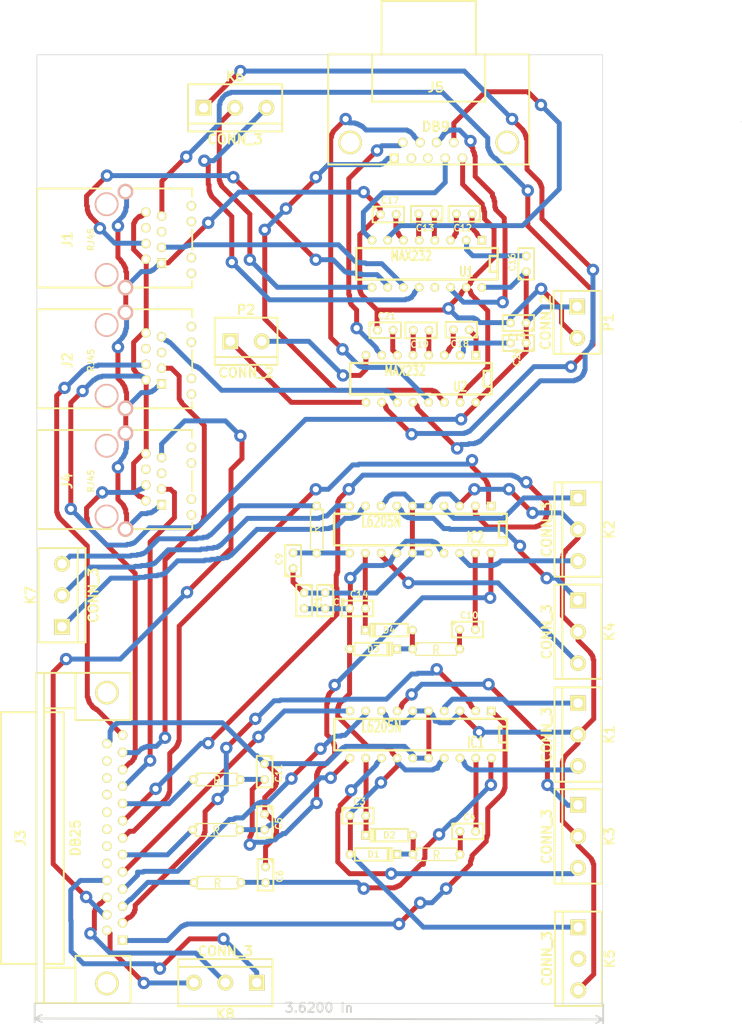
<source format=kicad_pcb>
(kicad_pcb (version 3) (host pcbnew "(2013-07-07 BZR 4022)-stable")
  (layers (15 Dessus.Cu signal) (0 Dessous.Cu signal))
  (net 0 "")
  (net 1 +5V)
  (net 2 DGND)
  (net 3 GND)
  (net 4 N-000001)
  (net 5 N-0000010)
  (net 6 N-0000011)
  (net 7 N-0000012)
  (net 8 N-0000013)
  (net 9 N-0000014)
  (net 10 N-0000015)
  (net 11 N-0000016)
  (net 12 N-0000017)
  (net 13 N-0000018)
  (net 14 N-0000019)
  (net 15 N-000002)
  (net 16 N-0000020)
  (net 17 N-0000021)
  (net 18 N-0000022)
  (net 19 N-0000023)
  (net 20 N-0000024)
  (net 21 N-0000025)
  (net 22 N-0000026)
  (net 23 N-0000028)
  (net 24 N-0000029)
  (net 25 N-000003)
  (net 26 N-0000030)
  (net 27 N-0000032)
  (net 28 N-0000033)
  (net 29 N-0000034)
  (net 30 N-0000035)
  (net 31 N-0000036)
  (net 32 N-0000037)
  (net 33 N-0000038)
  (net 34 N-0000039)
  (net 35 N-000004)
  (net 36 N-0000040)
  (net 37 N-0000041)
  (net 38 N-0000042)
  (net 39 N-0000043)
  (net 40 N-0000044)
  (net 41 N-0000045)
  (net 42 N-0000046)
  (net 43 N-0000047)
  (net 44 N-0000048)
  (net 45 N-0000049)
  (net 46 N-000005)
  (net 47 N-0000050)
  (net 48 N-0000051)
  (net 49 N-0000052)
  (net 50 N-0000053)
  (net 51 N-0000054)
  (net 52 N-0000055)
  (net 53 N-0000056)
  (net 54 N-0000057)
  (net 55 N-0000058)
  (net 56 N-0000059)
  (net 57 N-000006)
  (net 58 N-0000060)
  (net 59 N-0000061)
  (net 60 N-0000062)
  (net 61 N-0000063)
  (net 62 N-0000064)
  (net 63 N-0000068)
  (net 64 N-000007)
  (net 65 N-0000074)
  (net 66 N-0000075)
  (net 67 N-0000082)
  (net 68 N-0000085)
  (net 69 N-0000086)
  (net 70 N-0000087)
  (net 71 N-000009)
  (net 72 VSS)
  (module RJ45_TRANSFO (layer Dessus.Cu) (at 46.4312 106.8832 270)
    (fp_text reference J4)
    (fp_text value RJ45)
    (pad Hole thru_hole circle (at 1.905 8.89 270) (size 3.85064 3.85064) (drill 3.302) (layers *.Cu *.SilkS *.Mask))
    (pad Hole thru_hole circle (at -9.525 8.89 270) (size 3.85064 3.85064) (drill 3.302) (layers *.Cu *.SilkS *.Mask))
    (pad 8 thru_hole circle (at -8.255 2.54 270) (size 1.524 1.524) (drill 1.016) (layers *.Cu *.Mask Dessus.SilkS) (net 1 +5V))
    (pad 7 thru_hole circle (at -7.62 0 270) (size 1.524 1.524) (drill 1.016) (layers *.Cu *.Mask Dessus.SilkS) (net 12 N-0000017))
    (pad 6 thru_hole circle (at -5.715 2.54 270) (size 1.524 1.524) (drill 1.016) (layers *.Cu *.Mask Dessus.SilkS))
    (pad 5 thru_hole circle (at -5.08 0 270) (size 1.524 1.524) (drill 1.016) (layers *.Cu *.Mask Dessus.SilkS))
    (pad 4 thru_hole circle (at -3.175 2.54 270) (size 1.524 1.524) (drill 1.016) (layers *.Cu *.Mask Dessus.SilkS) (net 11 N-0000016))
    (pad 3 thru_hole circle (at -2.54 0 270) (size 1.524 1.524) (drill 1.016) (layers *.Cu *.Mask Dessus.SilkS) (net 10 N-0000015))
    (pad 2 thru_hole circle (at -0.635 2.54 270) (size 1.524 1.524) (drill 1.016) (layers *.Cu *.Mask Dessus.SilkS) (net 1 +5V))
    (pad 13 thru_hole circle (at 3.937 5.842 270) (size 2.54 2.54) (drill 1.778) (layers *.Cu *.SilkS *.Mask) (net 2 DGND))
    (pad 13 thru_hole circle (at -11.557 5.842 270) (size 2.54 2.54) (drill 1.778) (layers *.Cu *.SilkS *.Mask) (net 2 DGND))
    (pad YK thru_hole circle (at -6.731 -4.826 270) (size 1.524 1.524) (drill 1.016) (layers *.Cu *.Mask Dessus.SilkS))
    (pad GA thru_hole circle (at -0.889 -4.826 270) (size 1.524 1.524) (drill 1.016) (layers *.Cu *.Mask Dessus.SilkS))
    (pad YA thru_hole circle (at -9.271 -4.826 270) (size 1.524 1.524) (drill 1.016) (layers *.Cu *.Mask Dessus.SilkS))
    (pad GK thru_hole circle (at 1.651 -4.826 270) (size 1.524 1.524) (drill 1.016) (layers *.Cu *.Mask Dessus.SilkS))
    (pad 1 thru_hole rect (at 0 0 270) (size 1.524 1.524) (drill 1.016) (layers *.Cu *.Mask Dessus.SilkS) (net 2 DGND))
  )
  (module RJ45_TRANSFO (layer Dessus.Cu) (at 46.4312 67.8688 270)
    (fp_text reference J1)
    (fp_text value RJ45)
    (pad Hole thru_hole circle (at 1.905 8.89 270) (size 3.85064 3.85064) (drill 3.302) (layers *.Cu *.SilkS *.Mask))
    (pad Hole thru_hole circle (at -9.525 8.89 270) (size 3.85064 3.85064) (drill 3.302) (layers *.Cu *.SilkS *.Mask))
    (pad 8 thru_hole circle (at -8.255 2.54 270) (size 1.524 1.524) (drill 1.016) (layers *.Cu *.Mask Dessus.SilkS) (net 1 +5V))
    (pad 7 thru_hole circle (at -7.62 0 270) (size 1.524 1.524) (drill 1.016) (layers *.Cu *.Mask Dessus.SilkS) (net 31 N-0000036))
    (pad 6 thru_hole circle (at -5.715 2.54 270) (size 1.524 1.524) (drill 1.016) (layers *.Cu *.Mask Dessus.SilkS))
    (pad 5 thru_hole circle (at -5.08 0 270) (size 1.524 1.524) (drill 1.016) (layers *.Cu *.Mask Dessus.SilkS))
    (pad 4 thru_hole circle (at -3.175 2.54 270) (size 1.524 1.524) (drill 1.016) (layers *.Cu *.Mask Dessus.SilkS) (net 60 N-0000062))
    (pad 3 thru_hole circle (at -2.54 0 270) (size 1.524 1.524) (drill 1.016) (layers *.Cu *.Mask Dessus.SilkS) (net 56 N-0000059))
    (pad 2 thru_hole circle (at -0.635 2.54 270) (size 1.524 1.524) (drill 1.016) (layers *.Cu *.Mask Dessus.SilkS) (net 1 +5V))
    (pad 13 thru_hole circle (at 3.937 5.842 270) (size 2.54 2.54) (drill 1.778) (layers *.Cu *.SilkS *.Mask) (net 2 DGND))
    (pad 13 thru_hole circle (at -11.557 5.842 270) (size 2.54 2.54) (drill 1.778) (layers *.Cu *.SilkS *.Mask) (net 2 DGND))
    (pad YK thru_hole circle (at -6.731 -4.826 270) (size 1.524 1.524) (drill 1.016) (layers *.Cu *.Mask Dessus.SilkS))
    (pad GA thru_hole circle (at -0.889 -4.826 270) (size 1.524 1.524) (drill 1.016) (layers *.Cu *.Mask Dessus.SilkS))
    (pad YA thru_hole circle (at -9.271 -4.826 270) (size 1.524 1.524) (drill 1.016) (layers *.Cu *.Mask Dessus.SilkS))
    (pad GK thru_hole circle (at 1.651 -4.826 270) (size 1.524 1.524) (drill 1.016) (layers *.Cu *.Mask Dessus.SilkS))
    (pad 1 thru_hole rect (at 0 0 270) (size 1.524 1.524) (drill 1.016) (layers *.Cu *.Mask Dessus.SilkS) (net 2 DGND))
  )
  (module RJ45_TRANSFO (layer Dessus.Cu) (at 46.4312 87.376 270)
    (fp_text reference J2)
    (fp_text value RJ45)
    (pad Hole thru_hole circle (at 1.905 8.89 270) (size 3.85064 3.85064) (drill 3.302) (layers *.Cu *.SilkS *.Mask))
    (pad Hole thru_hole circle (at -9.525 8.89 270) (size 3.85064 3.85064) (drill 3.302) (layers *.Cu *.SilkS *.Mask))
    (pad 8 thru_hole circle (at -8.255 2.54 270) (size 1.524 1.524) (drill 1.016) (layers *.Cu *.Mask Dessus.SilkS) (net 1 +5V))
    (pad 7 thru_hole circle (at -7.62 0 270) (size 1.524 1.524) (drill 1.016) (layers *.Cu *.Mask Dessus.SilkS) (net 58 N-0000060))
    (pad 6 thru_hole circle (at -5.715 2.54 270) (size 1.524 1.524) (drill 1.016) (layers *.Cu *.Mask Dessus.SilkS))
    (pad 5 thru_hole circle (at -5.08 0 270) (size 1.524 1.524) (drill 1.016) (layers *.Cu *.Mask Dessus.SilkS))
    (pad 4 thru_hole circle (at -3.175 2.54 270) (size 1.524 1.524) (drill 1.016) (layers *.Cu *.Mask Dessus.SilkS) (net 43 N-0000047))
    (pad 3 thru_hole circle (at -2.54 0 270) (size 1.524 1.524) (drill 1.016) (layers *.Cu *.Mask Dessus.SilkS) (net 55 N-0000058))
    (pad 2 thru_hole circle (at -0.635 2.54 270) (size 1.524 1.524) (drill 1.016) (layers *.Cu *.Mask Dessus.SilkS) (net 1 +5V))
    (pad 13 thru_hole circle (at 3.937 5.842 270) (size 2.54 2.54) (drill 1.778) (layers *.Cu *.SilkS *.Mask) (net 2 DGND))
    (pad 13 thru_hole circle (at -11.557 5.842 270) (size 2.54 2.54) (drill 1.778) (layers *.Cu *.SilkS *.Mask) (net 2 DGND))
    (pad YK thru_hole circle (at -6.731 -4.826 270) (size 1.524 1.524) (drill 1.016) (layers *.Cu *.Mask Dessus.SilkS))
    (pad GA thru_hole circle (at -0.889 -4.826 270) (size 1.524 1.524) (drill 1.016) (layers *.Cu *.Mask Dessus.SilkS))
    (pad YA thru_hole circle (at -9.271 -4.826 270) (size 1.524 1.524) (drill 1.016) (layers *.Cu *.Mask Dessus.SilkS))
    (pad GK thru_hole circle (at 1.651 -4.826 270) (size 1.524 1.524) (drill 1.016) (layers *.Cu *.Mask Dessus.SilkS))
    (pad 1 thru_hole rect (at 0 0 270) (size 1.524 1.524) (drill 1.016) (layers *.Cu *.Mask Dessus.SilkS) (net 2 DGND))
  )
  (module DIP-20__300 (layer Dessus.Cu) (at 88.2904 110.8964 180)
    (fp_text reference IC2)
    (fp_text value L6205N)
    (pad 1 thru_hole rect (at -11.43 3.81 180) (size 1.397 1.397) (drill 0.8128) (layers *.Cu *.Mask Dessus.SilkS) (net 6 N-0000011))
    (pad 2 thru_hole circle (at -8.89 3.81 180) (size 1.397 1.397) (drill 0.8128) (layers *.Cu *.Mask Dessus.SilkS) (net 7 N-0000012))
    (pad 3 thru_hole circle (at -6.35 3.81 180) (size 1.397 1.397) (drill 0.8128) (layers *.Cu *.Mask Dessus.SilkS) (net 3 GND))
    (pad 4 thru_hole circle (at -3.81 3.81 180) (size 1.397 1.397) (drill 0.8128) (layers *.Cu *.Mask Dessus.SilkS) (net 15 N-000002))
    (pad 5 thru_hole circle (at -1.27 3.81 180) (size 1.397 1.397) (drill 0.8128) (layers *.Cu *.Mask Dessus.SilkS) (net 3 GND))
    (pad 6 thru_hole circle (at 1.27 3.81 180) (size 1.397 1.397) (drill 0.8128) (layers *.Cu *.Mask Dessus.SilkS) (net 3 GND))
    (pad 7 thru_hole circle (at 3.81 3.81 180) (size 1.397 1.397) (drill 0.8128) (layers *.Cu *.Mask Dessus.SilkS) (net 21 N-0000025))
    (pad 8 thru_hole circle (at 6.35 3.81 180) (size 1.397 1.397) (drill 0.8128) (layers *.Cu *.Mask Dessus.SilkS) (net 3 GND))
    (pad 9 thru_hole circle (at 8.89 3.81 180) (size 1.397 1.397) (drill 0.8128) (layers *.Cu *.Mask Dessus.SilkS) (net 26 N-0000030))
    (pad 10 thru_hole circle (at 11.43 3.81 180) (size 1.397 1.397) (drill 0.8128) (layers *.Cu *.Mask Dessus.SilkS) (net 23 N-0000028))
    (pad 11 thru_hole circle (at 11.43 -3.81 180) (size 1.397 1.397) (drill 0.8128) (layers *.Cu *.Mask Dessus.SilkS) (net 22 N-0000026))
    (pad 12 thru_hole circle (at 8.89 -3.81 180) (size 1.397 1.397) (drill 0.8128) (layers *.Cu *.Mask Dessus.SilkS) (net 70 N-0000087))
    (pad 13 thru_hole circle (at 6.35 -3.81 180) (size 1.397 1.397) (drill 0.8128) (layers *.Cu *.Mask Dessus.SilkS) (net 20 N-0000024))
    (pad 14 thru_hole circle (at 3.81 -3.81 180) (size 1.397 1.397) (drill 0.8128) (layers *.Cu *.Mask Dessus.SilkS) (net 72 VSS))
    (pad 15 thru_hole circle (at 1.27 -3.81 180) (size 1.397 1.397) (drill 0.8128) (layers *.Cu *.Mask Dessus.SilkS) (net 3 GND))
    (pad 16 thru_hole circle (at -1.27 -3.81 180) (size 1.397 1.397) (drill 0.8128) (layers *.Cu *.Mask Dessus.SilkS) (net 3 GND))
    (pad 17 thru_hole circle (at -3.81 -3.81 180) (size 1.397 1.397) (drill 0.8128) (layers *.Cu *.Mask Dessus.SilkS) (net 72 VSS))
    (pad 18 thru_hole circle (at -6.35 -3.81 180) (size 1.397 1.397) (drill 0.8128) (layers *.Cu *.Mask Dessus.SilkS) (net 18 N-0000022))
    (pad 19 thru_hole circle (at -8.89 -3.81 180) (size 1.397 1.397) (drill 0.8128) (layers *.Cu *.Mask Dessus.SilkS) (net 9 N-0000014))
    (pad 20 thru_hole circle (at -11.43 -3.81 180) (size 1.397 1.397) (drill 0.8128) (layers *.Cu *.Mask Dessus.SilkS) (net 5 N-0000010))
  )
  (module DIP-20__300 (layer Dessus.Cu) (at 88.3412 144.018 180)
    (fp_text reference IC1)
    (fp_text value L6205N)
    (pad 1 thru_hole rect (at -11.43 3.81 180) (size 1.397 1.397) (drill 0.8128) (layers *.Cu *.Mask Dessus.SilkS) (net 25 N-000003))
    (pad 2 thru_hole circle (at -8.89 3.81 180) (size 1.397 1.397) (drill 0.8128) (layers *.Cu *.Mask Dessus.SilkS) (net 35 N-000004))
    (pad 3 thru_hole circle (at -6.35 3.81 180) (size 1.397 1.397) (drill 0.8128) (layers *.Cu *.Mask Dessus.SilkS) (net 3 GND))
    (pad 4 thru_hole circle (at -3.81 3.81 180) (size 1.397 1.397) (drill 0.8128) (layers *.Cu *.Mask Dessus.SilkS) (net 14 N-0000019))
    (pad 5 thru_hole circle (at -1.27 3.81 180) (size 1.397 1.397) (drill 0.8128) (layers *.Cu *.Mask Dessus.SilkS) (net 3 GND))
    (pad 6 thru_hole circle (at 1.27 3.81 180) (size 1.397 1.397) (drill 0.8128) (layers *.Cu *.Mask Dessus.SilkS) (net 3 GND))
    (pad 7 thru_hole circle (at 3.81 3.81 180) (size 1.397 1.397) (drill 0.8128) (layers *.Cu *.Mask Dessus.SilkS) (net 63 N-0000068))
    (pad 8 thru_hole circle (at 6.35 3.81 180) (size 1.397 1.397) (drill 0.8128) (layers *.Cu *.Mask Dessus.SilkS) (net 3 GND))
    (pad 9 thru_hole circle (at 8.89 3.81 180) (size 1.397 1.397) (drill 0.8128) (layers *.Cu *.Mask Dessus.SilkS) (net 46 N-000005))
    (pad 10 thru_hole circle (at 11.43 3.81 180) (size 1.397 1.397) (drill 0.8128) (layers *.Cu *.Mask Dessus.SilkS) (net 57 N-000006))
    (pad 11 thru_hole circle (at 11.43 -3.81 180) (size 1.397 1.397) (drill 0.8128) (layers *.Cu *.Mask Dessus.SilkS) (net 68 N-0000085))
    (pad 12 thru_hole circle (at 8.89 -3.81 180) (size 1.397 1.397) (drill 0.8128) (layers *.Cu *.Mask Dessus.SilkS) (net 67 N-0000082))
    (pad 13 thru_hole circle (at 6.35 -3.81 180) (size 1.397 1.397) (drill 0.8128) (layers *.Cu *.Mask Dessus.SilkS) (net 66 N-0000075))
    (pad 14 thru_hole circle (at 3.81 -3.81 180) (size 1.397 1.397) (drill 0.8128) (layers *.Cu *.Mask Dessus.SilkS) (net 72 VSS))
    (pad 15 thru_hole circle (at 1.27 -3.81 180) (size 1.397 1.397) (drill 0.8128) (layers *.Cu *.Mask Dessus.SilkS) (net 3 GND))
    (pad 16 thru_hole circle (at -1.27 -3.81 180) (size 1.397 1.397) (drill 0.8128) (layers *.Cu *.Mask Dessus.SilkS) (net 3 GND))
    (pad 17 thru_hole circle (at -3.81 -3.81 180) (size 1.397 1.397) (drill 0.8128) (layers *.Cu *.Mask Dessus.SilkS) (net 72 VSS))
    (pad 18 thru_hole circle (at -6.35 -3.81 180) (size 1.397 1.397) (drill 0.8128) (layers *.Cu *.Mask Dessus.SilkS) (net 65 N-0000074))
    (pad 19 thru_hole circle (at -8.89 -3.81 180) (size 1.397 1.397) (drill 0.8128) (layers *.Cu *.Mask Dessus.SilkS) (net 16 N-0000020))
    (pad 20 thru_hole circle (at -11.43 -3.81 180) (size 1.397 1.397) (drill 0.8128) (layers *.Cu *.Mask Dessus.SilkS) (net 13 N-0000018))
  )
  (module DIP-16__300 (layer Dessus.Cu) (at 89.3572 67.9704 180)
    (fp_text reference U1)
    (fp_text value MAX232)
    (pad 1 thru_hole rect (at -8.89 3.81 180) (size 1.397 1.397) (drill 0.8128) (layers *.Cu *.Mask Dessus.SilkS) (net 52 N-0000055))
    (pad 2 thru_hole circle (at -6.35 3.81 180) (size 1.397 1.397) (drill 0.8128) (layers *.Cu *.Mask Dessus.SilkS) (net 62 N-0000064))
    (pad 3 thru_hole circle (at -3.81 3.81 180) (size 1.397 1.397) (drill 0.8128) (layers *.Cu *.Mask Dessus.SilkS) (net 51 N-0000054))
    (pad 4 thru_hole circle (at -1.27 3.81 180) (size 1.397 1.397) (drill 0.8128) (layers *.Cu *.Mask Dessus.SilkS) (net 50 N-0000053))
    (pad 5 thru_hole circle (at 1.27 3.81 180) (size 1.397 1.397) (drill 0.8128) (layers *.Cu *.Mask Dessus.SilkS) (net 49 N-0000052))
    (pad 6 thru_hole circle (at 3.81 3.81 180) (size 1.397 1.397) (drill 0.8128) (layers *.Cu *.Mask Dessus.SilkS) (net 53 N-0000056))
    (pad 7 thru_hole circle (at 6.35 3.81 180) (size 1.397 1.397) (drill 0.8128) (layers *.Cu *.Mask Dessus.SilkS) (net 33 N-0000038))
    (pad 8 thru_hole circle (at 8.89 3.81 180) (size 1.397 1.397) (drill 0.8128) (layers *.Cu *.Mask Dessus.SilkS) (net 40 N-0000044))
    (pad 9 thru_hole circle (at 8.89 -3.81 180) (size 1.397 1.397) (drill 0.8128) (layers *.Cu *.Mask Dessus.SilkS) (net 41 N-0000045))
    (pad 10 thru_hole circle (at 6.35 -3.81 180) (size 1.397 1.397) (drill 0.8128) (layers *.Cu *.Mask Dessus.SilkS) (net 60 N-0000062))
    (pad 11 thru_hole circle (at 3.81 -3.81 180) (size 1.397 1.397) (drill 0.8128) (layers *.Cu *.Mask Dessus.SilkS) (net 56 N-0000059))
    (pad 12 thru_hole circle (at 1.27 -3.81 180) (size 1.397 1.397) (drill 0.8128) (layers *.Cu *.Mask Dessus.SilkS) (net 38 N-0000042))
    (pad 13 thru_hole circle (at -1.27 -3.81 180) (size 1.397 1.397) (drill 0.8128) (layers *.Cu *.Mask Dessus.SilkS) (net 29 N-0000034))
    (pad 14 thru_hole circle (at -3.81 -3.81 180) (size 1.397 1.397) (drill 0.8128) (layers *.Cu *.Mask Dessus.SilkS) (net 30 N-0000035))
    (pad 15 thru_hole circle (at -6.35 -3.81 180) (size 1.397 1.397) (drill 0.8128) (layers *.Cu *.Mask Dessus.SilkS) (net 2 DGND))
    (pad 16 thru_hole circle (at -8.89 -3.81 180) (size 1.397 1.397) (drill 0.8128) (layers *.Cu *.Mask Dessus.SilkS) (net 1 +5V))
  )
  (module DIP-16__300 (layer Dessus.Cu) (at 88.3666 86.5378 180)
    (fp_text reference U2)
    (fp_text value MAX232)
    (pad 1 thru_hole rect (at -8.89 3.81 180) (size 1.397 1.397) (drill 0.8128) (layers *.Cu *.Mask Dessus.SilkS) (net 44 N-0000048))
    (pad 2 thru_hole circle (at -6.35 3.81 180) (size 1.397 1.397) (drill 0.8128) (layers *.Cu *.Mask Dessus.SilkS) (net 61 N-0000063))
    (pad 3 thru_hole circle (at -3.81 3.81 180) (size 1.397 1.397) (drill 0.8128) (layers *.Cu *.Mask Dessus.SilkS) (net 45 N-0000049))
    (pad 4 thru_hole circle (at -1.27 3.81 180) (size 1.397 1.397) (drill 0.8128) (layers *.Cu *.Mask Dessus.SilkS) (net 47 N-0000050))
    (pad 5 thru_hole circle (at 1.27 3.81 180) (size 1.397 1.397) (drill 0.8128) (layers *.Cu *.Mask Dessus.SilkS) (net 48 N-0000051))
    (pad 6 thru_hole circle (at 3.81 3.81 180) (size 1.397 1.397) (drill 0.8128) (layers *.Cu *.Mask Dessus.SilkS) (net 54 N-0000057))
    (pad 7 thru_hole circle (at 6.35 3.81 180) (size 1.397 1.397) (drill 0.8128) (layers *.Cu *.Mask Dessus.SilkS) (net 32 N-0000037))
    (pad 8 thru_hole circle (at 8.89 3.81 180) (size 1.397 1.397) (drill 0.8128) (layers *.Cu *.Mask Dessus.SilkS) (net 37 N-0000041))
    (pad 9 thru_hole circle (at 8.89 -3.81 180) (size 1.397 1.397) (drill 0.8128) (layers *.Cu *.Mask Dessus.SilkS) (net 36 N-0000040))
    (pad 10 thru_hole circle (at 6.35 -3.81 180) (size 1.397 1.397) (drill 0.8128) (layers *.Cu *.Mask Dessus.SilkS) (net 31 N-0000036))
    (pad 11 thru_hole circle (at 3.81 -3.81 180) (size 1.397 1.397) (drill 0.8128) (layers *.Cu *.Mask Dessus.SilkS) (net 58 N-0000060))
    (pad 12 thru_hole circle (at 1.27 -3.81 180) (size 1.397 1.397) (drill 0.8128) (layers *.Cu *.Mask Dessus.SilkS) (net 42 N-0000046))
    (pad 13 thru_hole circle (at -1.27 -3.81 180) (size 1.397 1.397) (drill 0.8128) (layers *.Cu *.Mask Dessus.SilkS) (net 39 N-0000043))
    (pad 14 thru_hole circle (at -3.81 -3.81 180) (size 1.397 1.397) (drill 0.8128) (layers *.Cu *.Mask Dessus.SilkS) (net 59 N-0000061))
    (pad 15 thru_hole circle (at -6.35 -3.81 180) (size 1.397 1.397) (drill 0.8128) (layers *.Cu *.Mask Dessus.SilkS) (net 2 DGND))
    (pad 16 thru_hole circle (at -8.89 -3.81 180) (size 1.397 1.397) (drill 0.8128) (layers *.Cu *.Mask Dessus.SilkS) (net 1 +5V))
  )
  (module D3 (layer Dessus.Cu) (at 83.2612 160.274 180)
    (fp_text reference D2)
    (fp_text value DIODE hide)
    (pad 2 thru_hole rect (at 3.81 0 180) (size 1.397 1.397) (drill 0.8128) (layers *.Cu *.Mask Dessus.SilkS) (net 67 N-0000082))
    (pad 1 thru_hole circle (at -3.81 0 180) (size 1.397 1.397) (drill 0.8128) (layers *.Cu *.Mask Dessus.SilkS) (net 69 N-0000086))
  )
  (module D3 (layer Dessus.Cu) (at 80.6704 130.2004)
    (fp_text reference D3)
    (fp_text value DIODE hide)
    (pad 2 thru_hole rect (at 3.81 0) (size 1.397 1.397) (drill 0.8128) (layers *.Cu *.Mask Dessus.SilkS) (net 19 N-0000023))
    (pad 1 thru_hole circle (at -3.81 0) (size 1.397 1.397) (drill 0.8128) (layers *.Cu *.Mask Dessus.SilkS) (net 72 VSS))
  )
  (module D3 (layer Dessus.Cu) (at 80.7212 163.3728)
    (fp_text reference D1)
    (fp_text value DIODE hide)
    (pad 2 thru_hole rect (at 3.81 0) (size 1.397 1.397) (drill 0.8128) (layers *.Cu *.Mask Dessus.SilkS) (net 69 N-0000086))
    (pad 1 thru_hole circle (at -3.81 0) (size 1.397 1.397) (drill 0.8128) (layers *.Cu *.Mask Dessus.SilkS) (net 72 VSS))
  )
  (module D3 (layer Dessus.Cu) (at 83.2104 127.1524 180)
    (fp_text reference D4)
    (fp_text value DIODE hide)
    (pad 2 thru_hole rect (at 3.81 0 180) (size 1.397 1.397) (drill 0.8128) (layers *.Cu *.Mask Dessus.SilkS) (net 70 N-0000087))
    (pad 1 thru_hole circle (at -3.81 0 180) (size 1.397 1.397) (drill 0.8128) (layers *.Cu *.Mask Dessus.SilkS) (net 19 N-0000023))
  )
  (module C1 (layer Dessus.Cu) (at 104.14 77.5208 180)
    (fp_text reference C15)
    (fp_text value C hide)
    (pad 1 thru_hole circle (at -1.27 0 180) (size 1.397 1.397) (drill 0.8128) (layers *.Cu *.Mask Dessus.SilkS) (net 1 +5V))
    (pad 2 thru_hole circle (at 1.27 0 180) (size 1.397 1.397) (drill 0.8128) (layers *.Cu *.Mask Dessus.SilkS) (net 2 DGND))
  )
  (module C1 (layer Dessus.Cu) (at 69.4944 122.3772 270)
    (fp_text reference C1)
    (fp_text value C hide)
    (pad 1 thru_hole circle (at -1.27 0 270) (size 1.397 1.397) (drill 0.8128) (layers *.Cu *.Mask Dessus.SilkS) (net 3 GND))
    (pad 2 thru_hole circle (at 1.27 0 270) (size 1.397 1.397) (drill 0.8128) (layers *.Cu *.Mask Dessus.SilkS) (net 72 VSS))
  )
  (module C1 (layer Dessus.Cu) (at 82.6008 78.6892)
    (fp_text reference C21)
    (fp_text value C hide)
    (pad 1 thru_hole circle (at -1.27 0) (size 1.397 1.397) (drill 0.8128) (layers *.Cu *.Mask Dessus.SilkS) (net 2 DGND))
    (pad 2 thru_hole circle (at 1.27 0) (size 1.397 1.397) (drill 0.8128) (layers *.Cu *.Mask Dessus.SilkS) (net 54 N-0000057))
  )
  (module C1 (layer Dessus.Cu) (at 104.14 80.772 180)
    (fp_text reference C20)
    (fp_text value C hide)
    (pad 1 thru_hole circle (at -1.27 0 180) (size 1.397 1.397) (drill 0.8128) (layers *.Cu *.Mask Dessus.SilkS) (net 1 +5V))
    (pad 2 thru_hole circle (at 1.27 0 180) (size 1.397 1.397) (drill 0.8128) (layers *.Cu *.Mask Dessus.SilkS) (net 61 N-0000063))
  )
  (module C1 (layer Dessus.Cu) (at 105.41 67.9704 90)
    (fp_text reference C16)
    (fp_text value C hide)
    (pad 1 thru_hole circle (at -1.27 0 90) (size 1.397 1.397) (drill 0.8128) (layers *.Cu *.Mask Dessus.SilkS) (net 1 +5V))
    (pad 2 thru_hole circle (at 1.27 0 90) (size 1.397 1.397) (drill 0.8128) (layers *.Cu *.Mask Dessus.SilkS) (net 62 N-0000064))
  )
  (module C1 (layer Dessus.Cu) (at 83.1088 59.9948)
    (fp_text reference C17)
    (fp_text value C hide)
    (pad 1 thru_hole circle (at -1.27 0) (size 1.397 1.397) (drill 0.8128) (layers *.Cu *.Mask Dessus.SilkS) (net 2 DGND))
    (pad 2 thru_hole circle (at 1.27 0) (size 1.397 1.397) (drill 0.8128) (layers *.Cu *.Mask Dessus.SilkS) (net 53 N-0000056))
  )
  (module C1 (layer Dessus.Cu) (at 89.3064 59.8932 180)
    (fp_text reference C13)
    (fp_text value C hide)
    (pad 1 thru_hole circle (at -1.27 0 180) (size 1.397 1.397) (drill 0.8128) (layers *.Cu *.Mask Dessus.SilkS) (net 50 N-0000053))
    (pad 2 thru_hole circle (at 1.27 0 180) (size 1.397 1.397) (drill 0.8128) (layers *.Cu *.Mask Dessus.SilkS) (net 49 N-0000052))
  )
  (module C1 (layer Dessus.Cu) (at 95.4024 59.8932 180)
    (fp_text reference C12)
    (fp_text value C hide)
    (pad 1 thru_hole circle (at -1.27 0 180) (size 1.397 1.397) (drill 0.8128) (layers *.Cu *.Mask Dessus.SilkS) (net 52 N-0000055))
    (pad 2 thru_hole circle (at 1.27 0 180) (size 1.397 1.397) (drill 0.8128) (layers *.Cu *.Mask Dessus.SilkS) (net 51 N-0000054))
  )
  (module C1 (layer Dessus.Cu) (at 88.4174 78.7146 180)
    (fp_text reference C19)
    (fp_text value C hide)
    (pad 1 thru_hole circle (at -1.27 0 180) (size 1.397 1.397) (drill 0.8128) (layers *.Cu *.Mask Dessus.SilkS) (net 47 N-0000050))
    (pad 2 thru_hole circle (at 1.27 0 180) (size 1.397 1.397) (drill 0.8128) (layers *.Cu *.Mask Dessus.SilkS) (net 48 N-0000051))
  )
  (module C1 (layer Dessus.Cu) (at 94.9198 78.613 180)
    (fp_text reference C18)
    (fp_text value C hide)
    (pad 1 thru_hole circle (at -1.27 0 180) (size 1.397 1.397) (drill 0.8128) (layers *.Cu *.Mask Dessus.SilkS) (net 44 N-0000048))
    (pad 2 thru_hole circle (at 1.27 0 180) (size 1.397 1.397) (drill 0.8128) (layers *.Cu *.Mask Dessus.SilkS) (net 45 N-0000049))
  )
  (module C1 (layer Dessus.Cu) (at 63.246 166.6748 270)
    (fp_text reference C6)
    (fp_text value C hide)
    (pad 1 thru_hole circle (at -1.27 0 270) (size 1.397 1.397) (drill 0.8128) (layers *.Cu *.Mask Dessus.SilkS) (net 3 GND))
    (pad 2 thru_hole circle (at 1.27 0 270) (size 1.397 1.397) (drill 0.8128) (layers *.Cu *.Mask Dessus.SilkS) (net 13 N-0000018))
  )
  (module C1 (layer Dessus.Cu) (at 78.1304 123.6472)
    (fp_text reference C14)
    (fp_text value C hide)
    (pad 1 thru_hole circle (at -1.27 0) (size 1.397 1.397) (drill 0.8128) (layers *.Cu *.Mask Dessus.SilkS) (net 72 VSS))
    (pad 2 thru_hole circle (at 1.27 0) (size 1.397 1.397) (drill 0.8128) (layers *.Cu *.Mask Dessus.SilkS) (net 70 N-0000087))
  )
  (module C1 (layer Dessus.Cu) (at 95.9104 127.0508)
    (fp_text reference C10)
    (fp_text value C hide)
    (pad 1 thru_hole circle (at -1.27 0) (size 1.397 1.397) (drill 0.8128) (layers *.Cu *.Mask Dessus.SilkS) (net 71 N-000009))
    (pad 2 thru_hole circle (at 1.27 0) (size 1.397 1.397) (drill 0.8128) (layers *.Cu *.Mask Dessus.SilkS) (net 9 N-0000014))
  )
  (module C1 (layer Dessus.Cu) (at 67.7164 115.9256 90)
    (fp_text reference C9)
    (fp_text value C hide)
    (pad 1 thru_hole circle (at -1.27 0 90) (size 1.397 1.397) (drill 0.8128) (layers *.Cu *.Mask Dessus.SilkS) (net 3 GND))
    (pad 2 thru_hole circle (at 1.27 0 90) (size 1.397 1.397) (drill 0.8128) (layers *.Cu *.Mask Dessus.SilkS) (net 22 N-0000026))
  )
  (module C1 (layer Dessus.Cu) (at 63.0936 150.0124 270)
    (fp_text reference C11)
    (fp_text value C hide)
    (pad 1 thru_hole circle (at -1.27 0 270) (size 1.397 1.397) (drill 0.8128) (layers *.Cu *.Mask Dessus.SilkS) (net 3 GND))
    (pad 2 thru_hole circle (at 1.27 0 270) (size 1.397 1.397) (drill 0.8128) (layers *.Cu *.Mask Dessus.SilkS) (net 5 N-0000010))
  )
  (module C1 (layer Dessus.Cu) (at 63.0936 158.1404 270)
    (fp_text reference C5)
    (fp_text value C hide)
    (pad 1 thru_hole circle (at -1.27 0 270) (size 1.397 1.397) (drill 0.8128) (layers *.Cu *.Mask Dessus.SilkS) (net 3 GND))
    (pad 2 thru_hole circle (at 1.27 0 270) (size 1.397 1.397) (drill 0.8128) (layers *.Cu *.Mask Dessus.SilkS) (net 68 N-0000085))
  )
  (module C1 (layer Dessus.Cu) (at 95.9612 159.6644)
    (fp_text reference C4)
    (fp_text value C hide)
    (pad 1 thru_hole circle (at -1.27 0) (size 1.397 1.397) (drill 0.8128) (layers *.Cu *.Mask Dessus.SilkS) (net 17 N-0000021))
    (pad 2 thru_hole circle (at 1.27 0) (size 1.397 1.397) (drill 0.8128) (layers *.Cu *.Mask Dessus.SilkS) (net 16 N-0000020))
  )
  (module C1 (layer Dessus.Cu) (at 78.1812 157.1244)
    (fp_text reference C3)
    (fp_text value C hide)
    (pad 1 thru_hole circle (at -1.27 0) (size 1.397 1.397) (drill 0.8128) (layers *.Cu *.Mask Dessus.SilkS) (net 72 VSS))
    (pad 2 thru_hole circle (at 1.27 0) (size 1.397 1.397) (drill 0.8128) (layers *.Cu *.Mask Dessus.SilkS) (net 67 N-0000082))
  )
  (module C1 (layer Dessus.Cu) (at 72.898 122.3772 270)
    (fp_text reference C2)
    (fp_text value C hide)
    (pad 1 thru_hole circle (at -1.27 0 270) (size 1.397 1.397) (drill 0.8128) (layers *.Cu *.Mask Dessus.SilkS) (net 3 GND))
    (pad 2 thru_hole circle (at 1.27 0 270) (size 1.397 1.397) (drill 0.8128) (layers *.Cu *.Mask Dessus.SilkS) (net 72 VSS))
  )
  (module bornier3 (layer Dessus.Cu) (at 113.792 160.4772 270)
    (fp_text reference K3)
    (fp_text value CONN_3)
    (pad 1 thru_hole rect (at -5.08 0 270) (size 2.54 2.54) (drill 1.524) (layers *.Cu *.Mask Dessus.SilkS) (net 63 N-0000068))
    (pad 2 thru_hole circle (at 0 0 270) (size 2.54 2.54) (drill 1.524) (layers *.Cu *.Mask Dessus.SilkS) (net 3 GND))
    (pad 3 thru_hole circle (at 5.08 0 270) (size 2.54 2.54) (drill 1.524) (layers *.Cu *.Mask Dessus.SilkS) (net 66 N-0000075))
  )
  (module bornier3 (layer Dessus.Cu) (at 113.792 144.018 270)
    (fp_text reference K1)
    (fp_text value CONN_3)
    (pad 1 thru_hole rect (at -5.08 0 270) (size 2.54 2.54) (drill 1.524) (layers *.Cu *.Mask Dessus.SilkS) (net 14 N-0000019))
    (pad 2 thru_hole circle (at 0 0 270) (size 2.54 2.54) (drill 1.524) (layers *.Cu *.Mask Dessus.SilkS) (net 3 GND))
    (pad 3 thru_hole circle (at 5.08 0 270) (size 2.54 2.54) (drill 1.524) (layers *.Cu *.Mask Dessus.SilkS) (net 65 N-0000074))
  )
  (module bornier3 (layer Dessus.Cu) (at 113.792 127.4064 270)
    (fp_text reference K4)
    (fp_text value CONN_3)
    (pad 1 thru_hole rect (at -5.08 0 270) (size 2.54 2.54) (drill 1.524) (layers *.Cu *.Mask Dessus.SilkS) (net 21 N-0000025))
    (pad 2 thru_hole circle (at 0 0 270) (size 2.54 2.54) (drill 1.524) (layers *.Cu *.Mask Dessus.SilkS) (net 3 GND))
    (pad 3 thru_hole circle (at 5.08 0 270) (size 2.54 2.54) (drill 1.524) (layers *.Cu *.Mask Dessus.SilkS) (net 20 N-0000024))
  )
  (module bornier3 (layer Dessus.Cu) (at 113.792 110.8964 270)
    (fp_text reference K2)
    (fp_text value CONN_3)
    (pad 1 thru_hole rect (at -5.08 0 270) (size 2.54 2.54) (drill 1.524) (layers *.Cu *.Mask Dessus.SilkS) (net 15 N-000002))
    (pad 2 thru_hole circle (at 0 0 270) (size 2.54 2.54) (drill 1.524) (layers *.Cu *.Mask Dessus.SilkS) (net 3 GND))
    (pad 3 thru_hole circle (at 5.08 0 270) (size 2.54 2.54) (drill 1.524) (layers *.Cu *.Mask Dessus.SilkS) (net 18 N-0000022))
  )
  (module R3 (layer Dessus.Cu) (at 55.2704 159.4104)
    (fp_text reference R3 hide)
    (fp_text value R)
    (pad 1 thru_hole circle (at -3.81 0) (size 1.397 1.397) (drill 0.8128) (layers *.Cu *.Mask Dessus.SilkS) (net 64 N-000007))
    (pad 2 thru_hole circle (at 3.81 0) (size 1.397 1.397) (drill 0.8128) (layers *.Cu *.Mask Dessus.SilkS) (net 68 N-0000085))
  )
  (module R3 (layer Dessus.Cu) (at 55.4736 167.9448)
    (fp_text reference R2 hide)
    (fp_text value R)
    (pad 1 thru_hole circle (at -3.81 0) (size 1.397 1.397) (drill 0.8128) (layers *.Cu *.Mask Dessus.SilkS) (net 4 N-000001))
    (pad 2 thru_hole circle (at 3.81 0) (size 1.397 1.397) (drill 0.8128) (layers *.Cu *.Mask Dessus.SilkS) (net 13 N-0000018))
  )
  (module R3 (layer Dessus.Cu) (at 90.8304 130.2004)
    (fp_text reference R6 hide)
    (fp_text value R)
    (pad 1 thru_hole circle (at -3.81 0) (size 1.397 1.397) (drill 0.8128) (layers *.Cu *.Mask Dessus.SilkS) (net 19 N-0000023))
    (pad 2 thru_hole circle (at 3.81 0) (size 1.397 1.397) (drill 0.8128) (layers *.Cu *.Mask Dessus.SilkS) (net 71 N-000009))
  )
  (module R3 (layer Dessus.Cu) (at 55.372 151.2824)
    (fp_text reference R5 hide)
    (fp_text value R)
    (pad 1 thru_hole circle (at -3.81 0) (size 1.397 1.397) (drill 0.8128) (layers *.Cu *.Mask Dessus.SilkS) (net 8 N-0000013))
    (pad 2 thru_hole circle (at 3.81 0) (size 1.397 1.397) (drill 0.8128) (layers *.Cu *.Mask Dessus.SilkS) (net 5 N-0000010))
  )
  (module R3 (layer Dessus.Cu) (at 71.5264 110.8964 270)
    (fp_text reference R4 hide)
    (fp_text value R)
    (pad 1 thru_hole circle (at -3.81 0 270) (size 1.397 1.397) (drill 0.8128) (layers *.Cu *.Mask Dessus.SilkS) (net 24 N-0000029))
    (pad 2 thru_hole circle (at 3.81 0 270) (size 1.397 1.397) (drill 0.8128) (layers *.Cu *.Mask Dessus.SilkS) (net 22 N-0000026))
  )
  (module R3 (layer Dessus.Cu) (at 90.8812 163.3728)
    (fp_text reference R1 hide)
    (fp_text value R)
    (pad 1 thru_hole circle (at -3.81 0) (size 1.397 1.397) (drill 0.8128) (layers *.Cu *.Mask Dessus.SilkS) (net 69 N-0000086))
    (pad 2 thru_hole circle (at 3.81 0) (size 1.397 1.397) (drill 0.8128) (layers *.Cu *.Mask Dessus.SilkS) (net 17 N-0000021))
  )
  (module bornier3 (layer Dessus.Cu) (at 113.8428 180.2384 270)
    (fp_text reference K5)
    (fp_text value CONN_3)
    (pad 1 thru_hole rect (at -5.08 0 270) (size 2.54 2.54) (drill 1.524) (layers *.Cu *.Mask Dessus.SilkS) (net 72 VSS))
    (pad 2 thru_hole circle (at 0 0 270) (size 2.54 2.54) (drill 1.524) (layers *.Cu *.Mask Dessus.SilkS))
    (pad 3 thru_hole circle (at 5.08 0 270) (size 2.54 2.54) (drill 1.524) (layers *.Cu *.Mask Dessus.SilkS) (net 3 GND))
  )
  (module bornier2 (layer Dessus.Cu) (at 113.6396 77.4192 270)
    (fp_text reference P1)
    (fp_text value CONN_2)
    (pad 1 thru_hole rect (at -2.54 0 270) (size 2.54 2.54) (drill 1.524) (layers *.Cu *.Mask Dessus.SilkS) (net 1 +5V))
    (pad 2 thru_hole circle (at 2.54 0 270) (size 2.54 2.54) (drill 1.524) (layers *.Cu *.Mask Dessus.SilkS) (net 2 DGND))
  )
  (module DB9FC (layer Dessus.Cu) (at 89.5096 49.6316)
    (fp_text reference J5)
    (fp_text value DB9)
    (pad "" thru_hole circle (at 12.827 -1.27) (size 3.81 3.81) (drill 3.048) (layers *.Cu *.Mask Dessus.SilkS))
    (pad "" thru_hole circle (at -12.573 -1.27) (size 3.81 3.81) (drill 3.048) (layers *.Cu *.Mask Dessus.SilkS))
    (pad 1 thru_hole rect (at -5.461 1.27) (size 1.524 1.524) (drill 1.016) (layers *.Cu *.Mask Dessus.SilkS) (net 59 N-0000061))
    (pad 2 thru_hole circle (at -2.667 1.27) (size 1.524 1.524) (drill 1.016) (layers *.Cu *.Mask Dessus.SilkS))
    (pad 3 thru_hole circle (at 0 1.27) (size 1.524 1.524) (drill 1.016) (layers *.Cu *.Mask Dessus.SilkS) (net 29 N-0000034))
    (pad 4 thru_hole circle (at 2.794 1.27) (size 1.524 1.524) (drill 1.016) (layers *.Cu *.Mask Dessus.SilkS) (net 40 N-0000044))
    (pad 5 thru_hole circle (at 5.588 1.27) (size 1.524 1.524) (drill 1.016) (layers *.Cu *.Mask Dessus.SilkS) (net 2 DGND))
    (pad 6 thru_hole circle (at -4.064 -1.27) (size 1.524 1.524) (drill 1.016) (layers *.Cu *.Mask Dessus.SilkS) (net 32 N-0000037))
    (pad 7 thru_hole circle (at -1.27 -1.27) (size 1.524 1.524) (drill 1.016) (layers *.Cu *.Mask Dessus.SilkS) (net 39 N-0000043))
    (pad 8 thru_hole circle (at 1.397 -1.27) (size 1.524 1.524) (drill 1.016) (layers *.Cu *.Mask Dessus.SilkS) (net 30 N-0000035))
    (pad 9 thru_hole circle (at 4.191 -1.27) (size 1.524 1.524) (drill 1.016) (layers *.Cu *.Mask Dessus.SilkS) (net 33 N-0000038))
  )
  (module DB25FC (layer Dessus.Cu) (at 38.862 160.7312 90)
    (fp_text reference J3)
    (fp_text value DB25)
    (pad "" thru_hole circle (at 23.495 -1.27 90) (size 3.81 3.81) (drill 3.048) (layers *.Cu *.Mask Dessus.SilkS))
    (pad "" thru_hole circle (at -23.495 -1.27 90) (size 3.81 3.81) (drill 3.048) (layers *.Cu *.Mask Dessus.SilkS))
    (pad 1 thru_hole rect (at -16.51 1.27 90) (size 1.524 1.524) (drill 1.016) (layers *.Cu *.Mask Dessus.SilkS) (net 25 N-000003))
    (pad 2 thru_hole circle (at -13.716 1.27 90) (size 1.524 1.524) (drill 1.016) (layers *.Cu *.Mask Dessus.SilkS) (net 35 N-000004))
    (pad 3 thru_hole circle (at -11.049 1.27 90) (size 1.524 1.524) (drill 1.016) (layers *.Cu *.Mask Dessus.SilkS) (net 4 N-000001))
    (pad 4 thru_hole circle (at -8.255 1.27 90) (size 1.524 1.524) (drill 1.016) (layers *.Cu *.Mask Dessus.SilkS) (net 46 N-000005))
    (pad 5 thru_hole circle (at -5.461 1.27 90) (size 1.524 1.524) (drill 1.016) (layers *.Cu *.Mask Dessus.SilkS) (net 57 N-000006))
    (pad 6 thru_hole circle (at -2.667 1.27 90) (size 1.524 1.524) (drill 1.016) (layers *.Cu *.Mask Dessus.SilkS) (net 64 N-000007))
    (pad 7 thru_hole circle (at 0 1.27 90) (size 1.524 1.524) (drill 1.016) (layers *.Cu *.Mask Dessus.SilkS) (net 6 N-0000011))
    (pad 8 thru_hole circle (at 2.794 1.27 90) (size 1.524 1.524) (drill 1.016) (layers *.Cu *.Mask Dessus.SilkS) (net 7 N-0000012))
    (pad 9 thru_hole circle (at 5.588 1.27 90) (size 1.524 1.524) (drill 1.016) (layers *.Cu *.Mask Dessus.SilkS) (net 8 N-0000013))
    (pad 10 thru_hole circle (at 8.382 1.27 90) (size 1.524 1.524) (drill 1.016) (layers *.Cu *.Mask Dessus.SilkS) (net 10 N-0000015))
    (pad 11 thru_hole circle (at 11.049 1.27 90) (size 1.524 1.524) (drill 1.016) (layers *.Cu *.Mask Dessus.SilkS) (net 11 N-0000016))
    (pad 12 thru_hole circle (at 13.843 1.27 90) (size 1.524 1.524) (drill 1.016) (layers *.Cu *.Mask Dessus.SilkS) (net 55 N-0000058))
    (pad 13 thru_hole circle (at 16.637 1.27 90) (size 1.524 1.524) (drill 1.016) (layers *.Cu *.Mask Dessus.SilkS) (net 43 N-0000047))
    (pad 14 thru_hole circle (at -14.9352 -1.27 90) (size 1.524 1.524) (drill 1.016) (layers *.Cu *.Mask Dessus.SilkS) (net 34 N-0000039))
    (pad 15 thru_hole circle (at -12.3952 -1.27 90) (size 1.524 1.524) (drill 1.016) (layers *.Cu *.Mask Dessus.SilkS) (net 12 N-0000017))
    (pad 16 thru_hole circle (at -9.6012 -1.27 90) (size 1.524 1.524) (drill 1.016) (layers *.Cu *.Mask Dessus.SilkS) (net 27 N-0000032))
    (pad 17 thru_hole circle (at -6.858 -1.27 90) (size 1.524 1.524) (drill 1.016) (layers *.Cu *.Mask Dessus.SilkS) (net 28 N-0000033))
    (pad 18 thru_hole circle (at -4.1148 -1.27 90) (size 1.524 1.524) (drill 1.016) (layers *.Cu *.Mask Dessus.SilkS))
    (pad 19 thru_hole circle (at -1.3208 -1.27 90) (size 1.524 1.524) (drill 1.016) (layers *.Cu *.Mask Dessus.SilkS))
    (pad 20 thru_hole circle (at 1.4224 -1.27 90) (size 1.524 1.524) (drill 1.016) (layers *.Cu *.Mask Dessus.SilkS))
    (pad 21 thru_hole circle (at 4.1656 -1.27 90) (size 1.524 1.524) (drill 1.016) (layers *.Cu *.Mask Dessus.SilkS))
    (pad 22 thru_hole circle (at 7.0104 -1.27 90) (size 1.524 1.524) (drill 1.016) (layers *.Cu *.Mask Dessus.SilkS))
    (pad 23 thru_hole circle (at 9.7028 -1.27 90) (size 1.524 1.524) (drill 1.016) (layers *.Cu *.Mask Dessus.SilkS))
    (pad 24 thru_hole circle (at 12.446 -1.27 90) (size 1.524 1.524) (drill 1.016) (layers *.Cu *.Mask Dessus.SilkS))
    (pad 25 thru_hole circle (at 15.24 -1.27 90) (size 1.524 1.524) (drill 1.016) (layers *.Cu *.Mask Dessus.SilkS) (net 3 GND))
  )
  (module bornier3 (layer Dessus.Cu) (at 30.3276 121.5136 90)
    (fp_text reference K7)
    (fp_text value CONN_3)
    (pad 1 thru_hole rect (at -5.08 0 90) (size 2.54 2.54) (drill 1.524) (layers *.Cu *.Mask Dessus.SilkS) (net 26 N-0000030))
    (pad 2 thru_hole circle (at 0 0 90) (size 2.54 2.54) (drill 1.524) (layers *.Cu *.Mask Dessus.SilkS) (net 23 N-0000028))
    (pad 3 thru_hole circle (at 5.08 0 90) (size 2.54 2.54) (drill 1.524) (layers *.Cu *.Mask Dessus.SilkS) (net 24 N-0000029))
  )
  (module bornier3 (layer Dessus.Cu) (at 56.7436 184.0992 180)
    (fp_text reference K8)
    (fp_text value CONN_3)
    (pad 1 thru_hole rect (at -5.08 0 180) (size 2.54 2.54) (drill 1.524) (layers *.Cu *.Mask Dessus.SilkS) (net 28 N-0000033))
    (pad 2 thru_hole circle (at 0 0 180) (size 2.54 2.54) (drill 1.524) (layers *.Cu *.Mask Dessus.SilkS) (net 27 N-0000032))
    (pad 3 thru_hole circle (at 5.08 0 180) (size 2.54 2.54) (drill 1.524) (layers *.Cu *.Mask Dessus.SilkS) (net 34 N-0000039))
  )
  (module bornier3 (layer Dessus.Cu) (at 58.3184 42.7736)
    (fp_text reference K6)
    (fp_text value CONN_3)
    (pad 1 thru_hole rect (at -5.08 0) (size 2.54 2.54) (drill 1.524) (layers *.Cu *.Mask Dessus.SilkS) (net 42 N-0000046))
    (pad 2 thru_hole circle (at 0 0) (size 2.54 2.54) (drill 1.524) (layers *.Cu *.Mask Dessus.SilkS) (net 41 N-0000045))
    (pad 3 thru_hole circle (at 5.08 0) (size 2.54 2.54) (drill 1.524) (layers *.Cu *.Mask Dessus.SilkS) (net 38 N-0000042))
  )
  (module bornier2 (layer Dessus.Cu) (at 60.0964 80.48752)
    (fp_text reference P2)
    (fp_text value CONN_2)
    (pad 1 thru_hole rect (at -2.54 0) (size 2.54 2.54) (drill 1.524) (layers *.Cu *.Mask Dessus.SilkS) (net 36 N-0000040))
    (pad 2 thru_hole circle (at 2.54 0) (size 2.54 2.54) (drill 1.524) (layers *.Cu *.Mask Dessus.SilkS) (net 37 N-0000041))
  )
  (segment (start 43.8912 86.741) (end 43.942 86.741) (width 0.8) (layer Dessous.Cu) (net 1))
  (segment (start 43.942 86.741) (end 43.434 86.233) (width 0.8) (layer Dessous.Cu) (net 1))
  (segment (start 43.434 86.233) (end 43.307 86.233) (width 0.8) (layer Dessous.Cu) (net 1))
  (segment (start 43.307 86.233) (end 43.18 86.106) (width 0.8) (layer Dessous.Cu) (net 1))
  (segment (start 43.18 86.106) (end 36.83 86.106) (width 0.8) (layer Dessous.Cu) (net 1))
  (segment (start 36.83 86.106) (end 36.703 86.233) (width 0.8) (layer Dessous.Cu) (net 1))
  (segment (start 36.703 86.233) (end 36.322 86.233) (width 0.8) (layer Dessous.Cu) (net 1))
  (segment (start 36.322 86.233) (end 36.195 86.36) (width 0.8) (layer Dessous.Cu) (net 1))
  (segment (start 36.195 86.36) (end 36.068 86.36) (width 0.8) (layer Dessous.Cu) (net 1))
  (segment (start 36.068 86.36) (end 35.941 86.487) (width 0.8) (layer Dessous.Cu) (net 1))
  (segment (start 35.941 86.487) (end 35.814 86.487) (width 0.8) (layer Dessous.Cu) (net 1))
  (segment (start 35.814 86.487) (end 35.56 86.741) (width 0.8) (layer Dessous.Cu) (net 1))
  (segment (start 35.56 86.741) (end 35.433 86.741) (width 0.8) (layer Dessous.Cu) (net 1))
  (segment (start 35.433 86.741) (end 33.655 88.519) (width 0.8) (layer Dessous.Cu) (net 1))
  (via (at 33.655 88.519) (size 2) (layers Dessus.Cu Dessous.Cu) (net 1))
  (segment (start 33.655 88.519) (end 31.75 90.424) (width 0.8) (layer Dessus.Cu) (net 1))
  (segment (start 31.75 90.424) (end 31.75 107.569) (width 0.8) (layer Dessus.Cu) (net 1))
  (via (at 31.75 107.569) (size 2) (layers Dessus.Cu Dessous.Cu) (net 1))
  (segment (start 31.75 107.569) (end 37.592 113.411) (width 0.8) (layer Dessous.Cu) (net 1))
  (segment (start 37.592 113.411) (end 40.767 113.411) (width 0.8) (layer Dessous.Cu) (net 1))
  (segment (start 40.767 113.411) (end 40.894 113.284) (width 0.8) (layer Dessous.Cu) (net 1))
  (segment (start 40.894 113.284) (end 41.402 113.284) (width 0.8) (layer Dessous.Cu) (net 1))
  (segment (start 41.402 113.284) (end 41.529 113.157) (width 0.8) (layer Dessous.Cu) (net 1))
  (segment (start 41.529 113.157) (end 41.783 113.157) (width 0.8) (layer Dessous.Cu) (net 1))
  (segment (start 41.783 113.157) (end 41.91 113.03) (width 0.8) (layer Dessous.Cu) (net 1))
  (segment (start 41.91 113.03) (end 42.037 113.03) (width 0.8) (layer Dessous.Cu) (net 1))
  (segment (start 42.037 113.03) (end 44.45 110.617) (width 0.8) (layer Dessous.Cu) (net 1))
  (segment (start 44.45 110.617) (end 51.435 110.617) (width 0.8) (layer Dessous.Cu) (net 1))
  (segment (start 51.435 110.617) (end 51.562 110.49) (width 0.8) (layer Dessous.Cu) (net 1))
  (segment (start 51.562 110.49) (end 52.07 110.49) (width 0.8) (layer Dessous.Cu) (net 1))
  (segment (start 52.07 110.49) (end 52.197 110.363) (width 0.8) (layer Dessous.Cu) (net 1))
  (segment (start 52.197 110.363) (end 52.324 110.363) (width 0.8) (layer Dessous.Cu) (net 1))
  (segment (start 52.324 110.363) (end 52.578 110.109) (width 0.8) (layer Dessous.Cu) (net 1))
  (segment (start 52.578 110.109) (end 52.705 110.109) (width 0.8) (layer Dessous.Cu) (net 1))
  (segment (start 52.705 110.109) (end 69.723 93.091) (width 0.8) (layer Dessous.Cu) (net 1))
  (segment (start 69.723 93.091) (end 94.869 93.091) (width 0.8) (layer Dessous.Cu) (net 1))
  (via (at 94.869 93.091) (size 2) (layers Dessus.Cu Dessous.Cu) (net 1))
  (segment (start 94.869 93.091) (end 97.282 90.678) (width 0.8) (layer Dessus.Cu) (net 1))
  (segment (start 97.282 90.678) (end 97.282 90.297) (width 0.8) (layer Dessus.Cu) (net 1))
  (segment (start 97.282 90.297) (end 97.2566 90.3478) (width 0.8) (layer Dessus.Cu) (net 1))
  (segment (start 97.2566 90.3478) (end 97.282 90.297) (width 0.8) (layer Dessus.Cu) (net 1))
  (segment (start 97.282 90.297) (end 105.41 82.169) (width 0.8) (layer Dessus.Cu) (net 1))
  (segment (start 105.41 82.169) (end 105.41 80.772) (width 0.8) (layer Dessus.Cu) (net 1))
  (segment (start 105.41 77.5208) (end 105.41 77.47) (width 0.8) (layer Dessous.Cu) (net 1))
  (segment (start 105.41 77.47) (end 107.95 74.93) (width 0.8) (layer Dessous.Cu) (net 1))
  (segment (start 107.95 74.93) (end 113.665 74.93) (width 0.8) (layer Dessous.Cu) (net 1))
  (segment (start 113.665 74.93) (end 113.6396 74.8792) (width 0.8) (layer Dessous.Cu) (net 1))
  (segment (start 105.41 69.2404) (end 105.41 69.215) (width 0.8) (layer Dessous.Cu) (net 1))
  (segment (start 105.41 69.215) (end 102.87 71.755) (width 0.8) (layer Dessous.Cu) (net 1))
  (segment (start 102.87 71.755) (end 98.298 71.755) (width 0.8) (layer Dessous.Cu) (net 1))
  (segment (start 98.298 71.755) (end 98.2472 71.7804) (width 0.8) (layer Dessous.Cu) (net 1))
  (segment (start 43.8912 86.741) (end 43.942 86.741) (width 0.8) (layer Dessus.Cu) (net 1))
  (segment (start 43.942 86.741) (end 43.942 98.679) (width 0.8) (layer Dessus.Cu) (net 1))
  (segment (start 43.942 98.679) (end 43.8912 98.6282) (width 0.8) (layer Dessus.Cu) (net 1))
  (segment (start 43.8912 67.2338) (end 43.942 67.183) (width 0.8) (layer Dessus.Cu) (net 1))
  (segment (start 43.942 67.183) (end 43.942 79.121) (width 0.8) (layer Dessus.Cu) (net 1))
  (segment (start 43.942 79.121) (end 43.8912 79.121) (width 0.8) (layer Dessus.Cu) (net 1))
  (segment (start 105.41 77.5208) (end 105.41 69.2404) (width 0.8) (layer Dessus.Cu) (net 1))
  (segment (start 43.8912 67.2338) (end 43.942 67.183) (width 0.8) (layer Dessus.Cu) (net 1))
  (segment (start 43.942 67.183) (end 43.434 67.183) (width 0.8) (layer Dessus.Cu) (net 1))
  (segment (start 43.434 67.183) (end 41.91 65.659) (width 0.8) (layer Dessus.Cu) (net 1))
  (segment (start 41.91 65.659) (end 41.91 61.468) (width 0.8) (layer Dessus.Cu) (net 1))
  (segment (start 41.91 61.468) (end 42.037 61.341) (width 0.8) (layer Dessus.Cu) (net 1))
  (segment (start 42.037 61.341) (end 42.037 61.214) (width 0.8) (layer Dessus.Cu) (net 1))
  (segment (start 42.037 61.214) (end 42.164 61.087) (width 0.8) (layer Dessus.Cu) (net 1))
  (segment (start 42.164 61.087) (end 42.164 60.96) (width 0.8) (layer Dessus.Cu) (net 1))
  (segment (start 42.164 60.96) (end 42.799 60.325) (width 0.8) (layer Dessus.Cu) (net 1))
  (segment (start 42.799 60.325) (end 43.053 60.325) (width 0.8) (layer Dessus.Cu) (net 1))
  (segment (start 43.053 60.325) (end 43.18 60.198) (width 0.8) (layer Dessus.Cu) (net 1))
  (segment (start 43.18 60.198) (end 43.307 60.198) (width 0.8) (layer Dessus.Cu) (net 1))
  (segment (start 43.307 60.198) (end 43.8912 59.6138) (width 0.8) (layer Dessus.Cu) (net 1))
  (segment (start 43.8912 79.121) (end 43.434 79.121) (width 0.8) (layer Dessus.Cu) (net 1))
  (segment (start 43.434 79.121) (end 41.91 80.645) (width 0.8) (layer Dessus.Cu) (net 1))
  (segment (start 41.91 80.645) (end 41.91 84.963) (width 0.8) (layer Dessus.Cu) (net 1))
  (segment (start 41.91 84.963) (end 42.037 85.09) (width 0.8) (layer Dessus.Cu) (net 1))
  (segment (start 42.037 85.09) (end 42.037 85.217) (width 0.8) (layer Dessus.Cu) (net 1))
  (segment (start 42.037 85.217) (end 42.291 85.471) (width 0.8) (layer Dessus.Cu) (net 1))
  (segment (start 42.291 85.471) (end 42.291 85.598) (width 0.8) (layer Dessus.Cu) (net 1))
  (segment (start 42.291 85.598) (end 42.545 85.852) (width 0.8) (layer Dessus.Cu) (net 1))
  (segment (start 42.545 85.852) (end 42.672 85.852) (width 0.8) (layer Dessus.Cu) (net 1))
  (segment (start 42.672 85.852) (end 42.799 85.979) (width 0.8) (layer Dessus.Cu) (net 1))
  (segment (start 42.799 85.979) (end 42.926 85.979) (width 0.8) (layer Dessus.Cu) (net 1))
  (segment (start 42.926 85.979) (end 43.053 86.106) (width 0.8) (layer Dessus.Cu) (net 1))
  (segment (start 43.053 86.106) (end 43.18 86.106) (width 0.8) (layer Dessus.Cu) (net 1))
  (segment (start 43.18 86.106) (end 43.307 86.233) (width 0.8) (layer Dessus.Cu) (net 1))
  (segment (start 43.307 86.233) (end 43.434 86.233) (width 0.8) (layer Dessus.Cu) (net 1))
  (segment (start 43.434 86.233) (end 43.942 86.741) (width 0.8) (layer Dessus.Cu) (net 1))
  (segment (start 43.942 86.741) (end 43.8912 86.741) (width 0.8) (layer Dessus.Cu) (net 1))
  (segment (start 43.8912 98.6282) (end 43.942 98.679) (width 0.8) (layer Dessus.Cu) (net 1))
  (segment (start 43.942 98.679) (end 43.434 98.679) (width 0.8) (layer Dessus.Cu) (net 1))
  (segment (start 43.434 98.679) (end 41.91 100.203) (width 0.8) (layer Dessus.Cu) (net 1))
  (segment (start 41.91 100.203) (end 41.91 104.394) (width 0.8) (layer Dessus.Cu) (net 1))
  (segment (start 41.91 104.394) (end 42.037 104.521) (width 0.8) (layer Dessus.Cu) (net 1))
  (segment (start 42.037 104.521) (end 42.037 104.648) (width 0.8) (layer Dessus.Cu) (net 1))
  (segment (start 42.037 104.648) (end 42.164 104.775) (width 0.8) (layer Dessus.Cu) (net 1))
  (segment (start 42.164 104.775) (end 42.164 104.902) (width 0.8) (layer Dessus.Cu) (net 1))
  (segment (start 42.164 104.902) (end 42.799 105.537) (width 0.8) (layer Dessus.Cu) (net 1))
  (segment (start 42.799 105.537) (end 43.053 105.537) (width 0.8) (layer Dessus.Cu) (net 1))
  (segment (start 43.053 105.537) (end 43.18 105.664) (width 0.8) (layer Dessus.Cu) (net 1))
  (segment (start 43.18 105.664) (end 43.307 105.664) (width 0.8) (layer Dessus.Cu) (net 1))
  (segment (start 43.307 105.664) (end 43.8912 106.2482) (width 0.8) (layer Dessus.Cu) (net 1))
  (segment (start 105.41 80.772) (end 105.41 77.5208) (width 0.8) (layer Dessus.Cu) (net 1))
  (segment (start 81.28 75.438) (end 92.583 75.438) (width 0.8) (layer Dessus.Cu) (net 2))
  (segment (start 92.583 75.438) (end 92.837 75.184) (width 0.8) (layer Dessus.Cu) (net 2))
  (segment (start 46.4312 67.8688) (end 46.482 67.818) (width 0.8) (layer Dessus.Cu) (net 2))
  (segment (start 46.482 67.818) (end 47.498 67.818) (width 0.8) (layer Dessus.Cu) (net 2))
  (segment (start 47.498 67.818) (end 53.975 61.341) (width 0.8) (layer Dessus.Cu) (net 2))
  (via (at 53.975 61.341) (size 2) (layers Dessus.Cu Dessous.Cu) (net 2))
  (segment (start 53.975 61.341) (end 58.928 56.388) (width 0.8) (layer Dessous.Cu) (net 2))
  (segment (start 58.928 56.388) (end 79.121 56.388) (width 0.8) (layer Dessous.Cu) (net 2))
  (via (at 79.121 56.388) (size 2) (layers Dessus.Cu Dessous.Cu) (net 2))
  (segment (start 79.121 56.388) (end 81.788 59.055) (width 0.8) (layer Dessus.Cu) (net 2))
  (segment (start 81.788 59.055) (end 81.788 59.944) (width 0.8) (layer Dessus.Cu) (net 2))
  (segment (start 81.788 59.944) (end 81.8388 59.9948) (width 0.8) (layer Dessus.Cu) (net 2))
  (segment (start 95.7072 71.7804) (end 95.758 71.755) (width 0.8) (layer Dessus.Cu) (net 2))
  (segment (start 95.758 71.755) (end 94.996 72.517) (width 0.8) (layer Dessus.Cu) (net 2))
  (segment (start 92.837 74.93) (end 92.837 75.184) (width 0.8) (layer Dessus.Cu) (net 2))
  (segment (start 94.869 72.898) (end 92.837 74.93) (width 0.8) (layer Dessus.Cu) (net 2))
  (segment (start 94.869 72.771) (end 94.869 72.898) (width 0.8) (layer Dessus.Cu) (net 2))
  (segment (start 94.996 72.644) (end 94.869 72.771) (width 0.8) (layer Dessus.Cu) (net 2))
  (segment (start 94.996 72.517) (end 94.996 72.644) (width 0.8) (layer Dessus.Cu) (net 2))
  (via (at 92.837 75.184) (size 2) (layers Dessus.Cu Dessous.Cu) (net 2))
  (segment (start 102.87 77.47) (end 102.87 77.5208) (width 0.8) (layer Dessous.Cu) (net 2))
  (segment (start 97.917 77.47) (end 102.87 77.47) (width 0.8) (layer Dessous.Cu) (net 2))
  (segment (start 97.409 76.962) (end 97.917 77.47) (width 0.8) (layer Dessous.Cu) (net 2))
  (segment (start 97.282 76.962) (end 97.409 76.962) (width 0.8) (layer Dessous.Cu) (net 2))
  (segment (start 97.155 76.835) (end 97.282 76.962) (width 0.8) (layer Dessous.Cu) (net 2))
  (segment (start 97.028 76.835) (end 97.155 76.835) (width 0.8) (layer Dessous.Cu) (net 2))
  (segment (start 96.901 76.708) (end 97.028 76.835) (width 0.8) (layer Dessous.Cu) (net 2))
  (segment (start 94.361 76.708) (end 96.901 76.708) (width 0.8) (layer Dessous.Cu) (net 2))
  (segment (start 92.837 75.184) (end 94.361 76.708) (width 0.8) (layer Dessous.Cu) (net 2))
  (segment (start 40.5892 91.313) (end 40.64 91.313) (width 0.8) (layer Dessous.Cu) (net 2))
  (segment (start 40.64 91.313) (end 43.18 88.773) (width 0.8) (layer Dessous.Cu) (net 2))
  (segment (start 43.18 88.773) (end 44.45 88.773) (width 0.8) (layer Dessous.Cu) (net 2))
  (segment (start 44.45 88.773) (end 44.577 88.646) (width 0.8) (layer Dessous.Cu) (net 2))
  (segment (start 44.577 88.646) (end 44.831 88.646) (width 0.8) (layer Dessous.Cu) (net 2))
  (segment (start 44.831 88.646) (end 45.085 88.392) (width 0.8) (layer Dessous.Cu) (net 2))
  (segment (start 45.085 88.392) (end 45.212 88.392) (width 0.8) (layer Dessous.Cu) (net 2))
  (segment (start 45.212 88.392) (end 46.228 87.376) (width 0.8) (layer Dessous.Cu) (net 2))
  (segment (start 46.228 87.376) (end 46.4312 87.376) (width 0.8) (layer Dessous.Cu) (net 2))
  (segment (start 40.5892 110.8202) (end 40.767 110.744) (width 0.8) (layer Dessous.Cu) (net 2))
  (segment (start 40.767 110.744) (end 43.18 108.331) (width 0.8) (layer Dessous.Cu) (net 2))
  (segment (start 43.18 108.331) (end 44.069 108.331) (width 0.8) (layer Dessous.Cu) (net 2))
  (segment (start 44.069 108.331) (end 44.196 108.204) (width 0.8) (layer Dessous.Cu) (net 2))
  (segment (start 44.196 108.204) (end 44.704 108.204) (width 0.8) (layer Dessous.Cu) (net 2))
  (segment (start 44.704 108.204) (end 44.831 108.077) (width 0.8) (layer Dessous.Cu) (net 2))
  (segment (start 44.831 108.077) (end 44.958 108.077) (width 0.8) (layer Dessous.Cu) (net 2))
  (segment (start 44.958 108.077) (end 45.212 107.823) (width 0.8) (layer Dessous.Cu) (net 2))
  (segment (start 45.212 107.823) (end 45.339 107.823) (width 0.8) (layer Dessous.Cu) (net 2))
  (segment (start 45.339 107.823) (end 46.228 106.934) (width 0.8) (layer Dessous.Cu) (net 2))
  (segment (start 46.228 106.934) (end 46.482 106.934) (width 0.8) (layer Dessous.Cu) (net 2))
  (segment (start 46.482 106.934) (end 46.4312 106.8832) (width 0.8) (layer Dessous.Cu) (net 2))
  (segment (start 40.5892 71.8058) (end 43.18 69.215) (width 0.8) (layer Dessous.Cu) (net 2))
  (segment (start 43.18 69.215) (end 44.577 69.215) (width 0.8) (layer Dessous.Cu) (net 2))
  (segment (start 44.577 69.215) (end 44.704 69.088) (width 0.8) (layer Dessous.Cu) (net 2))
  (segment (start 44.704 69.088) (end 44.831 69.088) (width 0.8) (layer Dessous.Cu) (net 2))
  (segment (start 44.831 69.088) (end 44.958 68.961) (width 0.8) (layer Dessous.Cu) (net 2))
  (segment (start 44.958 68.961) (end 45.085 68.961) (width 0.8) (layer Dessous.Cu) (net 2))
  (segment (start 45.085 68.961) (end 46.228 67.818) (width 0.8) (layer Dessous.Cu) (net 2))
  (segment (start 46.228 67.818) (end 46.482 67.818) (width 0.8) (layer Dessous.Cu) (net 2))
  (segment (start 46.482 67.818) (end 46.4312 67.8688) (width 0.8) (layer Dessous.Cu) (net 2))
  (segment (start 95.7072 71.7804) (end 95.758 71.755) (width 0.8) (layer Dessus.Cu) (net 2))
  (segment (start 95.758 71.755) (end 96.393 71.12) (width 0.8) (layer Dessus.Cu) (net 2))
  (segment (start 96.393 71.12) (end 96.393 70.866) (width 0.8) (layer Dessus.Cu) (net 2))
  (segment (start 96.393 70.866) (end 96.647 70.612) (width 0.8) (layer Dessus.Cu) (net 2))
  (segment (start 96.647 70.612) (end 96.647 70.485) (width 0.8) (layer Dessus.Cu) (net 2))
  (segment (start 96.647 70.485) (end 100.203 66.929) (width 0.8) (layer Dessus.Cu) (net 2))
  (segment (start 100.203 66.929) (end 100.203 62.23) (width 0.8) (layer Dessus.Cu) (net 2))
  (segment (start 100.203 62.23) (end 98.679 60.706) (width 0.8) (layer Dessus.Cu) (net 2))
  (segment (start 98.679 60.706) (end 98.679 59.563) (width 0.8) (layer Dessus.Cu) (net 2))
  (segment (start 98.679 59.563) (end 98.552 59.436) (width 0.8) (layer Dessus.Cu) (net 2))
  (segment (start 98.552 59.436) (end 98.552 59.055) (width 0.8) (layer Dessus.Cu) (net 2))
  (segment (start 98.552 59.055) (end 98.425 58.928) (width 0.8) (layer Dessus.Cu) (net 2))
  (segment (start 98.425 58.928) (end 98.425 58.801) (width 0.8) (layer Dessus.Cu) (net 2))
  (segment (start 98.425 58.801) (end 98.298 58.674) (width 0.8) (layer Dessus.Cu) (net 2))
  (segment (start 98.298 58.674) (end 98.298 58.293) (width 0.8) (layer Dessus.Cu) (net 2))
  (segment (start 98.298 58.293) (end 95.123 55.118) (width 0.8) (layer Dessus.Cu) (net 2))
  (segment (start 95.123 55.118) (end 95.123 50.927) (width 0.8) (layer Dessus.Cu) (net 2))
  (segment (start 95.123 50.927) (end 95.0976 50.9016) (width 0.8) (layer Dessus.Cu) (net 2))
  (segment (start 95.7072 71.7804) (end 95.758 71.755) (width 0.8) (layer Dessus.Cu) (net 2))
  (segment (start 95.758 71.755) (end 96.393 72.39) (width 0.8) (layer Dessus.Cu) (net 2))
  (segment (start 96.393 72.39) (end 96.393 72.644) (width 0.8) (layer Dessus.Cu) (net 2))
  (segment (start 96.393 72.644) (end 96.52 72.771) (width 0.8) (layer Dessus.Cu) (net 2))
  (segment (start 96.52 72.771) (end 96.52 72.898) (width 0.8) (layer Dessus.Cu) (net 2))
  (segment (start 96.52 72.898) (end 99.187 75.565) (width 0.8) (layer Dessus.Cu) (net 2))
  (segment (start 99.187 75.565) (end 99.187 84.709) (width 0.8) (layer Dessus.Cu) (net 2))
  (segment (start 99.187 84.709) (end 94.742 89.154) (width 0.8) (layer Dessus.Cu) (net 2))
  (segment (start 94.742 89.154) (end 94.742 90.297) (width 0.8) (layer Dessus.Cu) (net 2))
  (segment (start 94.742 90.297) (end 94.7166 90.3478) (width 0.8) (layer Dessus.Cu) (net 2))
  (segment (start 81.8388 59.9948) (end 81.661 60.071) (width 0.8) (layer Dessus.Cu) (net 2))
  (segment (start 81.661 60.071) (end 78.486 63.246) (width 0.8) (layer Dessus.Cu) (net 2))
  (segment (start 78.486 63.246) (end 78.486 72.263) (width 0.8) (layer Dessus.Cu) (net 2))
  (segment (start 78.486 72.263) (end 78.613 72.39) (width 0.8) (layer Dessus.Cu) (net 2))
  (segment (start 78.613 72.39) (end 78.613 72.644) (width 0.8) (layer Dessus.Cu) (net 2))
  (segment (start 78.613 72.644) (end 78.74 72.771) (width 0.8) (layer Dessus.Cu) (net 2))
  (segment (start 78.74 72.771) (end 78.74 72.898) (width 0.8) (layer Dessus.Cu) (net 2))
  (segment (start 78.74 72.898) (end 81.28 75.438) (width 0.8) (layer Dessus.Cu) (net 2))
  (segment (start 81.28 75.438) (end 81.28 78.74) (width 0.8) (layer Dessus.Cu) (net 2))
  (segment (start 81.28 78.74) (end 81.3308 78.6892) (width 0.8) (layer Dessus.Cu) (net 2))
  (segment (start 102.87 77.5208) (end 102.87 76.708) (width 0.8) (layer Dessous.Cu) (net 2))
  (segment (start 102.87 76.708) (end 107.569 72.009) (width 0.8) (layer Dessous.Cu) (net 2))
  (segment (start 107.569 72.009) (end 107.823 72.009) (width 0.8) (layer Dessous.Cu) (net 2))
  (via (at 107.823 72.009) (size 2) (layers Dessus.Cu Dessous.Cu) (net 2))
  (segment (start 107.823 72.009) (end 111.125 75.311) (width 0.8) (layer Dessus.Cu) (net 2))
  (segment (start 111.125 75.311) (end 111.125 77.47) (width 0.8) (layer Dessus.Cu) (net 2))
  (segment (start 111.125 77.47) (end 113.665 80.01) (width 0.8) (layer Dessus.Cu) (net 2))
  (segment (start 113.665 80.01) (end 113.6396 79.9592) (width 0.8) (layer Dessus.Cu) (net 2))
  (segment (start 40.5892 110.8202) (end 40.767 110.744) (width 0.8) (layer Dessus.Cu) (net 2))
  (segment (start 40.767 110.744) (end 40.767 108.331) (width 0.8) (layer Dessus.Cu) (net 2))
  (segment (start 40.767 108.331) (end 40.64 108.204) (width 0.8) (layer Dessus.Cu) (net 2))
  (segment (start 40.64 108.204) (end 40.64 107.696) (width 0.8) (layer Dessus.Cu) (net 2))
  (segment (start 40.64 107.696) (end 40.513 107.569) (width 0.8) (layer Dessus.Cu) (net 2))
  (segment (start 40.513 107.569) (end 40.513 107.442) (width 0.8) (layer Dessus.Cu) (net 2))
  (segment (start 40.513 107.442) (end 40.386 107.315) (width 0.8) (layer Dessus.Cu) (net 2))
  (segment (start 40.386 107.315) (end 40.386 107.188) (width 0.8) (layer Dessus.Cu) (net 2))
  (segment (start 40.386 107.188) (end 40.259 107.061) (width 0.8) (layer Dessus.Cu) (net 2))
  (segment (start 40.259 107.061) (end 40.259 106.934) (width 0.8) (layer Dessus.Cu) (net 2))
  (segment (start 40.259 106.934) (end 39.37 106.045) (width 0.8) (layer Dessus.Cu) (net 2))
  (segment (start 39.37 106.045) (end 39.37 100.838) (width 0.8) (layer Dessus.Cu) (net 2))
  (via (at 39.37 100.838) (size 2) (layers Dessus.Cu Dessous.Cu) (net 2))
  (segment (start 39.37 100.838) (end 39.37 100.203) (width 0.8) (layer Dessous.Cu) (net 2))
  (segment (start 39.37 100.203) (end 39.878 99.695) (width 0.8) (layer Dessous.Cu) (net 2))
  (segment (start 39.878 99.695) (end 39.878 99.568) (width 0.8) (layer Dessous.Cu) (net 2))
  (segment (start 39.878 99.568) (end 40.259 99.187) (width 0.8) (layer Dessous.Cu) (net 2))
  (segment (start 40.259 99.187) (end 40.259 99.06) (width 0.8) (layer Dessous.Cu) (net 2))
  (segment (start 40.259 99.06) (end 40.386 98.933) (width 0.8) (layer Dessous.Cu) (net 2))
  (segment (start 40.386 98.933) (end 40.386 98.806) (width 0.8) (layer Dessous.Cu) (net 2))
  (segment (start 40.386 98.806) (end 40.513 98.679) (width 0.8) (layer Dessous.Cu) (net 2))
  (segment (start 40.513 98.679) (end 40.513 98.552) (width 0.8) (layer Dessous.Cu) (net 2))
  (segment (start 40.513 98.552) (end 40.64 98.425) (width 0.8) (layer Dessous.Cu) (net 2))
  (segment (start 40.64 98.425) (end 40.64 97.917) (width 0.8) (layer Dessous.Cu) (net 2))
  (segment (start 40.64 97.917) (end 40.767 97.79) (width 0.8) (layer Dessous.Cu) (net 2))
  (segment (start 40.767 97.79) (end 40.767 95.504) (width 0.8) (layer Dessous.Cu) (net 2))
  (segment (start 40.767 95.504) (end 40.5892 95.3262) (width 0.8) (layer Dessous.Cu) (net 2))
  (segment (start 40.5892 71.8058) (end 40.767 71.628) (width 0.8) (layer Dessus.Cu) (net 2))
  (segment (start 40.767 71.628) (end 40.767 69.342) (width 0.8) (layer Dessus.Cu) (net 2))
  (segment (start 40.767 69.342) (end 40.64 69.215) (width 0.8) (layer Dessus.Cu) (net 2))
  (segment (start 40.64 69.215) (end 40.64 68.707) (width 0.8) (layer Dessus.Cu) (net 2))
  (segment (start 40.64 68.707) (end 40.513 68.58) (width 0.8) (layer Dessus.Cu) (net 2))
  (segment (start 40.513 68.58) (end 40.513 68.453) (width 0.8) (layer Dessus.Cu) (net 2))
  (segment (start 40.513 68.453) (end 40.386 68.326) (width 0.8) (layer Dessus.Cu) (net 2))
  (segment (start 40.386 68.326) (end 40.386 68.199) (width 0.8) (layer Dessus.Cu) (net 2))
  (segment (start 40.386 68.199) (end 40.259 68.072) (width 0.8) (layer Dessus.Cu) (net 2))
  (segment (start 40.259 68.072) (end 40.259 67.945) (width 0.8) (layer Dessus.Cu) (net 2))
  (segment (start 40.259 67.945) (end 39.878 67.564) (width 0.8) (layer Dessus.Cu) (net 2))
  (segment (start 39.878 67.564) (end 39.878 67.437) (width 0.8) (layer Dessus.Cu) (net 2))
  (segment (start 39.878 67.437) (end 39.37 66.929) (width 0.8) (layer Dessus.Cu) (net 2))
  (segment (start 39.37 66.929) (end 39.37 61.849) (width 0.8) (layer Dessus.Cu) (net 2))
  (via (at 39.37 61.849) (size 2) (layers Dessus.Cu Dessous.Cu) (net 2))
  (segment (start 39.37 61.849) (end 39.37 61.087) (width 0.8) (layer Dessous.Cu) (net 2))
  (segment (start 39.37 61.087) (end 40.259 60.198) (width 0.8) (layer Dessous.Cu) (net 2))
  (segment (start 40.259 60.198) (end 40.259 60.071) (width 0.8) (layer Dessous.Cu) (net 2))
  (segment (start 40.259 60.071) (end 40.386 59.944) (width 0.8) (layer Dessous.Cu) (net 2))
  (segment (start 40.386 59.944) (end 40.386 59.817) (width 0.8) (layer Dessous.Cu) (net 2))
  (segment (start 40.386 59.817) (end 40.513 59.69) (width 0.8) (layer Dessous.Cu) (net 2))
  (segment (start 40.513 59.69) (end 40.513 59.563) (width 0.8) (layer Dessous.Cu) (net 2))
  (segment (start 40.513 59.563) (end 40.64 59.436) (width 0.8) (layer Dessous.Cu) (net 2))
  (segment (start 40.64 59.436) (end 40.64 58.928) (width 0.8) (layer Dessous.Cu) (net 2))
  (segment (start 40.64 58.928) (end 40.767 58.801) (width 0.8) (layer Dessous.Cu) (net 2))
  (segment (start 40.767 58.801) (end 40.767 56.388) (width 0.8) (layer Dessous.Cu) (net 2))
  (segment (start 40.767 56.388) (end 40.64 56.261) (width 0.8) (layer Dessous.Cu) (net 2))
  (segment (start 40.64 56.261) (end 40.5892 56.3118) (width 0.8) (layer Dessous.Cu) (net 2))
  (segment (start 40.5892 91.313) (end 40.64 91.313) (width 0.8) (layer Dessus.Cu) (net 2))
  (segment (start 40.64 91.313) (end 40.767 91.186) (width 0.8) (layer Dessus.Cu) (net 2))
  (segment (start 40.767 91.186) (end 40.767 88.773) (width 0.8) (layer Dessus.Cu) (net 2))
  (segment (start 40.767 88.773) (end 40.64 88.646) (width 0.8) (layer Dessus.Cu) (net 2))
  (segment (start 40.64 88.646) (end 40.64 88.265) (width 0.8) (layer Dessus.Cu) (net 2))
  (segment (start 40.64 88.265) (end 40.513 88.138) (width 0.8) (layer Dessus.Cu) (net 2))
  (segment (start 40.513 88.138) (end 40.513 87.884) (width 0.8) (layer Dessus.Cu) (net 2))
  (segment (start 40.513 87.884) (end 40.386 87.757) (width 0.8) (layer Dessus.Cu) (net 2))
  (segment (start 40.386 87.757) (end 40.386 87.63) (width 0.8) (layer Dessus.Cu) (net 2))
  (segment (start 40.386 87.63) (end 40.132 87.376) (width 0.8) (layer Dessus.Cu) (net 2))
  (segment (start 40.132 87.376) (end 40.132 87.249) (width 0.8) (layer Dessus.Cu) (net 2))
  (segment (start 40.132 87.249) (end 39.37 86.487) (width 0.8) (layer Dessus.Cu) (net 2))
  (segment (start 39.37 86.487) (end 39.37 81.407) (width 0.8) (layer Dessus.Cu) (net 2))
  (via (at 39.37 81.407) (size 2) (layers Dessus.Cu Dessous.Cu) (net 2))
  (segment (start 39.37 81.407) (end 39.37 80.645) (width 0.8) (layer Dessous.Cu) (net 2))
  (segment (start 39.37 80.645) (end 40.132 79.883) (width 0.8) (layer Dessous.Cu) (net 2))
  (segment (start 40.132 79.883) (end 40.132 79.756) (width 0.8) (layer Dessous.Cu) (net 2))
  (segment (start 40.132 79.756) (end 40.386 79.502) (width 0.8) (layer Dessous.Cu) (net 2))
  (segment (start 40.386 79.502) (end 40.386 79.375) (width 0.8) (layer Dessous.Cu) (net 2))
  (segment (start 40.386 79.375) (end 40.513 79.248) (width 0.8) (layer Dessous.Cu) (net 2))
  (segment (start 40.513 79.248) (end 40.513 78.994) (width 0.8) (layer Dessous.Cu) (net 2))
  (segment (start 40.513 78.994) (end 40.64 78.867) (width 0.8) (layer Dessous.Cu) (net 2))
  (segment (start 40.64 78.867) (end 40.64 78.486) (width 0.8) (layer Dessous.Cu) (net 2))
  (segment (start 40.64 78.486) (end 40.767 78.359) (width 0.8) (layer Dessous.Cu) (net 2))
  (segment (start 40.767 78.359) (end 40.767 75.946) (width 0.8) (layer Dessous.Cu) (net 2))
  (segment (start 40.767 75.946) (end 40.64 75.819) (width 0.8) (layer Dessous.Cu) (net 2))
  (segment (start 40.64 75.819) (end 40.5892 75.819) (width 0.8) (layer Dessous.Cu) (net 2))
  (segment (start 40.5892 75.819) (end 40.64 75.819) (width 0.8) (layer Dessus.Cu) (net 2))
  (segment (start 40.64 75.819) (end 40.64 71.755) (width 0.8) (layer Dessus.Cu) (net 2))
  (segment (start 40.64 71.755) (end 40.5892 71.8058) (width 0.8) (layer Dessus.Cu) (net 2))
  (segment (start 40.5892 95.3262) (end 40.64 95.377) (width 0.8) (layer Dessus.Cu) (net 2))
  (segment (start 40.64 95.377) (end 40.64 91.313) (width 0.8) (layer Dessus.Cu) (net 2))
  (segment (start 40.64 91.313) (end 40.5892 91.313) (width 0.8) (layer Dessus.Cu) (net 2))
  (segment (start 87.0204 114.7064) (end 86.995 114.681) (width 0.8) (layer Dessous.Cu) (net 3))
  (segment (start 86.995 114.681) (end 86.995 115.316) (width 0.8) (layer Dessous.Cu) (net 3))
  (segment (start 86.995 115.316) (end 81.153 121.158) (width 0.8) (layer Dessous.Cu) (net 3))
  (segment (start 81.153 121.158) (end 72.898 121.158) (width 0.8) (layer Dessous.Cu) (net 3))
  (segment (start 72.898 121.158) (end 72.898 121.1072) (width 0.8) (layer Dessous.Cu) (net 3))
  (segment (start 63.0936 148.7424) (end 62.992 148.59) (width 0.8) (layer Dessous.Cu) (net 3))
  (segment (start 62.992 148.59) (end 61.849 147.447) (width 0.8) (layer Dessous.Cu) (net 3))
  (segment (start 61.849 147.447) (end 61.595 147.447) (width 0.8) (layer Dessous.Cu) (net 3))
  (segment (start 61.595 147.447) (end 56.261 142.113) (width 0.8) (layer Dessous.Cu) (net 3))
  (segment (start 56.261 142.113) (end 39.37 142.113) (width 0.8) (layer Dessous.Cu) (net 3))
  (segment (start 39.37 142.113) (end 39.243 142.24) (width 0.8) (layer Dessous.Cu) (net 3))
  (segment (start 39.243 142.24) (end 39.116 142.24) (width 0.8) (layer Dessous.Cu) (net 3))
  (segment (start 39.116 142.24) (end 38.862 142.494) (width 0.8) (layer Dessous.Cu) (net 3))
  (segment (start 38.862 142.494) (end 38.735 142.494) (width 0.8) (layer Dessous.Cu) (net 3))
  (segment (start 38.735 142.494) (end 38.481 142.748) (width 0.8) (layer Dessous.Cu) (net 3))
  (segment (start 38.481 142.748) (end 38.481 142.875) (width 0.8) (layer Dessous.Cu) (net 3))
  (segment (start 38.481 142.875) (end 38.354 143.002) (width 0.8) (layer Dessous.Cu) (net 3))
  (segment (start 38.354 143.002) (end 38.354 143.129) (width 0.8) (layer Dessous.Cu) (net 3))
  (segment (start 38.354 143.129) (end 38.227 143.256) (width 0.8) (layer Dessous.Cu) (net 3))
  (segment (start 38.227 143.256) (end 38.227 143.383) (width 0.8) (layer Dessous.Cu) (net 3))
  (segment (start 38.227 143.383) (end 38.1 143.51) (width 0.8) (layer Dessous.Cu) (net 3))
  (segment (start 38.1 143.51) (end 38.1 145.034) (width 0.8) (layer Dessous.Cu) (net 3))
  (segment (start 38.1 145.034) (end 37.592 145.542) (width 0.8) (layer Dessous.Cu) (net 3))
  (segment (start 37.592 145.542) (end 37.592 145.4912) (width 0.8) (layer Dessous.Cu) (net 3))
  (segment (start 113.792 110.8964) (end 113.792 110.871) (width 0.8) (layer Dessous.Cu) (net 3))
  (segment (start 113.792 110.871) (end 111.125 108.204) (width 0.8) (layer Dessous.Cu) (net 3))
  (segment (start 111.125 108.204) (end 106.426 108.204) (width 0.8) (layer Dessous.Cu) (net 3))
  (via (at 106.426 108.204) (size 2) (layers Dessus.Cu Dessous.Cu) (net 3))
  (segment (start 106.426 108.204) (end 102.616 104.394) (width 0.8) (layer Dessus.Cu) (net 3))
  (via (at 102.616 104.394) (size 2) (layers Dessus.Cu Dessous.Cu) (net 3))
  (segment (start 102.616 104.394) (end 97.028 104.394) (width 0.8) (layer Dessous.Cu) (net 3))
  (via (at 97.028 104.394) (size 2) (layers Dessus.Cu Dessous.Cu) (net 3))
  (segment (start 97.028 104.394) (end 94.615 106.807) (width 0.8) (layer Dessus.Cu) (net 3))
  (segment (start 94.615 106.807) (end 94.615 107.061) (width 0.8) (layer Dessus.Cu) (net 3))
  (segment (start 94.615 107.061) (end 94.6404 107.0864) (width 0.8) (layer Dessus.Cu) (net 3))
  (segment (start 113.792 144.018) (end 113.411 143.637) (width 0.8) (layer Dessous.Cu) (net 3))
  (segment (start 113.411 143.637) (end 97.79 143.637) (width 0.8) (layer Dessous.Cu) (net 3))
  (via (at 97.79 143.637) (size 2) (layers Dessus.Cu Dessous.Cu) (net 3))
  (segment (start 97.79 143.637) (end 94.742 140.589) (width 0.8) (layer Dessus.Cu) (net 3))
  (segment (start 94.742 140.589) (end 94.742 140.208) (width 0.8) (layer Dessus.Cu) (net 3))
  (segment (start 94.742 140.208) (end 94.6912 140.208) (width 0.8) (layer Dessus.Cu) (net 3))
  (segment (start 87.0712 147.828) (end 87.122 147.828) (width 0.8) (layer Dessous.Cu) (net 3))
  (segment (start 87.122 147.828) (end 87.122 147.32) (width 0.8) (layer Dessous.Cu) (net 3))
  (segment (start 87.122 147.32) (end 85.725 145.923) (width 0.8) (layer Dessous.Cu) (net 3))
  (segment (start 85.725 145.923) (end 76.2 145.923) (width 0.8) (layer Dessous.Cu) (net 3))
  (segment (start 76.2 145.923) (end 76.073 146.05) (width 0.8) (layer Dessous.Cu) (net 3))
  (segment (start 76.073 146.05) (end 75.946 146.05) (width 0.8) (layer Dessous.Cu) (net 3))
  (segment (start 75.946 146.05) (end 75.819 146.177) (width 0.8) (layer Dessous.Cu) (net 3))
  (segment (start 75.819 146.177) (end 75.692 146.177) (width 0.8) (layer Dessous.Cu) (net 3))
  (segment (start 75.692 146.177) (end 73.152 148.717) (width 0.8) (layer Dessous.Cu) (net 3))
  (segment (start 73.152 148.717) (end 63.119 148.717) (width 0.8) (layer Dessous.Cu) (net 3))
  (segment (start 63.119 148.717) (end 63.0936 148.7424) (width 0.8) (layer Dessous.Cu) (net 3))
  (segment (start 113.8428 185.3184) (end 113.792 185.293) (width 0.8) (layer Dessus.Cu) (net 3))
  (segment (start 113.792 185.293) (end 116.332 182.753) (width 0.8) (layer Dessus.Cu) (net 3))
  (segment (start 116.332 182.753) (end 116.332 164.973) (width 0.8) (layer Dessus.Cu) (net 3))
  (segment (start 116.332 164.973) (end 116.205 164.846) (width 0.8) (layer Dessus.Cu) (net 3))
  (segment (start 116.205 164.846) (end 116.205 164.592) (width 0.8) (layer Dessus.Cu) (net 3))
  (segment (start 116.205 164.592) (end 116.078 164.465) (width 0.8) (layer Dessus.Cu) (net 3))
  (segment (start 116.078 164.465) (end 116.078 164.338) (width 0.8) (layer Dessus.Cu) (net 3))
  (segment (start 116.078 164.338) (end 115.951 164.211) (width 0.8) (layer Dessus.Cu) (net 3))
  (segment (start 115.951 164.211) (end 115.951 164.084) (width 0.8) (layer Dessus.Cu) (net 3))
  (segment (start 115.951 164.084) (end 113.792 161.925) (width 0.8) (layer Dessus.Cu) (net 3))
  (segment (start 113.792 161.925) (end 113.792 160.4772) (width 0.8) (layer Dessus.Cu) (net 3))
  (segment (start 113.792 144.018) (end 116.332 141.478) (width 0.8) (layer Dessus.Cu) (net 3))
  (segment (start 116.332 141.478) (end 116.332 131.953) (width 0.8) (layer Dessus.Cu) (net 3))
  (segment (start 116.332 131.953) (end 116.205 131.826) (width 0.8) (layer Dessus.Cu) (net 3))
  (segment (start 116.205 131.826) (end 116.205 131.445) (width 0.8) (layer Dessus.Cu) (net 3))
  (segment (start 116.205 131.445) (end 116.078 131.318) (width 0.8) (layer Dessus.Cu) (net 3))
  (segment (start 116.078 131.318) (end 116.078 131.191) (width 0.8) (layer Dessus.Cu) (net 3))
  (segment (start 116.078 131.191) (end 115.824 130.937) (width 0.8) (layer Dessus.Cu) (net 3))
  (segment (start 115.824 130.937) (end 115.824 130.81) (width 0.8) (layer Dessus.Cu) (net 3))
  (segment (start 115.824 130.81) (end 113.792 128.778) (width 0.8) (layer Dessus.Cu) (net 3))
  (segment (start 113.792 128.778) (end 113.792 127.4064) (width 0.8) (layer Dessus.Cu) (net 3))
  (segment (start 113.792 127.4064) (end 113.792 127.381) (width 0.8) (layer Dessus.Cu) (net 3))
  (segment (start 113.792 127.381) (end 111.252 124.841) (width 0.8) (layer Dessus.Cu) (net 3))
  (segment (start 111.252 124.841) (end 111.252 115.443) (width 0.8) (layer Dessus.Cu) (net 3))
  (segment (start 111.252 115.443) (end 111.379 115.316) (width 0.8) (layer Dessus.Cu) (net 3))
  (segment (start 111.379 115.316) (end 111.379 114.935) (width 0.8) (layer Dessus.Cu) (net 3))
  (segment (start 111.379 114.935) (end 111.506 114.808) (width 0.8) (layer Dessus.Cu) (net 3))
  (segment (start 111.506 114.808) (end 111.506 114.681) (width 0.8) (layer Dessus.Cu) (net 3))
  (segment (start 111.506 114.681) (end 111.76 114.427) (width 0.8) (layer Dessus.Cu) (net 3))
  (segment (start 111.76 114.427) (end 111.76 114.3) (width 0.8) (layer Dessus.Cu) (net 3))
  (segment (start 111.76 114.3) (end 113.792 112.268) (width 0.8) (layer Dessus.Cu) (net 3))
  (segment (start 113.792 112.268) (end 113.792 110.8964) (width 0.8) (layer Dessus.Cu) (net 3))
  (segment (start 113.792 160.4772) (end 113.792 160.528) (width 0.8) (layer Dessus.Cu) (net 3))
  (segment (start 113.792 160.528) (end 111.252 157.988) (width 0.8) (layer Dessus.Cu) (net 3))
  (segment (start 111.252 157.988) (end 111.252 148.463) (width 0.8) (layer Dessus.Cu) (net 3))
  (segment (start 111.252 148.463) (end 111.379 148.336) (width 0.8) (layer Dessus.Cu) (net 3))
  (segment (start 111.379 148.336) (end 111.379 148.082) (width 0.8) (layer Dessus.Cu) (net 3))
  (segment (start 111.379 148.082) (end 111.506 147.955) (width 0.8) (layer Dessus.Cu) (net 3))
  (segment (start 111.506 147.955) (end 111.506 147.828) (width 0.8) (layer Dessus.Cu) (net 3))
  (segment (start 111.506 147.828) (end 111.633 147.701) (width 0.8) (layer Dessus.Cu) (net 3))
  (segment (start 111.633 147.701) (end 111.633 147.574) (width 0.8) (layer Dessus.Cu) (net 3))
  (segment (start 111.633 147.574) (end 113.792 145.415) (width 0.8) (layer Dessus.Cu) (net 3))
  (segment (start 113.792 145.415) (end 113.792 144.018) (width 0.8) (layer Dessus.Cu) (net 3))
  (segment (start 69.4944 121.1072) (end 69.469 121.158) (width 0.8) (layer Dessus.Cu) (net 3))
  (segment (start 69.469 121.158) (end 67.691 119.38) (width 0.8) (layer Dessus.Cu) (net 3))
  (segment (start 67.691 119.38) (end 67.691 117.221) (width 0.8) (layer Dessus.Cu) (net 3))
  (segment (start 67.691 117.221) (end 67.7164 117.1956) (width 0.8) (layer Dessus.Cu) (net 3))
  (segment (start 63.0936 156.8704) (end 63.119 156.845) (width 0.8) (layer Dessus.Cu) (net 3))
  (segment (start 63.119 156.845) (end 63.373 156.845) (width 0.8) (layer Dessus.Cu) (net 3))
  (segment (start 63.373 156.845) (end 64.516 157.988) (width 0.8) (layer Dessus.Cu) (net 3))
  (segment (start 64.516 157.988) (end 64.516 158.115) (width 0.8) (layer Dessus.Cu) (net 3))
  (segment (start 64.516 158.115) (end 64.643 158.115) (width 0.8) (layer Dessus.Cu) (net 3))
  (segment (start 64.643 158.115) (end 65.024 158.496) (width 0.8) (layer Dessus.Cu) (net 3))
  (segment (start 65.024 158.496) (end 65.024 160.02) (width 0.8) (layer Dessus.Cu) (net 3))
  (segment (start 65.024 160.02) (end 64.897 160.147) (width 0.8) (layer Dessus.Cu) (net 3))
  (segment (start 64.897 160.147) (end 64.897 160.401) (width 0.8) (layer Dessus.Cu) (net 3))
  (segment (start 64.897 160.401) (end 64.643 160.655) (width 0.8) (layer Dessus.Cu) (net 3))
  (segment (start 64.643 160.655) (end 64.643 160.782) (width 0.8) (layer Dessus.Cu) (net 3))
  (segment (start 64.643 160.782) (end 63.246 162.179) (width 0.8) (layer Dessus.Cu) (net 3))
  (segment (start 63.246 162.179) (end 63.246 165.4048) (width 0.8) (layer Dessus.Cu) (net 3))
  (segment (start 63.0936 148.7424) (end 63.119 148.717) (width 0.8) (layer Dessus.Cu) (net 3))
  (segment (start 63.119 148.717) (end 63.373 148.717) (width 0.8) (layer Dessus.Cu) (net 3))
  (segment (start 63.373 148.717) (end 65.024 150.368) (width 0.8) (layer Dessus.Cu) (net 3))
  (segment (start 65.024 150.368) (end 65.024 151.892) (width 0.8) (layer Dessus.Cu) (net 3))
  (segment (start 65.024 151.892) (end 64.897 152.019) (width 0.8) (layer Dessus.Cu) (net 3))
  (segment (start 64.897 152.019) (end 64.897 152.273) (width 0.8) (layer Dessus.Cu) (net 3))
  (segment (start 64.897 152.273) (end 64.643 152.527) (width 0.8) (layer Dessus.Cu) (net 3))
  (segment (start 64.643 152.527) (end 64.643 152.654) (width 0.8) (layer Dessus.Cu) (net 3))
  (segment (start 64.643 152.654) (end 63.119 154.178) (width 0.8) (layer Dessus.Cu) (net 3))
  (segment (start 63.119 154.178) (end 63.119 156.845) (width 0.8) (layer Dessus.Cu) (net 3))
  (segment (start 63.119 156.845) (end 63.0936 156.8704) (width 0.8) (layer Dessus.Cu) (net 3))
  (segment (start 87.0204 107.0864) (end 86.995 107.061) (width 0.8) (layer Dessus.Cu) (net 3))
  (segment (start 86.995 107.061) (end 86.995 114.681) (width 0.8) (layer Dessus.Cu) (net 3))
  (segment (start 86.995 114.681) (end 87.0204 114.7064) (width 0.8) (layer Dessus.Cu) (net 3))
  (segment (start 89.6112 140.208) (end 89.662 140.208) (width 0.8) (layer Dessus.Cu) (net 3))
  (segment (start 89.662 140.208) (end 89.662 147.828) (width 0.8) (layer Dessus.Cu) (net 3))
  (segment (start 89.662 147.828) (end 89.6112 147.828) (width 0.8) (layer Dessus.Cu) (net 3))
  (segment (start 94.6404 107.0864) (end 94.615 107.061) (width 0.8) (layer Dessous.Cu) (net 3))
  (segment (start 94.615 107.061) (end 94.615 106.68) (width 0.8) (layer Dessous.Cu) (net 3))
  (segment (start 94.615 106.68) (end 93.091 105.156) (width 0.8) (layer Dessous.Cu) (net 3))
  (segment (start 93.091 105.156) (end 91.44 105.156) (width 0.8) (layer Dessous.Cu) (net 3))
  (segment (start 91.44 105.156) (end 91.313 105.283) (width 0.8) (layer Dessous.Cu) (net 3))
  (segment (start 91.313 105.283) (end 91.186 105.283) (width 0.8) (layer Dessous.Cu) (net 3))
  (segment (start 91.186 105.283) (end 91.059 105.41) (width 0.8) (layer Dessous.Cu) (net 3))
  (segment (start 91.059 105.41) (end 90.932 105.41) (width 0.8) (layer Dessous.Cu) (net 3))
  (segment (start 90.932 105.41) (end 90.805 105.537) (width 0.8) (layer Dessous.Cu) (net 3))
  (segment (start 90.805 105.537) (end 90.805 105.664) (width 0.8) (layer Dessous.Cu) (net 3))
  (segment (start 90.805 105.664) (end 90.678 105.664) (width 0.8) (layer Dessous.Cu) (net 3))
  (segment (start 90.678 105.664) (end 90.424 105.918) (width 0.8) (layer Dessous.Cu) (net 3))
  (segment (start 90.424 105.918) (end 90.424 106.045) (width 0.8) (layer Dessous.Cu) (net 3))
  (segment (start 90.424 106.045) (end 90.297 106.172) (width 0.8) (layer Dessous.Cu) (net 3))
  (segment (start 90.297 106.172) (end 90.297 106.299) (width 0.8) (layer Dessous.Cu) (net 3))
  (segment (start 90.297 106.299) (end 89.535 107.061) (width 0.8) (layer Dessous.Cu) (net 3))
  (segment (start 89.535 107.061) (end 89.5604 107.0864) (width 0.8) (layer Dessous.Cu) (net 3))
  (segment (start 87.0204 107.0864) (end 86.995 107.061) (width 0.8) (layer Dessous.Cu) (net 3))
  (segment (start 86.995 107.061) (end 86.995 106.426) (width 0.8) (layer Dessous.Cu) (net 3))
  (segment (start 86.995 106.426) (end 85.725 105.156) (width 0.8) (layer Dessous.Cu) (net 3))
  (segment (start 85.725 105.156) (end 83.82 105.156) (width 0.8) (layer Dessous.Cu) (net 3))
  (segment (start 83.82 105.156) (end 83.693 105.283) (width 0.8) (layer Dessous.Cu) (net 3))
  (segment (start 83.693 105.283) (end 83.566 105.283) (width 0.8) (layer Dessous.Cu) (net 3))
  (segment (start 83.566 105.283) (end 83.439 105.41) (width 0.8) (layer Dessous.Cu) (net 3))
  (segment (start 83.439 105.41) (end 83.312 105.41) (width 0.8) (layer Dessous.Cu) (net 3))
  (segment (start 83.312 105.41) (end 82.804 105.918) (width 0.8) (layer Dessous.Cu) (net 3))
  (segment (start 82.804 105.918) (end 82.804 106.045) (width 0.8) (layer Dessous.Cu) (net 3))
  (segment (start 82.804 106.045) (end 82.677 106.172) (width 0.8) (layer Dessous.Cu) (net 3))
  (segment (start 82.677 106.172) (end 82.677 106.299) (width 0.8) (layer Dessous.Cu) (net 3))
  (segment (start 82.677 106.299) (end 81.915 107.061) (width 0.8) (layer Dessous.Cu) (net 3))
  (segment (start 81.915 107.061) (end 81.9404 107.0864) (width 0.8) (layer Dessous.Cu) (net 3))
  (segment (start 94.6912 140.208) (end 94.742 140.208) (width 0.8) (layer Dessous.Cu) (net 3))
  (segment (start 94.742 140.208) (end 94.742 140.462) (width 0.8) (layer Dessous.Cu) (net 3))
  (segment (start 94.742 140.462) (end 93.091 142.113) (width 0.8) (layer Dessous.Cu) (net 3))
  (segment (start 93.091 142.113) (end 91.44 142.113) (width 0.8) (layer Dessous.Cu) (net 3))
  (segment (start 91.44 142.113) (end 91.313 141.986) (width 0.8) (layer Dessous.Cu) (net 3))
  (segment (start 91.313 141.986) (end 91.186 141.986) (width 0.8) (layer Dessous.Cu) (net 3))
  (segment (start 91.186 141.986) (end 91.059 141.859) (width 0.8) (layer Dessous.Cu) (net 3))
  (segment (start 91.059 141.859) (end 90.678 141.859) (width 0.8) (layer Dessous.Cu) (net 3))
  (segment (start 90.678 141.859) (end 90.678 141.605) (width 0.8) (layer Dessous.Cu) (net 3))
  (segment (start 90.678 141.605) (end 90.424 141.351) (width 0.8) (layer Dessous.Cu) (net 3))
  (segment (start 90.424 141.351) (end 90.424 141.224) (width 0.8) (layer Dessous.Cu) (net 3))
  (segment (start 90.424 141.224) (end 90.297 141.097) (width 0.8) (layer Dessous.Cu) (net 3))
  (segment (start 90.297 141.097) (end 90.297 140.843) (width 0.8) (layer Dessous.Cu) (net 3))
  (segment (start 90.297 140.843) (end 89.662 140.208) (width 0.8) (layer Dessous.Cu) (net 3))
  (segment (start 89.662 140.208) (end 89.6112 140.208) (width 0.8) (layer Dessous.Cu) (net 3))
  (segment (start 87.0712 140.208) (end 87.122 140.208) (width 0.8) (layer Dessous.Cu) (net 3))
  (segment (start 87.122 140.208) (end 87.122 140.716) (width 0.8) (layer Dessous.Cu) (net 3))
  (segment (start 87.122 140.716) (end 85.725 142.113) (width 0.8) (layer Dessous.Cu) (net 3))
  (segment (start 85.725 142.113) (end 83.82 142.113) (width 0.8) (layer Dessous.Cu) (net 3))
  (segment (start 83.82 142.113) (end 83.693 141.986) (width 0.8) (layer Dessous.Cu) (net 3))
  (segment (start 83.693 141.986) (end 83.566 141.986) (width 0.8) (layer Dessous.Cu) (net 3))
  (segment (start 83.566 141.986) (end 83.439 141.859) (width 0.8) (layer Dessous.Cu) (net 3))
  (segment (start 83.439 141.859) (end 83.312 141.859) (width 0.8) (layer Dessous.Cu) (net 3))
  (segment (start 83.312 141.859) (end 82.804 141.351) (width 0.8) (layer Dessous.Cu) (net 3))
  (segment (start 82.804 141.351) (end 82.804 141.224) (width 0.8) (layer Dessous.Cu) (net 3))
  (segment (start 82.804 141.224) (end 82.677 141.097) (width 0.8) (layer Dessous.Cu) (net 3))
  (segment (start 82.677 141.097) (end 82.677 140.843) (width 0.8) (layer Dessous.Cu) (net 3))
  (segment (start 82.677 140.843) (end 82.042 140.208) (width 0.8) (layer Dessous.Cu) (net 3))
  (segment (start 82.042 140.208) (end 81.9912 140.208) (width 0.8) (layer Dessous.Cu) (net 3))
  (segment (start 72.898 121.1072) (end 72.898 121.158) (width 0.8) (layer Dessous.Cu) (net 3))
  (segment (start 72.898 121.158) (end 69.469 121.158) (width 0.8) (layer Dessous.Cu) (net 3))
  (segment (start 69.469 121.158) (end 69.4944 121.1072) (width 0.8) (layer Dessous.Cu) (net 3))
  (segment (start 87.0204 114.7064) (end 86.995 114.681) (width 0.8) (layer Dessous.Cu) (net 3))
  (segment (start 86.995 114.681) (end 89.535 114.681) (width 0.8) (layer Dessous.Cu) (net 3))
  (segment (start 89.535 114.681) (end 89.5604 114.7064) (width 0.8) (layer Dessous.Cu) (net 3))
  (segment (start 89.5604 107.0864) (end 89.535 107.061) (width 0.8) (layer Dessous.Cu) (net 3))
  (segment (start 89.535 107.061) (end 86.995 107.061) (width 0.8) (layer Dessous.Cu) (net 3))
  (segment (start 86.995 107.061) (end 87.0204 107.0864) (width 0.8) (layer Dessous.Cu) (net 3))
  (segment (start 89.6112 147.828) (end 87.0712 147.828) (width 0.8) (layer Dessous.Cu) (net 3))
  (segment (start 89.6112 140.208) (end 87.0712 140.208) (width 0.8) (layer Dessous.Cu) (net 3))
  (segment (start 40.132 171.7802) (end 40.132 171.831) (width 0.8) (layer Dessous.Cu) (net 4))
  (segment (start 40.132 171.831) (end 41.275 170.688) (width 0.8) (layer Dessous.Cu) (net 4))
  (segment (start 41.275 170.688) (end 41.402 170.688) (width 0.8) (layer Dessous.Cu) (net 4))
  (segment (start 41.402 170.688) (end 44.196 167.894) (width 0.8) (layer Dessous.Cu) (net 4))
  (segment (start 44.196 167.894) (end 51.689 167.894) (width 0.8) (layer Dessous.Cu) (net 4))
  (segment (start 51.689 167.894) (end 51.6636 167.9448) (width 0.8) (layer Dessous.Cu) (net 4))
  (segment (start 63.0936 151.2824) (end 63.119 151.257) (width 0.8) (layer Dessus.Cu) (net 5))
  (segment (start 63.119 151.257) (end 62.738 151.257) (width 0.8) (layer Dessus.Cu) (net 5))
  (segment (start 62.738 151.257) (end 61.087 152.908) (width 0.8) (layer Dessus.Cu) (net 5))
  (segment (start 61.087 152.908) (end 61.087 159.766) (width 0.8) (layer Dessus.Cu) (net 5))
  (segment (start 61.087 159.766) (end 60.96 159.893) (width 0.8) (layer Dessus.Cu) (net 5))
  (segment (start 60.96 159.893) (end 60.96 160.147) (width 0.8) (layer Dessus.Cu) (net 5))
  (segment (start 60.96 160.147) (end 60.833 160.274) (width 0.8) (layer Dessus.Cu) (net 5))
  (segment (start 60.833 160.274) (end 60.833 160.401) (width 0.8) (layer Dessus.Cu) (net 5))
  (segment (start 60.833 160.401) (end 60.706 160.528) (width 0.8) (layer Dessus.Cu) (net 5))
  (segment (start 60.706 160.528) (end 60.706 161.798) (width 0.8) (layer Dessus.Cu) (net 5))
  (via (at 60.706 161.798) (size 2) (layers Dessus.Cu Dessous.Cu) (net 5))
  (segment (start 60.706 161.798) (end 61.087 161.417) (width 0.8) (layer Dessous.Cu) (net 5))
  (segment (start 61.087 161.417) (end 63.373 161.417) (width 0.8) (layer Dessous.Cu) (net 5))
  (segment (start 63.373 161.417) (end 63.5 161.29) (width 0.8) (layer Dessous.Cu) (net 5))
  (segment (start 63.5 161.29) (end 63.881 161.29) (width 0.8) (layer Dessous.Cu) (net 5))
  (segment (start 63.881 161.29) (end 64.008 161.163) (width 0.8) (layer Dessous.Cu) (net 5))
  (segment (start 64.008 161.163) (end 64.135 161.163) (width 0.8) (layer Dessous.Cu) (net 5))
  (segment (start 64.135 161.163) (end 64.262 161.036) (width 0.8) (layer Dessous.Cu) (net 5))
  (segment (start 64.262 161.036) (end 64.77 161.036) (width 0.8) (layer Dessous.Cu) (net 5))
  (segment (start 64.77 161.036) (end 65.405 160.401) (width 0.8) (layer Dessous.Cu) (net 5))
  (segment (start 65.405 160.401) (end 65.532 160.401) (width 0.8) (layer Dessous.Cu) (net 5))
  (segment (start 65.532 160.401) (end 65.659 160.274) (width 0.8) (layer Dessous.Cu) (net 5))
  (segment (start 65.659 160.274) (end 65.786 160.274) (width 0.8) (layer Dessous.Cu) (net 5))
  (segment (start 65.786 160.274) (end 66.04 160.02) (width 0.8) (layer Dessous.Cu) (net 5))
  (segment (start 66.04 160.02) (end 66.421 160.02) (width 0.8) (layer Dessous.Cu) (net 5))
  (segment (start 66.421 160.02) (end 71.374 155.067) (width 0.8) (layer Dessous.Cu) (net 5))
  (segment (start 71.374 155.067) (end 71.501 155.067) (width 0.8) (layer Dessous.Cu) (net 5))
  (via (at 71.501 155.067) (size 2) (layers Dessus.Cu Dessous.Cu) (net 5))
  (segment (start 71.501 155.067) (end 71.501 150.495) (width 0.8) (layer Dessus.Cu) (net 5))
  (segment (start 71.501 150.495) (end 71.628 150.368) (width 0.8) (layer Dessus.Cu) (net 5))
  (segment (start 71.628 150.368) (end 71.628 150.114) (width 0.8) (layer Dessus.Cu) (net 5))
  (segment (start 71.628 150.114) (end 71.755 149.987) (width 0.8) (layer Dessus.Cu) (net 5))
  (segment (start 71.755 149.987) (end 71.755 149.86) (width 0.8) (layer Dessus.Cu) (net 5))
  (segment (start 71.755 149.86) (end 71.882 149.733) (width 0.8) (layer Dessus.Cu) (net 5))
  (segment (start 71.882 149.733) (end 71.882 149.606) (width 0.8) (layer Dessus.Cu) (net 5))
  (segment (start 71.882 149.606) (end 72.39 149.098) (width 0.8) (layer Dessus.Cu) (net 5))
  (segment (start 72.39 149.098) (end 72.517 149.098) (width 0.8) (layer Dessus.Cu) (net 5))
  (segment (start 72.517 149.098) (end 72.644 148.971) (width 0.8) (layer Dessus.Cu) (net 5))
  (segment (start 72.644 148.971) (end 72.771 148.971) (width 0.8) (layer Dessus.Cu) (net 5))
  (segment (start 72.771 148.971) (end 74.422 147.32) (width 0.8) (layer Dessus.Cu) (net 5))
  (segment (start 74.422 147.32) (end 74.422 145.796) (width 0.8) (layer Dessus.Cu) (net 5))
  (segment (start 74.422 145.796) (end 74.295 145.669) (width 0.8) (layer Dessus.Cu) (net 5))
  (segment (start 74.295 145.669) (end 74.295 145.415) (width 0.8) (layer Dessus.Cu) (net 5))
  (segment (start 74.295 145.415) (end 74.168 145.288) (width 0.8) (layer Dessus.Cu) (net 5))
  (segment (start 74.168 145.288) (end 74.168 145.161) (width 0.8) (layer Dessus.Cu) (net 5))
  (segment (start 74.168 145.161) (end 74.041 145.034) (width 0.8) (layer Dessus.Cu) (net 5))
  (segment (start 74.041 145.034) (end 74.041 144.907) (width 0.8) (layer Dessus.Cu) (net 5))
  (segment (start 74.041 144.907) (end 73.152 144.018) (width 0.8) (layer Dessus.Cu) (net 5))
  (segment (start 73.152 144.018) (end 73.152 139.065) (width 0.8) (layer Dessus.Cu) (net 5))
  (segment (start 73.152 139.065) (end 73.279 138.938) (width 0.8) (layer Dessus.Cu) (net 5))
  (segment (start 73.279 138.938) (end 73.279 138.049) (width 0.8) (layer Dessus.Cu) (net 5))
  (segment (start 73.279 138.049) (end 73.406 137.922) (width 0.8) (layer Dessus.Cu) (net 5))
  (segment (start 73.406 137.922) (end 73.406 137.668) (width 0.8) (layer Dessus.Cu) (net 5))
  (segment (start 73.406 137.668) (end 73.533 137.541) (width 0.8) (layer Dessus.Cu) (net 5))
  (segment (start 73.533 137.541) (end 73.533 137.414) (width 0.8) (layer Dessus.Cu) (net 5))
  (segment (start 73.533 137.414) (end 74.422 136.525) (width 0.8) (layer Dessus.Cu) (net 5))
  (segment (start 74.422 136.525) (end 74.422 136.017) (width 0.8) (layer Dessus.Cu) (net 5))
  (via (at 74.422 136.017) (size 2) (layers Dessus.Cu Dessous.Cu) (net 5))
  (segment (start 74.422 136.017) (end 81.28 129.159) (width 0.8) (layer Dessous.Cu) (net 5))
  (segment (start 81.28 129.159) (end 81.407 129.159) (width 0.8) (layer Dessous.Cu) (net 5))
  (segment (start 81.407 129.159) (end 88.646 121.92) (width 0.8) (layer Dessous.Cu) (net 5))
  (segment (start 88.646 121.92) (end 99.568 121.92) (width 0.8) (layer Dessous.Cu) (net 5))
  (via (at 99.568 121.92) (size 2) (layers Dessus.Cu Dessous.Cu) (net 5))
  (segment (start 99.568 121.92) (end 99.695 121.793) (width 0.8) (layer Dessus.Cu) (net 5))
  (segment (start 99.695 121.793) (end 99.695 114.681) (width 0.8) (layer Dessus.Cu) (net 5))
  (segment (start 99.695 114.681) (end 99.7204 114.7064) (width 0.8) (layer Dessus.Cu) (net 5))
  (segment (start 63.0936 151.2824) (end 63.119 151.257) (width 0.8) (layer Dessous.Cu) (net 5))
  (segment (start 63.119 151.257) (end 59.182 151.257) (width 0.8) (layer Dessous.Cu) (net 5))
  (segment (start 59.182 151.257) (end 59.182 151.2824) (width 0.8) (layer Dessous.Cu) (net 5))
  (segment (start 99.7204 107.0864) (end 99.314 106.68) (width 0.8) (layer Dessus.Cu) (net 6))
  (segment (start 99.314 106.68) (end 99.314 103.886) (width 0.8) (layer Dessus.Cu) (net 6))
  (segment (start 99.314 103.886) (end 99.187 103.759) (width 0.8) (layer Dessus.Cu) (net 6))
  (segment (start 99.187 103.759) (end 99.187 103.505) (width 0.8) (layer Dessus.Cu) (net 6))
  (segment (start 99.187 103.505) (end 99.06 103.378) (width 0.8) (layer Dessus.Cu) (net 6))
  (segment (start 99.06 103.378) (end 99.06 103.251) (width 0.8) (layer Dessus.Cu) (net 6))
  (segment (start 99.06 103.251) (end 98.933 103.124) (width 0.8) (layer Dessus.Cu) (net 6))
  (segment (start 98.933 103.124) (end 98.933 102.997) (width 0.8) (layer Dessus.Cu) (net 6))
  (segment (start 98.933 102.997) (end 96.647 100.711) (width 0.8) (layer Dessus.Cu) (net 6))
  (segment (start 96.647 100.711) (end 96.647 99.695) (width 0.8) (layer Dessus.Cu) (net 6))
  (via (at 96.647 99.695) (size 2) (layers Dessus.Cu Dessous.Cu) (net 6))
  (segment (start 96.647 99.695) (end 96.012 100.33) (width 0.8) (layer Dessous.Cu) (net 6))
  (segment (start 96.012 100.33) (end 78.359 100.33) (width 0.8) (layer Dessous.Cu) (net 6))
  (segment (start 78.359 100.33) (end 78.232 100.457) (width 0.8) (layer Dessous.Cu) (net 6))
  (segment (start 78.232 100.457) (end 77.343 100.457) (width 0.8) (layer Dessous.Cu) (net 6))
  (segment (start 77.343 100.457) (end 73.406 104.394) (width 0.8) (layer Dessous.Cu) (net 6))
  (segment (start 73.406 104.394) (end 71.374 104.394) (width 0.8) (layer Dessous.Cu) (net 6))
  (via (at 71.374 104.394) (size 2) (layers Dessus.Cu Dessous.Cu) (net 6))
  (segment (start 71.374 104.394) (end 49.276 126.492) (width 0.8) (layer Dessus.Cu) (net 6))
  (segment (start 49.276 126.492) (end 49.276 145.034) (width 0.8) (layer Dessus.Cu) (net 6))
  (segment (start 49.276 145.034) (end 49.149 145.161) (width 0.8) (layer Dessus.Cu) (net 6))
  (segment (start 49.149 145.161) (end 49.149 145.415) (width 0.8) (layer Dessus.Cu) (net 6))
  (segment (start 49.149 145.415) (end 49.022 145.542) (width 0.8) (layer Dessus.Cu) (net 6))
  (segment (start 49.022 145.542) (end 49.022 145.669) (width 0.8) (layer Dessus.Cu) (net 6))
  (segment (start 49.022 145.669) (end 48.895 145.796) (width 0.8) (layer Dessus.Cu) (net 6))
  (segment (start 48.895 145.796) (end 48.895 145.923) (width 0.8) (layer Dessus.Cu) (net 6))
  (segment (start 48.895 145.923) (end 47.752 147.066) (width 0.8) (layer Dessus.Cu) (net 6))
  (segment (start 47.752 147.066) (end 47.752 153.289) (width 0.8) (layer Dessus.Cu) (net 6))
  (segment (start 47.752 153.289) (end 47.625 153.416) (width 0.8) (layer Dessus.Cu) (net 6))
  (segment (start 47.625 153.416) (end 47.625 153.67) (width 0.8) (layer Dessus.Cu) (net 6))
  (segment (start 47.625 153.67) (end 47.498 153.797) (width 0.8) (layer Dessus.Cu) (net 6))
  (segment (start 47.498 153.797) (end 47.498 153.924) (width 0.8) (layer Dessus.Cu) (net 6))
  (segment (start 47.498 153.924) (end 47.371 154.051) (width 0.8) (layer Dessus.Cu) (net 6))
  (segment (start 47.371 154.051) (end 47.371 154.178) (width 0.8) (layer Dessus.Cu) (net 6))
  (segment (start 47.371 154.178) (end 41.91 159.639) (width 0.8) (layer Dessus.Cu) (net 6))
  (segment (start 41.91 159.639) (end 41.275 159.639) (width 0.8) (layer Dessus.Cu) (net 6))
  (segment (start 41.275 159.639) (end 40.132 160.782) (width 0.8) (layer Dessus.Cu) (net 6))
  (segment (start 40.132 160.782) (end 40.132 160.7312) (width 0.8) (layer Dessus.Cu) (net 6))
  (segment (start 40.132 157.9372) (end 40.132 157.988) (width 0.8) (layer Dessus.Cu) (net 7))
  (segment (start 40.132 157.988) (end 40.259 157.988) (width 0.8) (layer Dessus.Cu) (net 7))
  (segment (start 40.259 157.988) (end 45.466 152.781) (width 0.8) (layer Dessus.Cu) (net 7))
  (via (at 45.466 152.781) (size 2) (layers Dessus.Cu Dessous.Cu) (net 7))
  (segment (start 45.466 152.781) (end 52.832 145.415) (width 0.8) (layer Dessous.Cu) (net 7))
  (segment (start 52.832 145.415) (end 53.975 145.415) (width 0.8) (layer Dessous.Cu) (net 7))
  (via (at 53.975 145.415) (size 2) (layers Dessus.Cu Dessous.Cu) (net 7))
  (segment (start 53.975 145.415) (end 74.803 124.587) (width 0.8) (layer Dessus.Cu) (net 7))
  (segment (start 74.803 124.587) (end 74.803 120.396) (width 0.8) (layer Dessus.Cu) (net 7))
  (segment (start 74.803 120.396) (end 74.676 120.269) (width 0.8) (layer Dessus.Cu) (net 7))
  (segment (start 74.676 120.269) (end 74.676 118.237) (width 0.8) (layer Dessus.Cu) (net 7))
  (segment (start 74.676 118.237) (end 74.803 118.11) (width 0.8) (layer Dessus.Cu) (net 7))
  (segment (start 74.803 118.11) (end 74.803 117.856) (width 0.8) (layer Dessus.Cu) (net 7))
  (segment (start 74.803 117.856) (end 74.93 117.729) (width 0.8) (layer Dessus.Cu) (net 7))
  (segment (start 74.93 117.729) (end 74.93 106.426) (width 0.8) (layer Dessus.Cu) (net 7))
  (segment (start 74.93 106.426) (end 75.057 106.299) (width 0.8) (layer Dessus.Cu) (net 7))
  (segment (start 75.057 106.299) (end 75.057 106.172) (width 0.8) (layer Dessus.Cu) (net 7))
  (segment (start 75.057 106.172) (end 75.184 106.045) (width 0.8) (layer Dessus.Cu) (net 7))
  (segment (start 75.184 106.045) (end 75.184 105.918) (width 0.8) (layer Dessus.Cu) (net 7))
  (segment (start 75.184 105.918) (end 76.708 104.394) (width 0.8) (layer Dessus.Cu) (net 7))
  (via (at 76.708 104.394) (size 2) (layers Dessus.Cu Dessous.Cu) (net 7))
  (segment (start 76.708 104.394) (end 78.994 102.108) (width 0.8) (layer Dessous.Cu) (net 7))
  (segment (start 78.994 102.108) (end 103.124 102.108) (width 0.8) (layer Dessous.Cu) (net 7))
  (segment (start 103.124 102.108) (end 103.251 102.235) (width 0.8) (layer Dessous.Cu) (net 7))
  (segment (start 103.251 102.235) (end 103.505 102.235) (width 0.8) (layer Dessous.Cu) (net 7))
  (segment (start 103.505 102.235) (end 103.632 102.362) (width 0.8) (layer Dessous.Cu) (net 7))
  (segment (start 103.632 102.362) (end 103.759 102.362) (width 0.8) (layer Dessous.Cu) (net 7))
  (segment (start 103.759 102.362) (end 103.886 102.489) (width 0.8) (layer Dessous.Cu) (net 7))
  (segment (start 103.886 102.489) (end 104.013 102.489) (width 0.8) (layer Dessous.Cu) (net 7))
  (segment (start 104.013 102.489) (end 104.775 103.251) (width 0.8) (layer Dessous.Cu) (net 7))
  (segment (start 104.775 103.251) (end 105.41 103.251) (width 0.8) (layer Dessous.Cu) (net 7))
  (via (at 105.41 103.251) (size 2) (layers Dessus.Cu Dessous.Cu) (net 7))
  (segment (start 105.41 103.251) (end 108.712 106.553) (width 0.8) (layer Dessus.Cu) (net 7))
  (segment (start 108.712 106.553) (end 108.712 108.712) (width 0.8) (layer Dessus.Cu) (net 7))
  (segment (start 108.712 108.712) (end 108.585 108.839) (width 0.8) (layer Dessus.Cu) (net 7))
  (segment (start 108.585 108.839) (end 108.585 109.093) (width 0.8) (layer Dessus.Cu) (net 7))
  (segment (start 108.585 109.093) (end 108.458 109.22) (width 0.8) (layer Dessus.Cu) (net 7))
  (segment (start 108.458 109.22) (end 108.458 109.347) (width 0.8) (layer Dessus.Cu) (net 7))
  (segment (start 108.458 109.347) (end 108.331 109.474) (width 0.8) (layer Dessus.Cu) (net 7))
  (segment (start 108.331 109.474) (end 108.331 109.601) (width 0.8) (layer Dessus.Cu) (net 7))
  (segment (start 108.331 109.601) (end 107.823 110.109) (width 0.8) (layer Dessus.Cu) (net 7))
  (segment (start 107.823 110.109) (end 107.696 110.109) (width 0.8) (layer Dessus.Cu) (net 7))
  (segment (start 107.696 110.109) (end 107.569 110.236) (width 0.8) (layer Dessus.Cu) (net 7))
  (segment (start 107.569 110.236) (end 107.442 110.236) (width 0.8) (layer Dessus.Cu) (net 7))
  (segment (start 107.442 110.236) (end 107.315 110.363) (width 0.8) (layer Dessus.Cu) (net 7))
  (segment (start 107.315 110.363) (end 107.061 110.363) (width 0.8) (layer Dessus.Cu) (net 7))
  (segment (start 107.061 110.363) (end 106.934 110.49) (width 0.8) (layer Dessus.Cu) (net 7))
  (segment (start 106.934 110.49) (end 99.187 110.49) (width 0.8) (layer Dessus.Cu) (net 7))
  (segment (start 99.187 110.49) (end 97.155 108.458) (width 0.8) (layer Dessus.Cu) (net 7))
  (segment (start 97.155 108.458) (end 97.155 107.061) (width 0.8) (layer Dessus.Cu) (net 7))
  (segment (start 97.155 107.061) (end 97.1804 107.0864) (width 0.8) (layer Dessus.Cu) (net 7))
  (segment (start 51.562 151.2824) (end 51.562 151.257) (width 0.8) (layer Dessous.Cu) (net 8))
  (segment (start 51.562 151.257) (end 47.625 155.194) (width 0.8) (layer Dessous.Cu) (net 8))
  (segment (start 47.625 155.194) (end 40.132 155.194) (width 0.8) (layer Dessous.Cu) (net 8))
  (segment (start 40.132 155.194) (end 40.132 155.1432) (width 0.8) (layer Dessous.Cu) (net 8))
  (segment (start 97.1804 127.0508) (end 97.155 127) (width 0.8) (layer Dessus.Cu) (net 9))
  (segment (start 97.155 127) (end 97.155 114.681) (width 0.8) (layer Dessus.Cu) (net 9))
  (segment (start 97.155 114.681) (end 97.1804 114.7064) (width 0.8) (layer Dessus.Cu) (net 9))
  (segment (start 46.4312 104.3432) (end 46.482 104.394) (width 0.8) (layer Dessus.Cu) (net 10))
  (segment (start 46.482 104.394) (end 47.879 104.394) (width 0.8) (layer Dessus.Cu) (net 10))
  (segment (start 47.879 104.394) (end 48.387 104.902) (width 0.8) (layer Dessus.Cu) (net 10))
  (segment (start 48.387 104.902) (end 48.514 104.902) (width 0.8) (layer Dessus.Cu) (net 10))
  (segment (start 48.514 104.902) (end 48.514 108.966) (width 0.8) (layer Dessus.Cu) (net 10))
  (segment (start 48.514 108.966) (end 44.577 112.903) (width 0.8) (layer Dessus.Cu) (net 10))
  (segment (start 44.577 112.903) (end 44.577 148.209) (width 0.8) (layer Dessus.Cu) (net 10))
  (via (at 44.577 148.209) (size 2) (layers Dessus.Cu Dessous.Cu) (net 10))
  (segment (start 44.577 148.209) (end 40.386 152.4) (width 0.8) (layer Dessous.Cu) (net 10))
  (segment (start 40.386 152.4) (end 40.132 152.4) (width 0.8) (layer Dessous.Cu) (net 10))
  (segment (start 40.132 152.4) (end 40.132 152.3492) (width 0.8) (layer Dessous.Cu) (net 10))
  (segment (start 43.8912 103.7082) (end 43.815 103.886) (width 0.8) (layer Dessous.Cu) (net 11))
  (segment (start 43.815 103.886) (end 43.434 104.267) (width 0.8) (layer Dessous.Cu) (net 11))
  (segment (start 43.434 104.267) (end 43.18 104.267) (width 0.8) (layer Dessous.Cu) (net 11))
  (segment (start 43.18 104.267) (end 43.053 104.394) (width 0.8) (layer Dessous.Cu) (net 11))
  (segment (start 43.053 104.394) (end 42.926 104.394) (width 0.8) (layer Dessous.Cu) (net 11))
  (segment (start 42.926 104.394) (end 42.799 104.521) (width 0.8) (layer Dessous.Cu) (net 11))
  (segment (start 42.799 104.521) (end 42.672 104.521) (width 0.8) (layer Dessous.Cu) (net 11))
  (segment (start 42.672 104.521) (end 42.291 104.902) (width 0.8) (layer Dessous.Cu) (net 11))
  (segment (start 42.291 104.902) (end 36.83 104.902) (width 0.8) (layer Dessous.Cu) (net 11))
  (via (at 36.83 104.902) (size 2) (layers Dessus.Cu Dessous.Cu) (net 11))
  (segment (start 36.83 104.902) (end 34.29 107.442) (width 0.8) (layer Dessus.Cu) (net 11))
  (segment (start 34.29 107.442) (end 34.29 108.966) (width 0.8) (layer Dessus.Cu) (net 11))
  (segment (start 34.29 108.966) (end 34.417 109.093) (width 0.8) (layer Dessus.Cu) (net 11))
  (segment (start 34.417 109.093) (end 34.417 109.728) (width 0.8) (layer Dessus.Cu) (net 11))
  (segment (start 34.417 109.728) (end 34.544 109.855) (width 0.8) (layer Dessus.Cu) (net 11))
  (segment (start 34.544 109.855) (end 34.544 110.109) (width 0.8) (layer Dessus.Cu) (net 11))
  (segment (start 34.544 110.109) (end 34.671 110.236) (width 0.8) (layer Dessus.Cu) (net 11))
  (segment (start 34.671 110.236) (end 34.671 110.363) (width 0.8) (layer Dessus.Cu) (net 11))
  (segment (start 34.671 110.363) (end 34.798 110.49) (width 0.8) (layer Dessus.Cu) (net 11))
  (segment (start 34.798 110.49) (end 34.798 110.617) (width 0.8) (layer Dessus.Cu) (net 11))
  (segment (start 34.798 110.617) (end 42.164 117.983) (width 0.8) (layer Dessus.Cu) (net 11))
  (segment (start 42.164 117.983) (end 42.164 147.447) (width 0.8) (layer Dessus.Cu) (net 11))
  (segment (start 42.164 147.447) (end 42.037 147.574) (width 0.8) (layer Dessus.Cu) (net 11))
  (segment (start 42.037 147.574) (end 42.037 147.828) (width 0.8) (layer Dessus.Cu) (net 11))
  (segment (start 42.037 147.828) (end 41.783 148.082) (width 0.8) (layer Dessus.Cu) (net 11))
  (segment (start 41.783 148.082) (end 41.783 148.209) (width 0.8) (layer Dessus.Cu) (net 11))
  (segment (start 41.783 148.209) (end 41.402 148.59) (width 0.8) (layer Dessus.Cu) (net 11))
  (segment (start 41.402 148.59) (end 41.275 148.59) (width 0.8) (layer Dessus.Cu) (net 11))
  (segment (start 41.275 148.59) (end 40.132 149.733) (width 0.8) (layer Dessus.Cu) (net 11))
  (segment (start 40.132 149.733) (end 40.132 149.6822) (width 0.8) (layer Dessus.Cu) (net 11))
  (segment (start 57.658 101.219) (end 57.658 113.919) (width 0.8) (layer Dessus.Cu) (net 12))
  (segment (start 46.4312 97.0788) (end 50.165 93.345) (width 0.8) (layer Dessous.Cu) (net 12))
  (segment (start 50.165 93.345) (end 56.769 93.345) (width 0.8) (layer Dessous.Cu) (net 12))
  (segment (start 56.769 93.345) (end 59.182 95.758) (width 0.8) (layer Dessous.Cu) (net 12))
  (via (at 59.182 95.758) (size 2) (layers Dessus.Cu Dessous.Cu) (net 12))
  (segment (start 59.182 95.758) (end 59.436 96.012) (width 0.8) (layer Dessus.Cu) (net 12))
  (segment (start 59.436 96.012) (end 59.436 99.441) (width 0.8) (layer Dessus.Cu) (net 12))
  (segment (start 59.436 99.441) (end 57.658 101.219) (width 0.8) (layer Dessus.Cu) (net 12))
  (segment (start 46.4312 99.2632) (end 46.4312 97.0788) (width 0.8) (layer Dessous.Cu) (net 12))
  (segment (start 37.0967 173.1264) (end 37.592 173.1264) (width 0.8) (layer Dessous.Cu) (net 12))
  (segment (start 34.2265 170.2562) (end 37.0967 173.1264) (width 0.8) (layer Dessous.Cu) (net 12))
  (via (at 34.2265 170.2562) (size 2) (layers Dessus.Cu Dessous.Cu) (net 12))
  (segment (start 28.8925 164.9222) (end 34.2265 170.2562) (width 0.8) (layer Dessus.Cu) (net 12))
  (segment (start 28.8925 133.9215) (end 28.8925 164.9222) (width 0.8) (layer Dessus.Cu) (net 12))
  (segment (start 30.988 131.826) (end 28.8925 133.9215) (width 0.8) (layer Dessus.Cu) (net 12))
  (via (at 30.988 131.826) (size 2) (layers Dessus.Cu Dessous.Cu) (net 12))
  (segment (start 39.751 131.826) (end 30.988 131.826) (width 0.8) (layer Dessous.Cu) (net 12))
  (segment (start 50.546 121.031) (end 39.751 131.826) (width 0.8) (layer Dessous.Cu) (net 12))
  (via (at 50.546 121.031) (size 2) (layers Dessus.Cu Dessous.Cu) (net 12))
  (segment (start 57.658 113.919) (end 50.546 121.031) (width 0.8) (layer Dessus.Cu) (net 12))
  (segment (start 99.7712 147.828) (end 99.822 147.828) (width 0.8) (layer Dessus.Cu) (net 13))
  (segment (start 99.822 147.828) (end 99.695 147.955) (width 0.8) (layer Dessus.Cu) (net 13))
  (segment (start 99.695 147.955) (end 99.695 152.146) (width 0.8) (layer Dessus.Cu) (net 13))
  (via (at 99.695 152.146) (size 2) (layers Dessus.Cu Dessous.Cu) (net 13))
  (segment (start 99.695 152.146) (end 94.107 157.734) (width 0.8) (layer Dessous.Cu) (net 13))
  (segment (start 94.107 157.734) (end 93.98 157.734) (width 0.8) (layer Dessous.Cu) (net 13))
  (segment (start 93.98 157.734) (end 93.853 157.861) (width 0.8) (layer Dessous.Cu) (net 13))
  (segment (start 93.853 157.861) (end 93.726 157.861) (width 0.8) (layer Dessous.Cu) (net 13))
  (segment (start 93.726 157.861) (end 93.599 157.988) (width 0.8) (layer Dessous.Cu) (net 13))
  (segment (start 93.599 157.988) (end 93.472 157.988) (width 0.8) (layer Dessous.Cu) (net 13))
  (segment (start 93.472 157.988) (end 91.313 160.147) (width 0.8) (layer Dessous.Cu) (net 13))
  (via (at 91.313 160.147) (size 2) (layers Dessus.Cu Dessous.Cu) (net 13))
  (segment (start 91.313 160.147) (end 89.027 162.433) (width 0.8) (layer Dessus.Cu) (net 13))
  (segment (start 89.027 162.433) (end 89.027 163.957) (width 0.8) (layer Dessus.Cu) (net 13))
  (segment (start 89.027 163.957) (end 88.9 164.084) (width 0.8) (layer Dessus.Cu) (net 13))
  (segment (start 88.9 164.084) (end 88.9 164.338) (width 0.8) (layer Dessus.Cu) (net 13))
  (segment (start 88.9 164.338) (end 88.773 164.465) (width 0.8) (layer Dessus.Cu) (net 13))
  (segment (start 88.773 164.465) (end 88.773 164.973) (width 0.8) (layer Dessus.Cu) (net 13))
  (segment (start 88.773 164.973) (end 88.392 164.973) (width 0.8) (layer Dessus.Cu) (net 13))
  (segment (start 88.392 164.973) (end 84.963 168.402) (width 0.8) (layer Dessus.Cu) (net 13))
  (segment (start 84.963 168.402) (end 84.836 168.402) (width 0.8) (layer Dessus.Cu) (net 13))
  (segment (start 84.836 168.402) (end 84.709 168.529) (width 0.8) (layer Dessus.Cu) (net 13))
  (segment (start 84.709 168.529) (end 84.582 168.529) (width 0.8) (layer Dessus.Cu) (net 13))
  (segment (start 84.582 168.529) (end 84.455 168.656) (width 0.8) (layer Dessus.Cu) (net 13))
  (segment (start 84.455 168.656) (end 84.201 168.656) (width 0.8) (layer Dessus.Cu) (net 13))
  (segment (start 84.201 168.656) (end 84.074 168.783) (width 0.8) (layer Dessus.Cu) (net 13))
  (segment (start 84.074 168.783) (end 79.248 168.783) (width 0.8) (layer Dessus.Cu) (net 13))
  (segment (start 79.248 168.783) (end 79.121 168.91) (width 0.8) (layer Dessus.Cu) (net 13))
  (via (at 79.121 168.91) (size 2) (layers Dessus.Cu Dessous.Cu) (net 13))
  (segment (start 79.121 168.91) (end 78.105 167.894) (width 0.8) (layer Dessous.Cu) (net 13))
  (segment (start 78.105 167.894) (end 63.246 167.894) (width 0.8) (layer Dessous.Cu) (net 13))
  (segment (start 63.246 167.894) (end 63.246 167.9448) (width 0.8) (layer Dessous.Cu) (net 13))
  (segment (start 63.246 167.9448) (end 63.246 167.894) (width 0.8) (layer Dessous.Cu) (net 13))
  (segment (start 63.246 167.894) (end 59.309 167.894) (width 0.8) (layer Dessous.Cu) (net 13))
  (segment (start 59.309 167.894) (end 59.2836 167.9448) (width 0.8) (layer Dessous.Cu) (net 13))
  (segment (start 92.1512 140.208) (end 92.202 140.208) (width 0.8) (layer Dessous.Cu) (net 14))
  (segment (start 92.202 140.208) (end 92.202 139.573) (width 0.8) (layer Dessous.Cu) (net 14))
  (segment (start 92.202 139.573) (end 93.472 138.303) (width 0.8) (layer Dessous.Cu) (net 14))
  (segment (start 93.472 138.303) (end 101.727 138.303) (width 0.8) (layer Dessous.Cu) (net 14))
  (segment (start 101.727 138.303) (end 102.362 138.938) (width 0.8) (layer Dessous.Cu) (net 14))
  (segment (start 102.362 138.938) (end 113.792 138.938) (width 0.8) (layer Dessous.Cu) (net 14))
  (segment (start 92.1004 107.0864) (end 92.075 107.061) (width 0.8) (layer Dessous.Cu) (net 15))
  (segment (start 92.075 107.061) (end 92.075 107.442) (width 0.8) (layer Dessous.Cu) (net 15))
  (segment (start 92.075 107.442) (end 93.726 109.093) (width 0.8) (layer Dessous.Cu) (net 15))
  (segment (start 93.726 109.093) (end 101.727 109.093) (width 0.8) (layer Dessous.Cu) (net 15))
  (segment (start 101.727 109.093) (end 105.029 105.791) (width 0.8) (layer Dessous.Cu) (net 15))
  (segment (start 105.029 105.791) (end 113.792 105.791) (width 0.8) (layer Dessous.Cu) (net 15))
  (segment (start 113.792 105.791) (end 113.792 105.8164) (width 0.8) (layer Dessous.Cu) (net 15))
  (segment (start 97.2312 147.828) (end 97.282 147.828) (width 0.8) (layer Dessus.Cu) (net 16))
  (segment (start 97.282 147.828) (end 97.282 159.639) (width 0.8) (layer Dessus.Cu) (net 16))
  (segment (start 97.282 159.639) (end 97.2312 159.6644) (width 0.8) (layer Dessus.Cu) (net 16))
  (segment (start 94.6912 159.6644) (end 94.742 159.639) (width 0.8) (layer Dessus.Cu) (net 17))
  (segment (start 94.742 159.639) (end 94.742 163.322) (width 0.8) (layer Dessus.Cu) (net 17))
  (segment (start 94.742 163.322) (end 94.6912 163.3728) (width 0.8) (layer Dessus.Cu) (net 17))
  (segment (start 94.6404 114.7064) (end 94.615 114.681) (width 0.8) (layer Dessous.Cu) (net 18))
  (segment (start 94.615 114.681) (end 94.615 115.062) (width 0.8) (layer Dessous.Cu) (net 18))
  (segment (start 94.615 115.062) (end 96.266 116.713) (width 0.8) (layer Dessous.Cu) (net 18))
  (segment (start 96.266 116.713) (end 100.076 116.713) (width 0.8) (layer Dessous.Cu) (net 18))
  (segment (start 100.076 116.713) (end 100.203 116.586) (width 0.8) (layer Dessous.Cu) (net 18))
  (segment (start 100.203 116.586) (end 100.457 116.586) (width 0.8) (layer Dessous.Cu) (net 18))
  (segment (start 100.457 116.586) (end 100.584 116.459) (width 0.8) (layer Dessous.Cu) (net 18))
  (segment (start 100.584 116.459) (end 100.711 116.459) (width 0.8) (layer Dessous.Cu) (net 18))
  (segment (start 100.711 116.459) (end 100.838 116.332) (width 0.8) (layer Dessous.Cu) (net 18))
  (segment (start 100.838 116.332) (end 100.965 116.332) (width 0.8) (layer Dessous.Cu) (net 18))
  (segment (start 100.965 116.332) (end 101.346 115.951) (width 0.8) (layer Dessous.Cu) (net 18))
  (segment (start 101.346 115.951) (end 113.792 115.951) (width 0.8) (layer Dessous.Cu) (net 18))
  (segment (start 113.792 115.951) (end 113.792 115.9764) (width 0.8) (layer Dessous.Cu) (net 18))
  (segment (start 87.0204 127.1524) (end 86.995 127.127) (width 0.8) (layer Dessus.Cu) (net 19))
  (segment (start 86.995 127.127) (end 86.995 130.175) (width 0.8) (layer Dessus.Cu) (net 19))
  (segment (start 86.995 130.175) (end 87.0204 130.2004) (width 0.8) (layer Dessus.Cu) (net 19))
  (segment (start 87.0204 130.2004) (end 86.995 130.175) (width 0.8) (layer Dessous.Cu) (net 19))
  (segment (start 86.995 130.175) (end 84.455 130.175) (width 0.8) (layer Dessous.Cu) (net 19))
  (segment (start 84.455 130.175) (end 84.4804 130.2004) (width 0.8) (layer Dessous.Cu) (net 19))
  (segment (start 113.792 132.4864) (end 113.792 132.461) (width 0.8) (layer Dessous.Cu) (net 20))
  (segment (start 113.792 132.461) (end 100.838 119.507) (width 0.8) (layer Dessous.Cu) (net 20))
  (segment (start 100.838 119.507) (end 86.36 119.507) (width 0.8) (layer Dessous.Cu) (net 20))
  (via (at 86.36 119.507) (size 2) (layers Dessus.Cu Dessous.Cu) (net 20))
  (segment (start 86.36 119.507) (end 81.915 115.062) (width 0.8) (layer Dessus.Cu) (net 20))
  (segment (start 81.915 115.062) (end 81.915 114.681) (width 0.8) (layer Dessus.Cu) (net 20))
  (segment (start 81.915 114.681) (end 81.9404 114.7064) (width 0.8) (layer Dessus.Cu) (net 20))
  (segment (start 113.792 122.3264) (end 113.792 122.301) (width 0.8) (layer Dessous.Cu) (net 21))
  (segment (start 113.792 122.301) (end 110.236 118.745) (width 0.8) (layer Dessous.Cu) (net 21))
  (segment (start 110.236 118.745) (end 108.712 118.745) (width 0.8) (layer Dessous.Cu) (net 21))
  (via (at 108.712 118.745) (size 2) (layers Dessus.Cu Dessous.Cu) (net 21))
  (segment (start 108.712 118.745) (end 104.394 114.427) (width 0.8) (layer Dessus.Cu) (net 21))
  (segment (start 104.394 114.427) (end 104.394 113.538) (width 0.8) (layer Dessus.Cu) (net 21))
  (via (at 104.394 113.538) (size 2) (layers Dessus.Cu Dessous.Cu) (net 21))
  (segment (start 104.394 113.538) (end 101.727 110.871) (width 0.8) (layer Dessous.Cu) (net 21))
  (segment (start 101.727 110.871) (end 93.091 110.871) (width 0.8) (layer Dessous.Cu) (net 21))
  (segment (start 93.091 110.871) (end 92.964 110.744) (width 0.8) (layer Dessous.Cu) (net 21))
  (segment (start 92.964 110.744) (end 92.075 110.744) (width 0.8) (layer Dessous.Cu) (net 21))
  (segment (start 92.075 110.744) (end 90.424 109.093) (width 0.8) (layer Dessous.Cu) (net 21))
  (segment (start 90.424 109.093) (end 86.741 109.093) (width 0.8) (layer Dessous.Cu) (net 21))
  (segment (start 86.741 109.093) (end 86.614 108.966) (width 0.8) (layer Dessous.Cu) (net 21))
  (segment (start 86.614 108.966) (end 86.233 108.966) (width 0.8) (layer Dessous.Cu) (net 21))
  (segment (start 86.233 108.966) (end 86.106 108.839) (width 0.8) (layer Dessous.Cu) (net 21))
  (segment (start 86.106 108.839) (end 85.979 108.839) (width 0.8) (layer Dessous.Cu) (net 21))
  (segment (start 85.979 108.839) (end 85.852 108.712) (width 0.8) (layer Dessous.Cu) (net 21))
  (segment (start 85.852 108.712) (end 85.725 108.712) (width 0.8) (layer Dessous.Cu) (net 21))
  (segment (start 85.725 108.712) (end 85.471 108.458) (width 0.8) (layer Dessous.Cu) (net 21))
  (segment (start 85.471 108.458) (end 85.471 108.331) (width 0.8) (layer Dessous.Cu) (net 21))
  (segment (start 85.471 108.331) (end 85.217 108.077) (width 0.8) (layer Dessous.Cu) (net 21))
  (segment (start 85.217 108.077) (end 85.217 107.823) (width 0.8) (layer Dessous.Cu) (net 21))
  (segment (start 85.217 107.823) (end 84.4804 107.0864) (width 0.8) (layer Dessous.Cu) (net 21))
  (segment (start 71.5264 114.7064) (end 71.501 114.681) (width 0.8) (layer Dessous.Cu) (net 22))
  (segment (start 71.501 114.681) (end 76.835 114.681) (width 0.8) (layer Dessous.Cu) (net 22))
  (segment (start 76.835 114.681) (end 76.8604 114.7064) (width 0.8) (layer Dessous.Cu) (net 22))
  (segment (start 67.7164 114.6556) (end 67.691 114.681) (width 0.8) (layer Dessous.Cu) (net 22))
  (segment (start 67.691 114.681) (end 71.501 114.681) (width 0.8) (layer Dessous.Cu) (net 22))
  (segment (start 71.501 114.681) (end 71.5264 114.7064) (width 0.8) (layer Dessous.Cu) (net 22))
  (segment (start 30.3276 121.5136) (end 30.48 121.412) (width 0.8) (layer Dessous.Cu) (net 23))
  (segment (start 30.48 121.412) (end 34.925 116.967) (width 0.8) (layer Dessous.Cu) (net 23))
  (segment (start 34.925 116.967) (end 42.037 116.967) (width 0.8) (layer Dessous.Cu) (net 23))
  (segment (start 42.037 116.967) (end 42.164 116.84) (width 0.8) (layer Dessous.Cu) (net 23))
  (segment (start 42.164 116.84) (end 43.053 116.84) (width 0.8) (layer Dessous.Cu) (net 23))
  (segment (start 43.053 116.84) (end 43.18 116.713) (width 0.8) (layer Dessous.Cu) (net 23))
  (segment (start 43.18 116.713) (end 44.069 116.713) (width 0.8) (layer Dessous.Cu) (net 23))
  (segment (start 44.069 116.713) (end 44.196 116.586) (width 0.8) (layer Dessous.Cu) (net 23))
  (segment (start 44.196 116.586) (end 44.704 116.586) (width 0.8) (layer Dessous.Cu) (net 23))
  (segment (start 44.704 116.586) (end 44.831 116.459) (width 0.8) (layer Dessous.Cu) (net 23))
  (segment (start 44.831 116.459) (end 45.085 116.459) (width 0.8) (layer Dessous.Cu) (net 23))
  (segment (start 45.085 116.459) (end 45.212 116.332) (width 0.8) (layer Dessous.Cu) (net 23))
  (segment (start 45.212 116.332) (end 45.339 116.332) (width 0.8) (layer Dessous.Cu) (net 23))
  (segment (start 45.339 116.332) (end 47.498 114.173) (width 0.8) (layer Dessous.Cu) (net 23))
  (segment (start 47.498 114.173) (end 52.705 114.173) (width 0.8) (layer Dessous.Cu) (net 23))
  (segment (start 52.705 114.173) (end 52.832 114.046) (width 0.8) (layer Dessous.Cu) (net 23))
  (segment (start 52.832 114.046) (end 53.721 114.046) (width 0.8) (layer Dessous.Cu) (net 23))
  (segment (start 53.721 114.046) (end 53.848 113.919) (width 0.8) (layer Dessous.Cu) (net 23))
  (segment (start 53.848 113.919) (end 54.737 113.919) (width 0.8) (layer Dessous.Cu) (net 23))
  (segment (start 54.737 113.919) (end 54.864 113.792) (width 0.8) (layer Dessous.Cu) (net 23))
  (segment (start 54.864 113.792) (end 55.372 113.792) (width 0.8) (layer Dessous.Cu) (net 23))
  (segment (start 55.372 113.792) (end 55.499 113.665) (width 0.8) (layer Dessous.Cu) (net 23))
  (segment (start 55.499 113.665) (end 55.626 113.665) (width 0.8) (layer Dessous.Cu) (net 23))
  (segment (start 55.626 113.665) (end 55.88 113.411) (width 0.8) (layer Dessous.Cu) (net 23))
  (segment (start 55.88 113.411) (end 56.007 113.411) (width 0.8) (layer Dessous.Cu) (net 23))
  (segment (start 56.007 113.411) (end 60.325 109.093) (width 0.8) (layer Dessous.Cu) (net 23))
  (segment (start 60.325 109.093) (end 71.882 109.093) (width 0.8) (layer Dessous.Cu) (net 23))
  (segment (start 71.882 109.093) (end 72.009 108.966) (width 0.8) (layer Dessous.Cu) (net 23))
  (segment (start 72.009 108.966) (end 72.263 108.966) (width 0.8) (layer Dessous.Cu) (net 23))
  (segment (start 72.263 108.966) (end 72.39 108.839) (width 0.8) (layer Dessous.Cu) (net 23))
  (segment (start 72.39 108.839) (end 72.517 108.839) (width 0.8) (layer Dessous.Cu) (net 23))
  (segment (start 72.517 108.839) (end 72.644 108.712) (width 0.8) (layer Dessous.Cu) (net 23))
  (segment (start 72.644 108.712) (end 73.152 108.712) (width 0.8) (layer Dessous.Cu) (net 23))
  (segment (start 73.152 108.712) (end 74.803 107.061) (width 0.8) (layer Dessous.Cu) (net 23))
  (segment (start 74.803 107.061) (end 76.835 107.061) (width 0.8) (layer Dessous.Cu) (net 23))
  (segment (start 76.835 107.061) (end 76.8604 107.0864) (width 0.8) (layer Dessous.Cu) (net 23))
  (segment (start 30.3276 116.4336) (end 30.48 116.332) (width 0.8) (layer Dessous.Cu) (net 24))
  (segment (start 30.48 116.332) (end 31.623 115.189) (width 0.8) (layer Dessous.Cu) (net 24))
  (segment (start 31.623 115.189) (end 41.402 115.189) (width 0.8) (layer Dessous.Cu) (net 24))
  (segment (start 41.402 115.189) (end 41.529 115.062) (width 0.8) (layer Dessous.Cu) (net 24))
  (segment (start 41.529 115.062) (end 42.418 115.062) (width 0.8) (layer Dessous.Cu) (net 24))
  (segment (start 42.418 115.062) (end 42.545 114.935) (width 0.8) (layer Dessous.Cu) (net 24))
  (segment (start 42.545 114.935) (end 43.053 114.935) (width 0.8) (layer Dessous.Cu) (net 24))
  (segment (start 43.053 114.935) (end 43.18 114.808) (width 0.8) (layer Dessous.Cu) (net 24))
  (segment (start 43.18 114.808) (end 43.434 114.808) (width 0.8) (layer Dessous.Cu) (net 24))
  (segment (start 43.434 114.808) (end 43.561 114.681) (width 0.8) (layer Dessous.Cu) (net 24))
  (segment (start 43.561 114.681) (end 43.688 114.681) (width 0.8) (layer Dessous.Cu) (net 24))
  (segment (start 43.688 114.681) (end 45.974 112.395) (width 0.8) (layer Dessous.Cu) (net 24))
  (segment (start 45.974 112.395) (end 52.07 112.395) (width 0.8) (layer Dessous.Cu) (net 24))
  (segment (start 52.07 112.395) (end 52.197 112.268) (width 0.8) (layer Dessous.Cu) (net 24))
  (segment (start 52.197 112.268) (end 53.086 112.268) (width 0.8) (layer Dessous.Cu) (net 24))
  (segment (start 53.086 112.268) (end 53.213 112.141) (width 0.8) (layer Dessous.Cu) (net 24))
  (segment (start 53.213 112.141) (end 53.721 112.141) (width 0.8) (layer Dessous.Cu) (net 24))
  (segment (start 53.721 112.141) (end 53.848 112.014) (width 0.8) (layer Dessous.Cu) (net 24))
  (segment (start 53.848 112.014) (end 53.975 112.014) (width 0.8) (layer Dessous.Cu) (net 24))
  (segment (start 53.975 112.014) (end 54.229 111.76) (width 0.8) (layer Dessous.Cu) (net 24))
  (segment (start 54.229 111.76) (end 54.356 111.76) (width 0.8) (layer Dessous.Cu) (net 24))
  (segment (start 54.356 111.76) (end 59.055 107.061) (width 0.8) (layer Dessous.Cu) (net 24))
  (segment (start 59.055 107.061) (end 71.501 107.061) (width 0.8) (layer Dessous.Cu) (net 24))
  (segment (start 71.501 107.061) (end 71.5264 107.0864) (width 0.8) (layer Dessous.Cu) (net 24))
  (segment (start 99.7712 140.208) (end 99.822 140.208) (width 0.8) (layer Dessus.Cu) (net 25))
  (segment (start 99.822 140.208) (end 101.981 142.367) (width 0.8) (layer Dessus.Cu) (net 25))
  (segment (start 101.981 142.367) (end 101.981 152.654) (width 0.8) (layer Dessus.Cu) (net 25))
  (segment (start 101.981 152.654) (end 101.854 152.781) (width 0.8) (layer Dessus.Cu) (net 25))
  (segment (start 101.854 152.781) (end 101.854 153.035) (width 0.8) (layer Dessus.Cu) (net 25))
  (segment (start 101.854 153.035) (end 101.727 153.162) (width 0.8) (layer Dessus.Cu) (net 25))
  (segment (start 101.727 153.162) (end 101.727 153.289) (width 0.8) (layer Dessus.Cu) (net 25))
  (segment (start 101.727 153.289) (end 101.6 153.416) (width 0.8) (layer Dessus.Cu) (net 25))
  (segment (start 101.6 153.416) (end 101.6 153.543) (width 0.8) (layer Dessus.Cu) (net 25))
  (segment (start 101.6 153.543) (end 99.187 155.956) (width 0.8) (layer Dessus.Cu) (net 25))
  (segment (start 99.187 155.956) (end 99.187 160.274) (width 0.8) (layer Dessus.Cu) (net 25))
  (segment (start 99.187 160.274) (end 99.06 160.401) (width 0.8) (layer Dessus.Cu) (net 25))
  (segment (start 99.06 160.401) (end 99.06 160.655) (width 0.8) (layer Dessus.Cu) (net 25))
  (segment (start 99.06 160.655) (end 98.933 160.782) (width 0.8) (layer Dessus.Cu) (net 25))
  (segment (start 98.933 160.782) (end 98.933 161.29) (width 0.8) (layer Dessus.Cu) (net 25))
  (segment (start 98.933 161.29) (end 96.647 163.576) (width 0.8) (layer Dessus.Cu) (net 25))
  (segment (start 96.647 163.576) (end 96.647 163.957) (width 0.8) (layer Dessus.Cu) (net 25))
  (segment (start 96.647 163.957) (end 96.52 164.084) (width 0.8) (layer Dessus.Cu) (net 25))
  (segment (start 96.52 164.084) (end 96.52 164.338) (width 0.8) (layer Dessus.Cu) (net 25))
  (segment (start 96.52 164.338) (end 96.393 164.465) (width 0.8) (layer Dessus.Cu) (net 25))
  (segment (start 96.393 164.465) (end 96.393 164.973) (width 0.8) (layer Dessus.Cu) (net 25))
  (segment (start 96.393 164.973) (end 92.456 168.91) (width 0.8) (layer Dessus.Cu) (net 25))
  (via (at 92.456 168.91) (size 2) (layers Dessus.Cu Dessous.Cu) (net 25))
  (segment (start 92.456 168.91) (end 90.17 171.196) (width 0.8) (layer Dessous.Cu) (net 25))
  (segment (start 90.17 171.196) (end 88.265 171.196) (width 0.8) (layer Dessous.Cu) (net 25))
  (via (at 88.265 171.196) (size 2) (layers Dessus.Cu Dessous.Cu) (net 25))
  (segment (start 88.265 171.196) (end 84.836 174.625) (width 0.8) (layer Dessus.Cu) (net 25))
  (via (at 84.836 174.625) (size 2) (layers Dessus.Cu Dessous.Cu) (net 25))
  (segment (start 84.836 174.625) (end 50.546 174.625) (width 0.8) (layer Dessous.Cu) (net 25))
  (segment (start 50.546 174.625) (end 50.419 174.752) (width 0.8) (layer Dessous.Cu) (net 25))
  (segment (start 50.419 174.752) (end 50.165 174.752) (width 0.8) (layer Dessous.Cu) (net 25))
  (segment (start 50.165 174.752) (end 50.038 174.879) (width 0.8) (layer Dessous.Cu) (net 25))
  (segment (start 50.038 174.879) (end 49.911 174.879) (width 0.8) (layer Dessous.Cu) (net 25))
  (segment (start 49.911 174.879) (end 49.784 175.006) (width 0.8) (layer Dessous.Cu) (net 25))
  (segment (start 49.784 175.006) (end 49.657 175.006) (width 0.8) (layer Dessous.Cu) (net 25))
  (segment (start 49.657 175.006) (end 47.371 177.292) (width 0.8) (layer Dessous.Cu) (net 25))
  (segment (start 47.371 177.292) (end 40.132 177.292) (width 0.8) (layer Dessous.Cu) (net 25))
  (segment (start 40.132 177.292) (end 40.132 177.2412) (width 0.8) (layer Dessous.Cu) (net 25))
  (segment (start 30.3276 126.5936) (end 30.48 126.492) (width 0.8) (layer Dessous.Cu) (net 26))
  (segment (start 30.48 126.492) (end 38.227 118.745) (width 0.8) (layer Dessous.Cu) (net 26))
  (segment (start 38.227 118.745) (end 42.672 118.745) (width 0.8) (layer Dessous.Cu) (net 26))
  (segment (start 42.672 118.745) (end 42.799 118.618) (width 0.8) (layer Dessous.Cu) (net 26))
  (segment (start 42.799 118.618) (end 43.688 118.618) (width 0.8) (layer Dessous.Cu) (net 26))
  (segment (start 43.688 118.618) (end 43.815 118.491) (width 0.8) (layer Dessous.Cu) (net 26))
  (segment (start 43.815 118.491) (end 44.704 118.491) (width 0.8) (layer Dessous.Cu) (net 26))
  (segment (start 44.704 118.491) (end 44.831 118.364) (width 0.8) (layer Dessous.Cu) (net 26))
  (segment (start 44.831 118.364) (end 45.72 118.364) (width 0.8) (layer Dessous.Cu) (net 26))
  (segment (start 45.72 118.364) (end 45.847 118.237) (width 0.8) (layer Dessous.Cu) (net 26))
  (segment (start 45.847 118.237) (end 46.355 118.237) (width 0.8) (layer Dessous.Cu) (net 26))
  (segment (start 46.355 118.237) (end 46.482 118.11) (width 0.8) (layer Dessous.Cu) (net 26))
  (segment (start 46.482 118.11) (end 46.736 118.11) (width 0.8) (layer Dessous.Cu) (net 26))
  (segment (start 46.736 118.11) (end 46.863 117.983) (width 0.8) (layer Dessous.Cu) (net 26))
  (segment (start 46.863 117.983) (end 46.99 117.983) (width 0.8) (layer Dessous.Cu) (net 26))
  (segment (start 46.99 117.983) (end 49.022 115.951) (width 0.8) (layer Dessous.Cu) (net 26))
  (segment (start 49.022 115.951) (end 53.34 115.951) (width 0.8) (layer Dessous.Cu) (net 26))
  (segment (start 53.34 115.951) (end 53.467 115.824) (width 0.8) (layer Dessous.Cu) (net 26))
  (segment (start 53.467 115.824) (end 54.356 115.824) (width 0.8) (layer Dessous.Cu) (net 26))
  (segment (start 54.356 115.824) (end 54.483 115.697) (width 0.8) (layer Dessous.Cu) (net 26))
  (segment (start 54.483 115.697) (end 55.372 115.697) (width 0.8) (layer Dessous.Cu) (net 26))
  (segment (start 55.372 115.697) (end 55.499 115.57) (width 0.8) (layer Dessous.Cu) (net 26))
  (segment (start 55.499 115.57) (end 56.388 115.57) (width 0.8) (layer Dessous.Cu) (net 26))
  (segment (start 56.388 115.57) (end 56.515 115.443) (width 0.8) (layer Dessous.Cu) (net 26))
  (segment (start 56.515 115.443) (end 57.023 115.443) (width 0.8) (layer Dessous.Cu) (net 26))
  (segment (start 57.023 115.443) (end 57.15 115.316) (width 0.8) (layer Dessous.Cu) (net 26))
  (segment (start 57.15 115.316) (end 57.277 115.316) (width 0.8) (layer Dessous.Cu) (net 26))
  (segment (start 57.277 115.316) (end 57.531 115.062) (width 0.8) (layer Dessous.Cu) (net 26))
  (segment (start 57.531 115.062) (end 57.658 115.062) (width 0.8) (layer Dessous.Cu) (net 26))
  (segment (start 57.658 115.062) (end 61.849 110.871) (width 0.8) (layer Dessous.Cu) (net 26))
  (segment (start 61.849 110.871) (end 72.517 110.871) (width 0.8) (layer Dessous.Cu) (net 26))
  (segment (start 72.517 110.871) (end 72.644 110.744) (width 0.8) (layer Dessous.Cu) (net 26))
  (segment (start 72.644 110.744) (end 73.533 110.744) (width 0.8) (layer Dessous.Cu) (net 26))
  (segment (start 73.533 110.744) (end 73.66 110.617) (width 0.8) (layer Dessous.Cu) (net 26))
  (segment (start 73.66 110.617) (end 73.914 110.617) (width 0.8) (layer Dessous.Cu) (net 26))
  (segment (start 73.914 110.617) (end 74.041 110.49) (width 0.8) (layer Dessous.Cu) (net 26))
  (segment (start 74.041 110.49) (end 74.168 110.49) (width 0.8) (layer Dessous.Cu) (net 26))
  (segment (start 74.168 110.49) (end 74.295 110.363) (width 0.8) (layer Dessous.Cu) (net 26))
  (segment (start 74.295 110.363) (end 74.803 110.363) (width 0.8) (layer Dessous.Cu) (net 26))
  (segment (start 74.803 110.363) (end 76.073 109.093) (width 0.8) (layer Dessous.Cu) (net 26))
  (segment (start 76.073 109.093) (end 77.216 109.093) (width 0.8) (layer Dessous.Cu) (net 26))
  (segment (start 77.216 109.093) (end 77.343 108.966) (width 0.8) (layer Dessous.Cu) (net 26))
  (segment (start 77.343 108.966) (end 77.597 108.966) (width 0.8) (layer Dessous.Cu) (net 26))
  (segment (start 77.597 108.966) (end 77.724 108.839) (width 0.8) (layer Dessous.Cu) (net 26))
  (segment (start 77.724 108.839) (end 77.851 108.839) (width 0.8) (layer Dessous.Cu) (net 26))
  (segment (start 77.851 108.839) (end 77.978 108.712) (width 0.8) (layer Dessous.Cu) (net 26))
  (segment (start 77.978 108.712) (end 78.105 108.712) (width 0.8) (layer Dessous.Cu) (net 26))
  (segment (start 78.105 108.712) (end 78.486 108.331) (width 0.8) (layer Dessous.Cu) (net 26))
  (segment (start 78.486 108.331) (end 78.486 108.204) (width 0.8) (layer Dessous.Cu) (net 26))
  (segment (start 78.486 108.204) (end 78.613 108.077) (width 0.8) (layer Dessous.Cu) (net 26))
  (segment (start 78.613 108.077) (end 78.613 107.95) (width 0.8) (layer Dessous.Cu) (net 26))
  (segment (start 78.613 107.95) (end 78.74 107.823) (width 0.8) (layer Dessous.Cu) (net 26))
  (segment (start 78.74 107.823) (end 78.74 107.696) (width 0.8) (layer Dessous.Cu) (net 26))
  (segment (start 78.74 107.696) (end 79.375 107.061) (width 0.8) (layer Dessous.Cu) (net 26))
  (segment (start 79.375 107.061) (end 79.4004 107.0864) (width 0.8) (layer Dessous.Cu) (net 26))
  (segment (start 56.7436 184.0992) (end 56.769 184.15) (width 0.8) (layer Dessous.Cu) (net 27))
  (segment (start 56.769 184.15) (end 51.943 179.324) (width 0.8) (layer Dessous.Cu) (net 27))
  (segment (start 51.943 179.324) (end 38.1 179.324) (width 0.8) (layer Dessous.Cu) (net 27))
  (segment (start 38.1 179.324) (end 34.925 176.149) (width 0.8) (layer Dessous.Cu) (net 27))
  (via (at 34.925 176.149) (size 2) (layers Dessus.Cu Dessous.Cu) (net 27))
  (segment (start 34.925 176.149) (end 35.56 175.514) (width 0.8) (layer Dessus.Cu) (net 27))
  (segment (start 35.56 175.514) (end 35.56 172.593) (width 0.8) (layer Dessus.Cu) (net 27))
  (segment (start 35.56 172.593) (end 35.687 172.466) (width 0.8) (layer Dessus.Cu) (net 27))
  (segment (start 35.687 172.466) (end 35.687 172.212) (width 0.8) (layer Dessus.Cu) (net 27))
  (segment (start 35.687 172.212) (end 35.814 172.085) (width 0.8) (layer Dessus.Cu) (net 27))
  (segment (start 35.814 172.085) (end 35.814 171.958) (width 0.8) (layer Dessus.Cu) (net 27))
  (segment (start 35.814 171.958) (end 36.449 171.323) (width 0.8) (layer Dessus.Cu) (net 27))
  (segment (start 36.449 171.323) (end 36.576 171.323) (width 0.8) (layer Dessus.Cu) (net 27))
  (segment (start 36.576 171.323) (end 37.592 170.307) (width 0.8) (layer Dessus.Cu) (net 27))
  (segment (start 37.592 170.307) (end 37.592 170.3324) (width 0.8) (layer Dessus.Cu) (net 27))
  (segment (start 37.592 167.5892) (end 33.2994 167.5892) (width 0.8) (layer Dessous.Cu) (net 28))
  (segment (start 31.73984 174.0662) (end 31.79572 174.0662) (width 0.8) (layer Dessous.Cu) (net 28))
  (segment (start 31.73984 169.14876) (end 31.73984 174.0662) (width 0.8) (layer Dessous.Cu) (net 28))
  (segment (start 33.2994 167.5892) (end 31.73984 169.14876) (width 0.8) (layer Dessous.Cu) (net 28))
  (segment (start 61.8236 182.41264) (end 61.8236 184.0992) (width 0.8) (layer Dessous.Cu) (net 28))
  (segment (start 56.4388 177.02784) (end 61.8236 182.41264) (width 0.8) (layer Dessous.Cu) (net 28))
  (via (at 56.4388 177.02784) (size 2) (layers Dessus.Cu Dessous.Cu) (net 28))
  (segment (start 50.96256 177.02784) (end 56.4388 177.02784) (width 0.8) (layer Dessus.Cu) (net 28))
  (segment (start 46.15688 181.83352) (end 50.96256 177.02784) (width 0.8) (layer Dessus.Cu) (net 28))
  (via (at 46.15688 181.83352) (size 2) (layers Dessus.Cu Dessous.Cu) (net 28))
  (segment (start 45.98924 181.83352) (end 46.15688 181.83352) (width 0.8) (layer Dessous.Cu) (net 28))
  (segment (start 45.20692 181.0512) (end 45.98924 181.83352) (width 0.8) (layer Dessous.Cu) (net 28))
  (segment (start 33.8074 181.0512) (end 45.20692 181.0512) (width 0.8) (layer Dessous.Cu) (net 28))
  (segment (start 31.79572 179.03952) (end 33.8074 181.0512) (width 0.8) (layer Dessous.Cu) (net 28))
  (segment (start 31.79572 174.0662) (end 31.79572 179.03952) (width 0.8) (layer Dessous.Cu) (net 28))
  (segment (start 93.1672 71.7804) (end 93.218 71.755) (width 0.8) (layer Dessous.Cu) (net 30))
  (segment (start 93.218 71.755) (end 93.218 72.136) (width 0.8) (layer Dessous.Cu) (net 30))
  (segment (start 93.218 72.136) (end 95.25 74.168) (width 0.8) (layer Dessous.Cu) (net 30))
  (segment (start 95.25 74.168) (end 101.6 74.168) (width 0.8) (layer Dessous.Cu) (net 30))
  (via (at 101.6 74.168) (size 2) (layers Dessus.Cu Dessous.Cu) (net 30))
  (segment (start 101.6 74.168) (end 101.981 73.787) (width 0.8) (layer Dessus.Cu) (net 30))
  (segment (start 101.981 73.787) (end 101.981 61.595) (width 0.8) (layer Dessus.Cu) (net 30))
  (segment (start 101.981 61.595) (end 101.854 61.468) (width 0.8) (layer Dessus.Cu) (net 30))
  (segment (start 101.854 61.468) (end 101.854 60.579) (width 0.8) (layer Dessus.Cu) (net 30))
  (segment (start 101.854 60.579) (end 100.457 59.182) (width 0.8) (layer Dessus.Cu) (net 30))
  (segment (start 100.457 59.182) (end 100.457 58.928) (width 0.8) (layer Dessus.Cu) (net 30))
  (segment (start 100.457 58.928) (end 100.33 58.801) (width 0.8) (layer Dessus.Cu) (net 30))
  (segment (start 100.33 58.801) (end 100.33 57.912) (width 0.8) (layer Dessus.Cu) (net 30))
  (segment (start 100.33 57.912) (end 100.203 57.785) (width 0.8) (layer Dessus.Cu) (net 30))
  (segment (start 100.203 57.785) (end 100.203 57.404) (width 0.8) (layer Dessus.Cu) (net 30))
  (segment (start 100.203 57.404) (end 100.076 57.277) (width 0.8) (layer Dessus.Cu) (net 30))
  (segment (start 100.076 57.277) (end 100.076 57.15) (width 0.8) (layer Dessus.Cu) (net 30))
  (segment (start 100.076 57.15) (end 99.949 57.023) (width 0.8) (layer Dessus.Cu) (net 30))
  (segment (start 99.949 57.023) (end 99.949 56.642) (width 0.8) (layer Dessus.Cu) (net 30))
  (segment (start 99.949 56.642) (end 97.155 53.848) (width 0.8) (layer Dessus.Cu) (net 30))
  (segment (start 97.155 53.848) (end 97.155 50.546) (width 0.8) (layer Dessus.Cu) (net 30))
  (segment (start 97.155 50.546) (end 97.028 50.419) (width 0.8) (layer Dessus.Cu) (net 30))
  (segment (start 97.028 50.419) (end 97.028 50.038) (width 0.8) (layer Dessus.Cu) (net 30))
  (segment (start 97.028 50.038) (end 96.901 49.911) (width 0.8) (layer Dessus.Cu) (net 30))
  (segment (start 96.901 49.911) (end 96.901 49.784) (width 0.8) (layer Dessus.Cu) (net 30))
  (segment (start 96.901 49.784) (end 96.774 49.657) (width 0.8) (layer Dessus.Cu) (net 30))
  (segment (start 96.774 49.657) (end 96.774 49.276) (width 0.8) (layer Dessus.Cu) (net 30))
  (segment (start 96.774 49.276) (end 96.393 48.895) (width 0.8) (layer Dessus.Cu) (net 30))
  (segment (start 96.393 48.895) (end 96.393 48.133) (width 0.8) (layer Dessus.Cu) (net 30))
  (via (at 96.393 48.133) (size 2) (layers Dessus.Cu Dessous.Cu) (net 30))
  (segment (start 96.393 48.133) (end 94.615 46.355) (width 0.8) (layer Dessous.Cu) (net 30))
  (segment (start 94.615 46.355) (end 93.091 46.355) (width 0.8) (layer Dessous.Cu) (net 30))
  (segment (start 93.091 46.355) (end 92.964 46.482) (width 0.8) (layer Dessous.Cu) (net 30))
  (segment (start 92.964 46.482) (end 92.71 46.482) (width 0.8) (layer Dessous.Cu) (net 30))
  (segment (start 92.71 46.482) (end 92.456 46.736) (width 0.8) (layer Dessous.Cu) (net 30))
  (segment (start 92.456 46.736) (end 92.329 46.736) (width 0.8) (layer Dessous.Cu) (net 30))
  (segment (start 92.329 46.736) (end 92.075 46.99) (width 0.8) (layer Dessous.Cu) (net 30))
  (segment (start 92.075 46.99) (end 92.075 47.117) (width 0.8) (layer Dessous.Cu) (net 30))
  (segment (start 92.075 47.117) (end 91.821 47.371) (width 0.8) (layer Dessous.Cu) (net 30))
  (segment (start 91.821 47.371) (end 91.821 47.498) (width 0.8) (layer Dessous.Cu) (net 30))
  (segment (start 91.821 47.498) (end 90.932 48.387) (width 0.8) (layer Dessous.Cu) (net 30))
  (segment (start 90.932 48.387) (end 90.9066 48.3616) (width 0.8) (layer Dessous.Cu) (net 30))
  (segment (start 82.0166 90.3478) (end 82.042 90.297) (width 0.8) (layer Dessus.Cu) (net 31))
  (segment (start 82.042 90.297) (end 82.677 90.932) (width 0.8) (layer Dessus.Cu) (net 31))
  (segment (start 82.677 90.932) (end 82.677 91.186) (width 0.8) (layer Dessus.Cu) (net 31))
  (segment (start 82.677 91.186) (end 82.804 91.313) (width 0.8) (layer Dessus.Cu) (net 31))
  (segment (start 82.804 91.313) (end 82.804 91.44) (width 0.8) (layer Dessus.Cu) (net 31))
  (segment (start 82.804 91.44) (end 86.868 95.504) (width 0.8) (layer Dessus.Cu) (net 31))
  (via (at 86.868 95.504) (size 2) (layers Dessus.Cu Dessous.Cu) (net 31))
  (segment (start 86.868 95.504) (end 86.995 95.377) (width 0.8) (layer Dessous.Cu) (net 31))
  (segment (start 86.995 95.377) (end 95.377 95.377) (width 0.8) (layer Dessous.Cu) (net 31))
  (segment (start 95.377 95.377) (end 95.504 95.25) (width 0.8) (layer Dessous.Cu) (net 31))
  (segment (start 95.504 95.25) (end 95.758 95.25) (width 0.8) (layer Dessous.Cu) (net 31))
  (segment (start 95.758 95.25) (end 95.885 95.123) (width 0.8) (layer Dessous.Cu) (net 31))
  (segment (start 95.885 95.123) (end 96.012 95.123) (width 0.8) (layer Dessous.Cu) (net 31))
  (segment (start 96.012 95.123) (end 96.139 94.996) (width 0.8) (layer Dessous.Cu) (net 31))
  (segment (start 96.139 94.996) (end 96.266 94.996) (width 0.8) (layer Dessous.Cu) (net 31))
  (segment (start 96.266 94.996) (end 106.68 84.582) (width 0.8) (layer Dessous.Cu) (net 31))
  (segment (start 106.68 84.582) (end 112.649 84.582) (width 0.8) (layer Dessous.Cu) (net 31))
  (via (at 112.649 84.582) (size 2) (layers Dessus.Cu Dessous.Cu) (net 31))
  (segment (start 112.649 84.582) (end 116.205 81.026) (width 0.8) (layer Dessus.Cu) (net 31))
  (segment (start 116.205 81.026) (end 116.205 72.39) (width 0.8) (layer Dessus.Cu) (net 31))
  (segment (start 116.205 72.39) (end 105.664 61.849) (width 0.8) (layer Dessus.Cu) (net 31))
  (segment (start 105.664 61.849) (end 105.664 56.134) (width 0.8) (layer Dessus.Cu) (net 31))
  (via (at 105.664 56.134) (size 2) (layers Dessus.Cu Dessous.Cu) (net 31))
  (segment (start 105.664 56.134) (end 100.457 50.927) (width 0.8) (layer Dessous.Cu) (net 31))
  (segment (start 100.457 50.927) (end 100.33 50.927) (width 0.8) (layer Dessous.Cu) (net 31))
  (segment (start 100.33 50.927) (end 99.695 50.292) (width 0.8) (layer Dessous.Cu) (net 31))
  (segment (start 99.695 50.292) (end 99.695 50.165) (width 0.8) (layer Dessous.Cu) (net 31))
  (segment (start 99.695 50.165) (end 99.568 50.038) (width 0.8) (layer Dessous.Cu) (net 31))
  (segment (start 99.568 50.038) (end 99.568 49.911) (width 0.8) (layer Dessous.Cu) (net 31))
  (segment (start 99.568 49.911) (end 99.441 49.784) (width 0.8) (layer Dessous.Cu) (net 31))
  (segment (start 99.441 49.784) (end 99.441 49.657) (width 0.8) (layer Dessous.Cu) (net 31))
  (segment (start 99.441 49.657) (end 99.314 49.53) (width 0.8) (layer Dessous.Cu) (net 31))
  (segment (start 99.314 49.53) (end 99.314 49.276) (width 0.8) (layer Dessous.Cu) (net 31))
  (segment (start 99.314 49.276) (end 99.187 49.149) (width 0.8) (layer Dessous.Cu) (net 31))
  (segment (start 99.187 49.149) (end 99.187 47.625) (width 0.8) (layer Dessous.Cu) (net 31))
  (segment (start 99.187 47.625) (end 91.821 40.259) (width 0.8) (layer Dessous.Cu) (net 31))
  (segment (start 91.821 40.259) (end 57.658 40.259) (width 0.8) (layer Dessous.Cu) (net 31))
  (segment (start 57.658 40.259) (end 57.531 40.386) (width 0.8) (layer Dessous.Cu) (net 31))
  (segment (start 57.531 40.386) (end 57.277 40.386) (width 0.8) (layer Dessous.Cu) (net 31))
  (segment (start 57.277 40.386) (end 57.15 40.513) (width 0.8) (layer Dessous.Cu) (net 31))
  (segment (start 57.15 40.513) (end 57.023 40.513) (width 0.8) (layer Dessous.Cu) (net 31))
  (segment (start 57.023 40.513) (end 56.896 40.64) (width 0.8) (layer Dessous.Cu) (net 31))
  (segment (start 56.896 40.64) (end 56.769 40.64) (width 0.8) (layer Dessous.Cu) (net 31))
  (segment (start 56.769 40.64) (end 56.261 41.148) (width 0.8) (layer Dessous.Cu) (net 31))
  (segment (start 56.261 41.148) (end 56.261 41.275) (width 0.8) (layer Dessous.Cu) (net 31))
  (segment (start 56.261 41.275) (end 56.007 41.529) (width 0.8) (layer Dessous.Cu) (net 31))
  (segment (start 56.007 41.529) (end 56.007 41.656) (width 0.8) (layer Dessous.Cu) (net 31))
  (segment (start 56.007 41.656) (end 55.88 41.783) (width 0.8) (layer Dessous.Cu) (net 31))
  (segment (start 55.88 41.783) (end 55.88 42.164) (width 0.8) (layer Dessous.Cu) (net 31))
  (segment (start 55.88 42.164) (end 55.753 42.291) (width 0.8) (layer Dessous.Cu) (net 31))
  (segment (start 55.753 42.291) (end 55.753 45.339) (width 0.8) (layer Dessous.Cu) (net 31))
  (segment (start 55.753 45.339) (end 50.419 50.673) (width 0.8) (layer Dessous.Cu) (net 31))
  (via (at 50.419 50.673) (size 2) (layers Dessus.Cu Dessous.Cu) (net 31))
  (segment (start 50.419 50.673) (end 46.482 54.61) (width 0.8) (layer Dessus.Cu) (net 31))
  (segment (start 46.482 54.61) (end 46.482 60.198) (width 0.8) (layer Dessus.Cu) (net 31))
  (segment (start 46.482 60.198) (end 46.4312 60.2488) (width 0.8) (layer Dessus.Cu) (net 31))
  (segment (start 85.4456 48.3616) (end 85.344 48.514) (width 0.8) (layer Dessous.Cu) (net 32))
  (segment (start 85.344 48.514) (end 84.963 48.895) (width 0.8) (layer Dessous.Cu) (net 32))
  (segment (start 84.963 48.895) (end 82.042 48.895) (width 0.8) (layer Dessous.Cu) (net 32))
  (segment (start 82.042 48.895) (end 81.28 49.657) (width 0.8) (layer Dessous.Cu) (net 32))
  (via (at 81.28 49.657) (size 2) (layers Dessus.Cu Dessous.Cu) (net 32))
  (segment (start 81.28 49.657) (end 76.708 54.229) (width 0.8) (layer Dessus.Cu) (net 32))
  (segment (start 76.708 54.229) (end 76.708 72.898) (width 0.8) (layer Dessus.Cu) (net 32))
  (segment (start 76.708 72.898) (end 76.835 73.025) (width 0.8) (layer Dessus.Cu) (net 32))
  (segment (start 76.835 73.025) (end 76.835 73.914) (width 0.8) (layer Dessus.Cu) (net 32))
  (segment (start 76.835 73.914) (end 76.962 74.041) (width 0.8) (layer Dessus.Cu) (net 32))
  (segment (start 76.962 74.041) (end 76.962 74.295) (width 0.8) (layer Dessus.Cu) (net 32))
  (segment (start 76.962 74.295) (end 77.089 74.422) (width 0.8) (layer Dessus.Cu) (net 32))
  (segment (start 77.089 74.422) (end 77.089 74.549) (width 0.8) (layer Dessus.Cu) (net 32))
  (segment (start 77.089 74.549) (end 77.978 75.438) (width 0.8) (layer Dessus.Cu) (net 32))
  (segment (start 77.978 75.438) (end 77.978 78.359) (width 0.8) (layer Dessus.Cu) (net 32))
  (via (at 77.978 78.359) (size 2) (layers Dessus.Cu Dessous.Cu) (net 32))
  (segment (start 77.978 78.359) (end 81.153 81.534) (width 0.8) (layer Dessous.Cu) (net 32))
  (segment (start 81.153 81.534) (end 81.153 81.661) (width 0.8) (layer Dessous.Cu) (net 32))
  (segment (start 81.153 81.661) (end 81.28 81.788) (width 0.8) (layer Dessous.Cu) (net 32))
  (segment (start 81.28 81.788) (end 81.28 81.915) (width 0.8) (layer Dessous.Cu) (net 32))
  (segment (start 81.28 81.915) (end 82.042 82.677) (width 0.8) (layer Dessous.Cu) (net 32))
  (segment (start 82.042 82.677) (end 82.0166 82.7278) (width 0.8) (layer Dessous.Cu) (net 32))
  (segment (start 83.0072 64.1604) (end 83.0072 63.8048) (width 0.8) (layer Dessous.Cu) (net 33))
  (segment (start 93.7006 45.27296) (end 93.7006 48.3616) (width 0.8) (layer Dessus.Cu) (net 33))
  (segment (start 98.79584 40.17772) (end 93.7006 45.27296) (width 0.8) (layer Dessus.Cu) (net 33))
  (segment (start 105.66908 40.17772) (end 98.79584 40.17772) (width 0.8) (layer Dessus.Cu) (net 33))
  (segment (start 107.79252 42.30116) (end 105.66908 40.17772) (width 0.8) (layer Dessus.Cu) (net 33))
  (via (at 107.79252 42.30116) (size 2) (layers Dessus.Cu Dessous.Cu) (net 33))
  (segment (start 110.75416 45.2628) (end 107.79252 42.30116) (width 0.8) (layer Dessous.Cu) (net 33))
  (segment (start 110.75416 55.88) (end 110.75416 45.2628) (width 0.8) (layer Dessous.Cu) (net 33))
  (segment (start 104.83088 61.80328) (end 110.75416 55.88) (width 0.8) (layer Dessous.Cu) (net 33))
  (segment (start 85.00872 61.80328) (end 104.83088 61.80328) (width 0.8) (layer Dessous.Cu) (net 33))
  (segment (start 83.0072 63.8048) (end 85.00872 61.80328) (width 0.8) (layer Dessous.Cu) (net 33))
  (segment (start 37.592 175.6664) (end 37.592 175.641) (width 0.8) (layer Dessus.Cu) (net 34))
  (segment (start 37.592 175.641) (end 38.1 176.149) (width 0.8) (layer Dessus.Cu) (net 34))
  (segment (start 38.1 176.149) (end 38.1 179.324) (width 0.8) (layer Dessus.Cu) (net 34))
  (segment (start 38.1 179.324) (end 38.735 179.324) (width 0.8) (layer Dessus.Cu) (net 34))
  (segment (start 38.735 179.324) (end 43.561 184.15) (width 0.8) (layer Dessus.Cu) (net 34))
  (via (at 43.561 184.15) (size 2) (layers Dessus.Cu Dessous.Cu) (net 34))
  (segment (start 43.561 184.15) (end 51.689 184.15) (width 0.8) (layer Dessous.Cu) (net 34))
  (segment (start 51.689 184.15) (end 51.6636 184.0992) (width 0.8) (layer Dessous.Cu) (net 34))
  (segment (start 97.2312 140.208) (end 97.282 140.208) (width 0.8) (layer Dessus.Cu) (net 35))
  (segment (start 97.282 140.208) (end 96.52 139.446) (width 0.8) (layer Dessus.Cu) (net 35))
  (segment (start 96.52 139.446) (end 96.52 139.319) (width 0.8) (layer Dessus.Cu) (net 35))
  (segment (start 96.52 139.319) (end 96.393 139.192) (width 0.8) (layer Dessus.Cu) (net 35))
  (segment (start 96.393 139.192) (end 96.393 139.065) (width 0.8) (layer Dessus.Cu) (net 35))
  (segment (start 96.393 139.065) (end 96.012 138.684) (width 0.8) (layer Dessus.Cu) (net 35))
  (segment (start 96.012 138.684) (end 96.012 138.557) (width 0.8) (layer Dessus.Cu) (net 35))
  (segment (start 96.012 138.557) (end 90.932 133.477) (width 0.8) (layer Dessus.Cu) (net 35))
  (via (at 90.932 133.477) (size 2) (layers Dessus.Cu Dessous.Cu) (net 35))
  (segment (start 90.932 133.477) (end 90.297 134.112) (width 0.8) (layer Dessous.Cu) (net 35))
  (segment (start 90.297 134.112) (end 87.884 134.112) (width 0.8) (layer Dessous.Cu) (net 35))
  (segment (start 87.884 134.112) (end 87.757 134.239) (width 0.8) (layer Dessous.Cu) (net 35))
  (segment (start 87.757 134.239) (end 86.868 134.239) (width 0.8) (layer Dessous.Cu) (net 35))
  (segment (start 86.868 134.239) (end 82.804 138.303) (width 0.8) (layer Dessous.Cu) (net 35))
  (segment (start 82.804 138.303) (end 76.2 138.303) (width 0.8) (layer Dessous.Cu) (net 35))
  (segment (start 76.2 138.303) (end 76.073 138.43) (width 0.8) (layer Dessous.Cu) (net 35))
  (segment (start 76.073 138.43) (end 65.659 138.43) (width 0.8) (layer Dessous.Cu) (net 35))
  (segment (start 65.659 138.43) (end 65.532 138.557) (width 0.8) (layer Dessous.Cu) (net 35))
  (segment (start 65.532 138.557) (end 64.643 138.557) (width 0.8) (layer Dessous.Cu) (net 35))
  (segment (start 64.643 138.557) (end 61.722 141.478) (width 0.8) (layer Dessous.Cu) (net 35))
  (segment (start 61.722 141.478) (end 61.595 141.478) (width 0.8) (layer Dessous.Cu) (net 35))
  (via (at 61.595 141.478) (size 2) (layers Dessus.Cu Dessous.Cu) (net 35))
  (segment (start 61.595 141.478) (end 56.896 146.177) (width 0.8) (layer Dessus.Cu) (net 35))
  (via (at 56.896 146.177) (size 2) (layers Dessus.Cu Dessous.Cu) (net 35))
  (segment (start 56.896 146.177) (end 56.896 153.035) (width 0.8) (layer Dessous.Cu) (net 35))
  (segment (start 56.896 153.035) (end 55.499 154.432) (width 0.8) (layer Dessous.Cu) (net 35))
  (via (at 55.499 154.432) (size 2) (layers Dessus.Cu Dessous.Cu) (net 35))
  (segment (start 55.499 154.432) (end 53.467 156.464) (width 0.8) (layer Dessus.Cu) (net 35))
  (segment (start 53.467 156.464) (end 53.467 159.766) (width 0.8) (layer Dessus.Cu) (net 35))
  (segment (start 53.467 159.766) (end 53.34 159.893) (width 0.8) (layer Dessus.Cu) (net 35))
  (segment (start 53.34 159.893) (end 53.34 160.147) (width 0.8) (layer Dessus.Cu) (net 35))
  (segment (start 53.34 160.147) (end 53.213 160.274) (width 0.8) (layer Dessus.Cu) (net 35))
  (segment (start 53.213 160.274) (end 53.213 160.401) (width 0.8) (layer Dessus.Cu) (net 35))
  (segment (start 53.213 160.401) (end 53.086 160.528) (width 0.8) (layer Dessus.Cu) (net 35))
  (segment (start 53.086 160.528) (end 53.086 160.655) (width 0.8) (layer Dessus.Cu) (net 35))
  (segment (start 53.086 160.655) (end 42.164 171.577) (width 0.8) (layer Dessus.Cu) (net 35))
  (segment (start 42.164 171.577) (end 42.164 172.339) (width 0.8) (layer Dessus.Cu) (net 35))
  (segment (start 42.164 172.339) (end 42.037 172.466) (width 0.8) (layer Dessus.Cu) (net 35))
  (segment (start 42.037 172.466) (end 42.037 172.72) (width 0.8) (layer Dessus.Cu) (net 35))
  (segment (start 42.037 172.72) (end 41.783 172.974) (width 0.8) (layer Dessus.Cu) (net 35))
  (segment (start 41.783 172.974) (end 41.783 173.101) (width 0.8) (layer Dessus.Cu) (net 35))
  (segment (start 41.783 173.101) (end 41.402 173.482) (width 0.8) (layer Dessus.Cu) (net 35))
  (segment (start 41.402 173.482) (end 41.275 173.482) (width 0.8) (layer Dessus.Cu) (net 35))
  (segment (start 41.275 173.482) (end 41.148 173.609) (width 0.8) (layer Dessus.Cu) (net 35))
  (segment (start 41.148 173.609) (end 41.021 173.609) (width 0.8) (layer Dessus.Cu) (net 35))
  (segment (start 41.021 173.609) (end 40.132 174.498) (width 0.8) (layer Dessus.Cu) (net 35))
  (segment (start 40.132 174.498) (end 40.132 174.4472) (width 0.8) (layer Dessus.Cu) (net 35))
  (segment (start 79.4766 90.3478) (end 67.41668 90.3478) (width 0.8) (layer Dessus.Cu) (net 36))
  (segment (start 67.41668 90.3478) (end 57.5564 80.48752) (width 0.8) (layer Dessus.Cu) (net 36))
  (segment (start 79.4766 82.7278) (end 79.4766 85.03412) (width 0.8) (layer Dessus.Cu) (net 37))
  (segment (start 70.26148 80.48752) (end 62.6364 80.48752) (width 0.8) (layer Dessous.Cu) (net 37))
  (segment (start 75.77328 85.99932) (end 70.26148 80.48752) (width 0.8) (layer Dessous.Cu) (net 37))
  (via (at 75.77328 85.99932) (size 2) (layers Dessus.Cu Dessous.Cu) (net 37))
  (segment (start 78.5114 85.99932) (end 75.77328 85.99932) (width 0.8) (layer Dessus.Cu) (net 37))
  (segment (start 79.4766 85.03412) (end 78.5114 85.99932) (width 0.8) (layer Dessus.Cu) (net 37))
  (segment (start 63.3984 42.7736) (end 54.864 51.308) (width 0.8) (layer Dessous.Cu) (net 38))
  (segment (start 54.864 51.308) (end 53.34 51.308) (width 0.8) (layer Dessous.Cu) (net 38))
  (via (at 53.34 51.308) (size 2) (layers Dessus.Cu Dessous.Cu) (net 38))
  (segment (start 53.34 51.308) (end 53.975 51.943) (width 0.8) (layer Dessus.Cu) (net 38))
  (segment (start 53.975 51.943) (end 53.975 55.118) (width 0.8) (layer Dessus.Cu) (net 38))
  (segment (start 53.975 55.118) (end 54.102 55.245) (width 0.8) (layer Dessus.Cu) (net 38))
  (segment (start 54.102 55.245) (end 54.102 56.134) (width 0.8) (layer Dessus.Cu) (net 38))
  (segment (start 54.102 56.134) (end 54.229 56.261) (width 0.8) (layer Dessus.Cu) (net 38))
  (segment (start 54.229 56.261) (end 54.229 56.515) (width 0.8) (layer Dessus.Cu) (net 38))
  (segment (start 54.229 56.515) (end 54.356 56.642) (width 0.8) (layer Dessus.Cu) (net 38))
  (segment (start 54.356 56.642) (end 54.356 56.769) (width 0.8) (layer Dessus.Cu) (net 38))
  (segment (start 54.356 56.769) (end 54.483 56.896) (width 0.8) (layer Dessus.Cu) (net 38))
  (segment (start 54.483 56.896) (end 54.483 57.023) (width 0.8) (layer Dessus.Cu) (net 38))
  (segment (start 54.483 57.023) (end 57.785 60.325) (width 0.8) (layer Dessus.Cu) (net 38))
  (segment (start 57.785 60.325) (end 57.785 67.691) (width 0.8) (layer Dessus.Cu) (net 38))
  (via (at 57.785 67.691) (size 2) (layers Dessus.Cu Dessous.Cu) (net 38))
  (segment (start 57.785 67.691) (end 63.881 73.787) (width 0.8) (layer Dessous.Cu) (net 38))
  (segment (start 63.881 73.787) (end 85.852 73.787) (width 0.8) (layer Dessous.Cu) (net 38))
  (segment (start 85.852 73.787) (end 85.979 73.66) (width 0.8) (layer Dessous.Cu) (net 38))
  (segment (start 85.979 73.66) (end 86.36 73.66) (width 0.8) (layer Dessous.Cu) (net 38))
  (segment (start 86.36 73.66) (end 86.487 73.533) (width 0.8) (layer Dessous.Cu) (net 38))
  (segment (start 86.487 73.533) (end 86.614 73.533) (width 0.8) (layer Dessous.Cu) (net 38))
  (segment (start 86.614 73.533) (end 86.741 73.406) (width 0.8) (layer Dessous.Cu) (net 38))
  (segment (start 86.741 73.406) (end 86.868 73.406) (width 0.8) (layer Dessous.Cu) (net 38))
  (segment (start 86.868 73.406) (end 86.868 73.279) (width 0.8) (layer Dessous.Cu) (net 38))
  (segment (start 86.868 73.279) (end 87.249 72.898) (width 0.8) (layer Dessous.Cu) (net 38))
  (segment (start 87.249 72.898) (end 87.249 72.771) (width 0.8) (layer Dessous.Cu) (net 38))
  (segment (start 87.249 72.771) (end 87.376 72.644) (width 0.8) (layer Dessous.Cu) (net 38))
  (segment (start 87.376 72.644) (end 87.376 72.517) (width 0.8) (layer Dessous.Cu) (net 38))
  (segment (start 87.376 72.517) (end 88.138 71.755) (width 0.8) (layer Dessous.Cu) (net 38))
  (segment (start 88.138 71.755) (end 88.0872 71.7804) (width 0.8) (layer Dessous.Cu) (net 38))
  (segment (start 89.6366 90.3478) (end 89.662 90.297) (width 0.8) (layer Dessous.Cu) (net 39))
  (segment (start 89.662 90.297) (end 89.662 90.043) (width 0.8) (layer Dessous.Cu) (net 39))
  (segment (start 89.662 90.043) (end 84.328 84.709) (width 0.8) (layer Dessous.Cu) (net 39))
  (segment (start 84.328 84.709) (end 78.994 84.709) (width 0.8) (layer Dessous.Cu) (net 39))
  (segment (start 78.994 84.709) (end 78.867 84.582) (width 0.8) (layer Dessous.Cu) (net 39))
  (segment (start 78.867 84.582) (end 78.613 84.582) (width 0.8) (layer Dessous.Cu) (net 39))
  (segment (start 78.613 84.582) (end 78.486 84.455) (width 0.8) (layer Dessous.Cu) (net 39))
  (segment (start 78.486 84.455) (end 78.359 84.455) (width 0.8) (layer Dessous.Cu) (net 39))
  (segment (start 78.359 84.455) (end 75.692 81.788) (width 0.8) (layer Dessous.Cu) (net 39))
  (via (at 75.692 81.788) (size 2) (layers Dessus.Cu Dessous.Cu) (net 39))
  (segment (start 75.692 81.788) (end 73.787 79.883) (width 0.8) (layer Dessus.Cu) (net 39))
  (segment (start 73.787 79.883) (end 73.787 47.625) (width 0.8) (layer Dessus.Cu) (net 39))
  (segment (start 73.787 47.625) (end 73.914 47.498) (width 0.8) (layer Dessus.Cu) (net 39))
  (segment (start 73.914 47.498) (end 73.914 47.117) (width 0.8) (layer Dessus.Cu) (net 39))
  (segment (start 73.914 47.117) (end 74.041 46.99) (width 0.8) (layer Dessus.Cu) (net 39))
  (segment (start 74.041 46.99) (end 74.041 46.863) (width 0.8) (layer Dessus.Cu) (net 39))
  (segment (start 74.041 46.863) (end 74.168 46.736) (width 0.8) (layer Dessus.Cu) (net 39))
  (segment (start 74.168 46.736) (end 74.168 46.609) (width 0.8) (layer Dessus.Cu) (net 39))
  (segment (start 74.168 46.609) (end 76.2 44.577) (width 0.8) (layer Dessus.Cu) (net 39))
  (via (at 76.2 44.577) (size 2) (layers Dessus.Cu Dessous.Cu) (net 39))
  (segment (start 76.2 44.577) (end 76.835 45.212) (width 0.8) (layer Dessous.Cu) (net 39))
  (segment (start 76.835 45.212) (end 77.724 45.212) (width 0.8) (layer Dessous.Cu) (net 39))
  (segment (start 77.724 45.212) (end 77.851 45.339) (width 0.8) (layer Dessous.Cu) (net 39))
  (segment (start 77.851 45.339) (end 78.105 45.339) (width 0.8) (layer Dessous.Cu) (net 39))
  (segment (start 78.105 45.339) (end 78.232 45.466) (width 0.8) (layer Dessous.Cu) (net 39))
  (segment (start 78.232 45.466) (end 78.359 45.466) (width 0.8) (layer Dessous.Cu) (net 39))
  (segment (start 78.359 45.466) (end 78.486 45.593) (width 0.8) (layer Dessous.Cu) (net 39))
  (segment (start 78.486 45.593) (end 78.613 45.593) (width 0.8) (layer Dessous.Cu) (net 39))
  (segment (start 78.613 45.593) (end 78.74 45.72) (width 0.8) (layer Dessous.Cu) (net 39))
  (segment (start 78.74 45.72) (end 78.867 45.72) (width 0.8) (layer Dessous.Cu) (net 39))
  (segment (start 78.867 45.72) (end 79.502 46.355) (width 0.8) (layer Dessous.Cu) (net 39))
  (segment (start 79.502 46.355) (end 86.106 46.355) (width 0.8) (layer Dessous.Cu) (net 39))
  (segment (start 86.106 46.355) (end 86.233 46.482) (width 0.8) (layer Dessous.Cu) (net 39))
  (segment (start 86.233 46.482) (end 86.36 46.482) (width 0.8) (layer Dessous.Cu) (net 39))
  (segment (start 86.36 46.482) (end 86.487 46.609) (width 0.8) (layer Dessous.Cu) (net 39))
  (segment (start 86.487 46.609) (end 86.614 46.609) (width 0.8) (layer Dessous.Cu) (net 39))
  (segment (start 86.614 46.609) (end 87.249 47.244) (width 0.8) (layer Dessous.Cu) (net 39))
  (segment (start 87.249 47.244) (end 87.249 47.371) (width 0.8) (layer Dessous.Cu) (net 39))
  (segment (start 87.249 47.371) (end 88.2396 48.3616) (width 0.8) (layer Dessous.Cu) (net 39))
  (segment (start 92.3036 50.9016) (end 92.3036 54.82844) (width 0.8) (layer Dessous.Cu) (net 40))
  (segment (start 79.0702 62.7634) (end 80.4672 64.1604) (width 0.8) (layer Dessous.Cu) (net 40))
  (segment (start 79.0702 59.62396) (end 79.0702 62.7634) (width 0.8) (layer Dessous.Cu) (net 40))
  (segment (start 82.19948 56.49468) (end 79.0702 59.62396) (width 0.8) (layer Dessous.Cu) (net 40))
  (segment (start 90.63736 56.49468) (end 82.19948 56.49468) (width 0.8) (layer Dessous.Cu) (net 40))
  (segment (start 92.3036 54.82844) (end 90.63736 56.49468) (width 0.8) (layer Dessous.Cu) (net 40))
  (segment (start 58.3184 42.7736) (end 55.753 45.339) (width 0.8) (layer Dessus.Cu) (net 41))
  (segment (start 55.753 45.339) (end 55.753 54.483) (width 0.8) (layer Dessus.Cu) (net 41))
  (segment (start 55.753 54.483) (end 55.88 54.61) (width 0.8) (layer Dessus.Cu) (net 41))
  (segment (start 55.88 54.61) (end 55.88 54.864) (width 0.8) (layer Dessus.Cu) (net 41))
  (segment (start 55.88 54.864) (end 56.007 54.991) (width 0.8) (layer Dessus.Cu) (net 41))
  (segment (start 56.007 54.991) (end 56.007 55.118) (width 0.8) (layer Dessus.Cu) (net 41))
  (segment (start 56.007 55.118) (end 56.134 55.245) (width 0.8) (layer Dessus.Cu) (net 41))
  (segment (start 56.134 55.245) (end 56.134 55.372) (width 0.8) (layer Dessus.Cu) (net 41))
  (segment (start 56.134 55.372) (end 60.706 59.944) (width 0.8) (layer Dessus.Cu) (net 41))
  (segment (start 60.706 59.944) (end 60.706 67.31) (width 0.8) (layer Dessus.Cu) (net 41))
  (via (at 60.706 67.31) (size 2) (layers Dessus.Cu Dessous.Cu) (net 41))
  (segment (start 60.706 67.31) (end 65.151 71.755) (width 0.8) (layer Dessous.Cu) (net 41))
  (segment (start 65.151 71.755) (end 80.518 71.755) (width 0.8) (layer Dessous.Cu) (net 41))
  (segment (start 80.518 71.755) (end 80.4672 71.7804) (width 0.8) (layer Dessous.Cu) (net 41))
  (segment (start 87.0966 90.3478) (end 87.122 90.297) (width 0.8) (layer Dessus.Cu) (net 42))
  (segment (start 87.122 90.297) (end 87.757 90.932) (width 0.8) (layer Dessus.Cu) (net 42))
  (segment (start 87.757 90.932) (end 87.757 91.186) (width 0.8) (layer Dessus.Cu) (net 42))
  (segment (start 87.757 91.186) (end 87.884 91.313) (width 0.8) (layer Dessus.Cu) (net 42))
  (segment (start 87.884 91.313) (end 87.884 91.44) (width 0.8) (layer Dessus.Cu) (net 42))
  (segment (start 87.884 91.44) (end 94.234 97.79) (width 0.8) (layer Dessus.Cu) (net 42))
  (via (at 94.234 97.79) (size 2) (layers Dessus.Cu Dessous.Cu) (net 42))
  (segment (start 94.234 97.79) (end 94.869 97.155) (width 0.8) (layer Dessous.Cu) (net 42))
  (segment (start 94.869 97.155) (end 96.012 97.155) (width 0.8) (layer Dessous.Cu) (net 42))
  (segment (start 96.012 97.155) (end 96.139 97.028) (width 0.8) (layer Dessous.Cu) (net 42))
  (segment (start 96.139 97.028) (end 97.028 97.028) (width 0.8) (layer Dessous.Cu) (net 42))
  (segment (start 97.028 97.028) (end 97.155 96.901) (width 0.8) (layer Dessous.Cu) (net 42))
  (segment (start 97.155 96.901) (end 97.409 96.901) (width 0.8) (layer Dessous.Cu) (net 42))
  (segment (start 97.409 96.901) (end 97.536 96.774) (width 0.8) (layer Dessous.Cu) (net 42))
  (segment (start 97.536 96.774) (end 97.663 96.774) (width 0.8) (layer Dessous.Cu) (net 42))
  (segment (start 97.663 96.774) (end 97.79 96.647) (width 0.8) (layer Dessous.Cu) (net 42))
  (segment (start 97.79 96.647) (end 97.917 96.647) (width 0.8) (layer Dessous.Cu) (net 42))
  (segment (start 97.917 96.647) (end 107.696 86.868) (width 0.8) (layer Dessous.Cu) (net 42))
  (segment (start 107.696 86.868) (end 113.157 86.868) (width 0.8) (layer Dessous.Cu) (net 42))
  (segment (start 113.157 86.868) (end 113.284 86.741) (width 0.8) (layer Dessous.Cu) (net 42))
  (segment (start 113.284 86.741) (end 113.538 86.741) (width 0.8) (layer Dessous.Cu) (net 42))
  (segment (start 113.538 86.741) (end 113.665 86.614) (width 0.8) (layer Dessous.Cu) (net 42))
  (segment (start 113.665 86.614) (end 113.792 86.614) (width 0.8) (layer Dessous.Cu) (net 42))
  (segment (start 113.792 86.614) (end 113.919 86.487) (width 0.8) (layer Dessous.Cu) (net 42))
  (segment (start 113.919 86.487) (end 114.046 86.487) (width 0.8) (layer Dessous.Cu) (net 42))
  (segment (start 114.046 86.487) (end 114.554 85.979) (width 0.8) (layer Dessous.Cu) (net 42))
  (segment (start 114.554 85.979) (end 114.554 85.852) (width 0.8) (layer Dessous.Cu) (net 42))
  (segment (start 114.554 85.852) (end 114.681 85.725) (width 0.8) (layer Dessous.Cu) (net 42))
  (segment (start 114.681 85.725) (end 114.681 85.598) (width 0.8) (layer Dessous.Cu) (net 42))
  (segment (start 114.681 85.598) (end 114.808 85.471) (width 0.8) (layer Dessous.Cu) (net 42))
  (segment (start 114.808 85.471) (end 114.808 85.217) (width 0.8) (layer Dessous.Cu) (net 42))
  (segment (start 114.808 85.217) (end 114.935 85.09) (width 0.8) (layer Dessous.Cu) (net 42))
  (segment (start 114.935 85.09) (end 114.935 82.296) (width 0.8) (layer Dessous.Cu) (net 42))
  (segment (start 114.935 82.296) (end 115.824 81.407) (width 0.8) (layer Dessous.Cu) (net 42))
  (segment (start 115.824 81.407) (end 115.824 81.28) (width 0.8) (layer Dessous.Cu) (net 42))
  (segment (start 115.824 81.28) (end 115.951 81.153) (width 0.8) (layer Dessous.Cu) (net 42))
  (segment (start 115.951 81.153) (end 115.951 81.026) (width 0.8) (layer Dessous.Cu) (net 42))
  (segment (start 115.951 81.026) (end 116.078 80.899) (width 0.8) (layer Dessous.Cu) (net 42))
  (segment (start 116.078 80.899) (end 116.078 80.518) (width 0.8) (layer Dessous.Cu) (net 42))
  (segment (start 116.078 80.518) (end 116.205 80.391) (width 0.8) (layer Dessous.Cu) (net 42))
  (segment (start 116.205 80.391) (end 116.205 68.961) (width 0.8) (layer Dessous.Cu) (net 42))
  (via (at 116.205 68.961) (size 2) (layers Dessus.Cu Dessous.Cu) (net 42))
  (segment (start 116.205 68.961) (end 107.95 60.706) (width 0.8) (layer Dessus.Cu) (net 42))
  (segment (start 107.95 60.706) (end 107.95 55.626) (width 0.8) (layer Dessus.Cu) (net 42))
  (segment (start 107.95 55.626) (end 107.823 55.499) (width 0.8) (layer Dessus.Cu) (net 42))
  (segment (start 107.823 55.499) (end 107.823 55.245) (width 0.8) (layer Dessus.Cu) (net 42))
  (segment (start 107.823 55.245) (end 107.696 55.118) (width 0.8) (layer Dessus.Cu) (net 42))
  (segment (start 107.696 55.118) (end 107.696 54.991) (width 0.8) (layer Dessus.Cu) (net 42))
  (segment (start 107.696 54.991) (end 107.569 54.864) (width 0.8) (layer Dessus.Cu) (net 42))
  (segment (start 107.569 54.864) (end 107.569 54.737) (width 0.8) (layer Dessus.Cu) (net 42))
  (segment (start 107.569 54.737) (end 105.537 52.705) (width 0.8) (layer Dessus.Cu) (net 42))
  (segment (start 105.537 52.705) (end 105.537 47.879) (width 0.8) (layer Dessus.Cu) (net 42))
  (segment (start 105.537 47.879) (end 105.41 47.752) (width 0.8) (layer Dessus.Cu) (net 42))
  (segment (start 105.41 47.752) (end 105.41 47.371) (width 0.8) (layer Dessus.Cu) (net 42))
  (segment (start 105.41 47.371) (end 105.283 47.244) (width 0.8) (layer Dessus.Cu) (net 42))
  (segment (start 105.283 47.244) (end 105.283 46.99) (width 0.8) (layer Dessus.Cu) (net 42))
  (segment (start 105.283 46.99) (end 105.156 46.863) (width 0.8) (layer Dessus.Cu) (net 42))
  (segment (start 105.156 46.863) (end 105.156 46.736) (width 0.8) (layer Dessus.Cu) (net 42))
  (segment (start 105.156 46.736) (end 104.902 46.482) (width 0.8) (layer Dessus.Cu) (net 42))
  (segment (start 104.902 46.482) (end 104.902 46.355) (width 0.8) (layer Dessus.Cu) (net 42))
  (segment (start 104.902 46.355) (end 103.124 44.577) (width 0.8) (layer Dessus.Cu) (net 42))
  (via (at 103.124 44.577) (size 2) (layers Dessus.Cu Dessous.Cu) (net 42))
  (segment (start 103.124 44.577) (end 95.377 36.83) (width 0.8) (layer Dessous.Cu) (net 42))
  (segment (start 95.377 36.83) (end 59.182 36.83) (width 0.8) (layer Dessous.Cu) (net 42))
  (via (at 59.182 36.83) (size 2) (layers Dessus.Cu Dessous.Cu) (net 42))
  (segment (start 59.182 36.83) (end 53.2384 42.7736) (width 0.8) (layer Dessus.Cu) (net 42))
  (segment (start 43.8912 84.201) (end 43.942 84.201) (width 0.8) (layer Dessous.Cu) (net 43))
  (segment (start 43.942 84.201) (end 43.815 84.328) (width 0.8) (layer Dessous.Cu) (net 43))
  (segment (start 43.815 84.328) (end 36.195 84.328) (width 0.8) (layer Dessous.Cu) (net 43))
  (segment (start 36.195 84.328) (end 36.068 84.455) (width 0.8) (layer Dessous.Cu) (net 43))
  (segment (start 36.068 84.455) (end 35.179 84.455) (width 0.8) (layer Dessous.Cu) (net 43))
  (segment (start 35.179 84.455) (end 35.052 84.582) (width 0.8) (layer Dessous.Cu) (net 43))
  (segment (start 35.052 84.582) (end 34.671 84.582) (width 0.8) (layer Dessous.Cu) (net 43))
  (segment (start 34.671 84.582) (end 34.544 84.709) (width 0.8) (layer Dessous.Cu) (net 43))
  (segment (start 34.544 84.709) (end 34.417 84.709) (width 0.8) (layer Dessous.Cu) (net 43))
  (segment (start 34.417 84.709) (end 34.29 84.836) (width 0.8) (layer Dessous.Cu) (net 43))
  (segment (start 34.29 84.836) (end 34.163 84.836) (width 0.8) (layer Dessous.Cu) (net 43))
  (segment (start 34.163 84.836) (end 33.909 85.09) (width 0.8) (layer Dessous.Cu) (net 43))
  (segment (start 33.909 85.09) (end 33.782 85.09) (width 0.8) (layer Dessous.Cu) (net 43))
  (segment (start 33.782 85.09) (end 30.861 88.011) (width 0.8) (layer Dessous.Cu) (net 43))
  (segment (start 30.861 88.011) (end 30.734 88.011) (width 0.8) (layer Dessous.Cu) (net 43))
  (via (at 30.734 88.011) (size 2) (layers Dessus.Cu Dessous.Cu) (net 43))
  (segment (start 30.734 88.011) (end 29.464 89.281) (width 0.8) (layer Dessus.Cu) (net 43))
  (segment (start 29.464 89.281) (end 29.464 108.077) (width 0.8) (layer Dessus.Cu) (net 43))
  (segment (start 29.464 108.077) (end 29.591 108.204) (width 0.8) (layer Dessus.Cu) (net 43))
  (segment (start 29.591 108.204) (end 29.591 108.458) (width 0.8) (layer Dessus.Cu) (net 43))
  (segment (start 29.591 108.458) (end 29.718 108.585) (width 0.8) (layer Dessus.Cu) (net 43))
  (segment (start 29.718 108.585) (end 29.718 108.712) (width 0.8) (layer Dessus.Cu) (net 43))
  (segment (start 29.718 108.712) (end 29.845 108.839) (width 0.8) (layer Dessus.Cu) (net 43))
  (segment (start 29.845 108.839) (end 29.845 108.966) (width 0.8) (layer Dessus.Cu) (net 43))
  (segment (start 29.845 108.966) (end 34.417 113.538) (width 0.8) (layer Dessus.Cu) (net 43))
  (segment (start 34.417 113.538) (end 34.417 137.922) (width 0.8) (layer Dessus.Cu) (net 43))
  (segment (start 34.417 137.922) (end 34.544 138.049) (width 0.8) (layer Dessus.Cu) (net 43))
  (segment (start 34.544 138.049) (end 34.544 138.303) (width 0.8) (layer Dessus.Cu) (net 43))
  (segment (start 34.544 138.303) (end 34.671 138.43) (width 0.8) (layer Dessus.Cu) (net 43))
  (segment (start 34.671 138.43) (end 34.671 138.684) (width 0.8) (layer Dessus.Cu) (net 43))
  (segment (start 34.671 138.684) (end 34.798 138.811) (width 0.8) (layer Dessus.Cu) (net 43))
  (segment (start 34.798 138.811) (end 34.798 138.938) (width 0.8) (layer Dessus.Cu) (net 43))
  (segment (start 34.798 138.938) (end 35.179 139.319) (width 0.8) (layer Dessus.Cu) (net 43))
  (segment (start 35.179 139.319) (end 35.179 139.446) (width 0.8) (layer Dessus.Cu) (net 43))
  (segment (start 35.179 139.446) (end 35.433 139.7) (width 0.8) (layer Dessus.Cu) (net 43))
  (segment (start 35.433 139.7) (end 35.56 139.7) (width 0.8) (layer Dessus.Cu) (net 43))
  (segment (start 35.56 139.7) (end 35.814 139.954) (width 0.8) (layer Dessus.Cu) (net 43))
  (segment (start 35.814 139.954) (end 35.941 139.954) (width 0.8) (layer Dessus.Cu) (net 43))
  (segment (start 35.941 139.954) (end 40.132 144.145) (width 0.8) (layer Dessus.Cu) (net 43))
  (segment (start 40.132 144.145) (end 40.132 144.0942) (width 0.8) (layer Dessus.Cu) (net 43))
  (segment (start 96.1898 78.613) (end 96.139 78.613) (width 0.8) (layer Dessus.Cu) (net 44))
  (segment (start 96.139 78.613) (end 97.282 79.756) (width 0.8) (layer Dessus.Cu) (net 44))
  (segment (start 97.282 79.756) (end 97.282 82.677) (width 0.8) (layer Dessus.Cu) (net 44))
  (segment (start 97.282 82.677) (end 97.2566 82.7278) (width 0.8) (layer Dessus.Cu) (net 44))
  (segment (start 92.1766 82.7278) (end 92.202 82.677) (width 0.8) (layer Dessus.Cu) (net 45))
  (segment (start 92.202 82.677) (end 92.837 82.042) (width 0.8) (layer Dessus.Cu) (net 45))
  (segment (start 92.837 82.042) (end 92.837 81.915) (width 0.8) (layer Dessus.Cu) (net 45))
  (segment (start 92.837 81.915) (end 92.964 81.788) (width 0.8) (layer Dessus.Cu) (net 45))
  (segment (start 92.964 81.788) (end 92.964 81.661) (width 0.8) (layer Dessus.Cu) (net 45))
  (segment (start 92.964 81.661) (end 93.599 81.026) (width 0.8) (layer Dessus.Cu) (net 45))
  (segment (start 93.599 81.026) (end 93.599 78.613) (width 0.8) (layer Dessus.Cu) (net 45))
  (segment (start 93.599 78.613) (end 93.6498 78.613) (width 0.8) (layer Dessus.Cu) (net 45))
  (segment (start 79.4512 140.208) (end 79.502 140.208) (width 0.8) (layer Dessous.Cu) (net 46))
  (segment (start 79.502 140.208) (end 79.502 140.716) (width 0.8) (layer Dessous.Cu) (net 46))
  (segment (start 79.502 140.716) (end 76.073 144.145) (width 0.8) (layer Dessous.Cu) (net 46))
  (segment (start 76.073 144.145) (end 75.565 144.145) (width 0.8) (layer Dessous.Cu) (net 46))
  (segment (start 75.565 144.145) (end 75.438 144.272) (width 0.8) (layer Dessous.Cu) (net 46))
  (segment (start 75.438 144.272) (end 74.549 144.272) (width 0.8) (layer Dessous.Cu) (net 46))
  (segment (start 74.549 144.272) (end 74.422 144.399) (width 0.8) (layer Dessous.Cu) (net 46))
  (segment (start 74.422 144.399) (end 74.295 144.399) (width 0.8) (layer Dessous.Cu) (net 46))
  (segment (start 74.295 144.399) (end 74.168 144.526) (width 0.8) (layer Dessous.Cu) (net 46))
  (segment (start 74.168 144.526) (end 74.041 144.526) (width 0.8) (layer Dessous.Cu) (net 46))
  (segment (start 74.041 144.526) (end 72.263 146.304) (width 0.8) (layer Dessous.Cu) (net 46))
  (segment (start 72.263 146.304) (end 72.136 146.304) (width 0.8) (layer Dessous.Cu) (net 46))
  (via (at 72.136 146.304) (size 2) (layers Dessus.Cu Dessous.Cu) (net 46))
  (segment (start 72.136 146.304) (end 67.437 151.003) (width 0.8) (layer Dessus.Cu) (net 46))
  (segment (start 67.437 151.003) (end 67.437 151.13) (width 0.8) (layer Dessus.Cu) (net 46))
  (via (at 67.437 151.13) (size 2) (layers Dessus.Cu Dessous.Cu) (net 46))
  (segment (start 67.437 151.13) (end 63.627 154.94) (width 0.8) (layer Dessous.Cu) (net 46))
  (segment (start 63.627 154.94) (end 62.484 154.94) (width 0.8) (layer Dessous.Cu) (net 46))
  (segment (start 62.484 154.94) (end 62.357 155.067) (width 0.8) (layer Dessous.Cu) (net 46))
  (segment (start 62.357 155.067) (end 62.103 155.067) (width 0.8) (layer Dessous.Cu) (net 46))
  (segment (start 62.103 155.067) (end 61.849 155.321) (width 0.8) (layer Dessous.Cu) (net 46))
  (segment (start 61.849 155.321) (end 61.722 155.321) (width 0.8) (layer Dessous.Cu) (net 46))
  (segment (start 61.722 155.321) (end 59.563 157.48) (width 0.8) (layer Dessous.Cu) (net 46))
  (segment (start 59.563 157.48) (end 58.42 157.48) (width 0.8) (layer Dessous.Cu) (net 46))
  (segment (start 58.42 157.48) (end 58.293 157.607) (width 0.8) (layer Dessous.Cu) (net 46))
  (segment (start 58.293 157.607) (end 58.166 157.607) (width 0.8) (layer Dessous.Cu) (net 46))
  (segment (start 58.166 157.607) (end 58.039 157.734) (width 0.8) (layer Dessous.Cu) (net 46))
  (segment (start 58.039 157.734) (end 57.404 157.734) (width 0.8) (layer Dessous.Cu) (net 46))
  (segment (start 57.404 157.734) (end 49.022 166.116) (width 0.8) (layer Dessous.Cu) (net 46))
  (segment (start 49.022 166.116) (end 43.561 166.116) (width 0.8) (layer Dessous.Cu) (net 46))
  (segment (start 43.561 166.116) (end 43.434 166.243) (width 0.8) (layer Dessous.Cu) (net 46))
  (segment (start 43.434 166.243) (end 42.545 166.243) (width 0.8) (layer Dessous.Cu) (net 46))
  (segment (start 42.545 166.243) (end 42.545 166.751) (width 0.8) (layer Dessous.Cu) (net 46))
  (segment (start 42.545 166.751) (end 40.259 169.037) (width 0.8) (layer Dessous.Cu) (net 46))
  (segment (start 40.259 169.037) (end 40.132 169.037) (width 0.8) (layer Dessous.Cu) (net 46))
  (segment (start 40.132 169.037) (end 40.132 168.9862) (width 0.8) (layer Dessous.Cu) (net 46))
  (segment (start 89.6366 82.7278) (end 89.662 82.677) (width 0.8) (layer Dessus.Cu) (net 47))
  (segment (start 89.662 82.677) (end 89.662 78.74) (width 0.8) (layer Dessus.Cu) (net 47))
  (segment (start 89.662 78.74) (end 89.6874 78.7146) (width 0.8) (layer Dessus.Cu) (net 47))
  (segment (start 87.0966 82.7278) (end 87.122 82.677) (width 0.8) (layer Dessus.Cu) (net 48))
  (segment (start 87.122 82.677) (end 87.122 78.74) (width 0.8) (layer Dessus.Cu) (net 48))
  (segment (start 87.122 78.74) (end 87.1474 78.7146) (width 0.8) (layer Dessus.Cu) (net 48))
  (segment (start 88.0872 64.1604) (end 88.138 64.135) (width 0.8) (layer Dessus.Cu) (net 49))
  (segment (start 88.138 64.135) (end 88.011 64.008) (width 0.8) (layer Dessus.Cu) (net 49))
  (segment (start 88.011 64.008) (end 88.011 59.944) (width 0.8) (layer Dessus.Cu) (net 49))
  (segment (start 88.011 59.944) (end 88.0364 59.8932) (width 0.8) (layer Dessus.Cu) (net 49))
  (segment (start 90.6272 64.1604) (end 90.678 64.135) (width 0.8) (layer Dessus.Cu) (net 50))
  (segment (start 90.678 64.135) (end 90.551 64.008) (width 0.8) (layer Dessus.Cu) (net 50))
  (segment (start 90.551 64.008) (end 90.551 59.944) (width 0.8) (layer Dessus.Cu) (net 50))
  (segment (start 90.551 59.944) (end 90.5764 59.8932) (width 0.8) (layer Dessus.Cu) (net 50))
  (segment (start 93.1672 64.1604) (end 93.218 64.135) (width 0.8) (layer Dessus.Cu) (net 51))
  (segment (start 93.218 64.135) (end 93.853 63.5) (width 0.8) (layer Dessus.Cu) (net 51))
  (segment (start 93.853 63.5) (end 93.853 63.246) (width 0.8) (layer Dessus.Cu) (net 51))
  (segment (start 93.853 63.246) (end 94.107 62.992) (width 0.8) (layer Dessus.Cu) (net 51))
  (segment (start 94.107 62.992) (end 94.107 59.944) (width 0.8) (layer Dessus.Cu) (net 51))
  (segment (start 94.107 59.944) (end 94.1324 59.8932) (width 0.8) (layer Dessus.Cu) (net 51))
  (segment (start 98.2472 64.1604) (end 98.298 64.135) (width 0.8) (layer Dessus.Cu) (net 52))
  (segment (start 98.298 64.135) (end 97.536 63.373) (width 0.8) (layer Dessus.Cu) (net 52))
  (segment (start 97.536 63.373) (end 97.536 63.246) (width 0.8) (layer Dessus.Cu) (net 52))
  (segment (start 97.536 63.246) (end 97.409 63.119) (width 0.8) (layer Dessus.Cu) (net 52))
  (segment (start 97.409 63.119) (end 97.409 62.992) (width 0.8) (layer Dessus.Cu) (net 52))
  (segment (start 97.409 62.992) (end 96.647 62.23) (width 0.8) (layer Dessus.Cu) (net 52))
  (segment (start 96.647 62.23) (end 96.647 59.944) (width 0.8) (layer Dessus.Cu) (net 52))
  (segment (start 96.647 59.944) (end 96.6724 59.8932) (width 0.8) (layer Dessus.Cu) (net 52))
  (segment (start 85.5472 64.1604) (end 85.598 64.135) (width 0.8) (layer Dessus.Cu) (net 53))
  (segment (start 85.598 64.135) (end 84.836 63.373) (width 0.8) (layer Dessus.Cu) (net 53))
  (segment (start 84.836 63.373) (end 84.836 63.246) (width 0.8) (layer Dessus.Cu) (net 53))
  (segment (start 84.836 63.246) (end 84.709 63.119) (width 0.8) (layer Dessus.Cu) (net 53))
  (segment (start 84.709 63.119) (end 84.709 62.992) (width 0.8) (layer Dessus.Cu) (net 53))
  (segment (start 84.709 62.992) (end 84.328 62.611) (width 0.8) (layer Dessus.Cu) (net 53))
  (segment (start 84.328 62.611) (end 84.328 59.944) (width 0.8) (layer Dessus.Cu) (net 53))
  (segment (start 84.328 59.944) (end 84.3788 59.9948) (width 0.8) (layer Dessus.Cu) (net 53))
  (segment (start 84.5566 82.7278) (end 84.582 82.677) (width 0.8) (layer Dessus.Cu) (net 54))
  (segment (start 84.582 82.677) (end 83.82 81.915) (width 0.8) (layer Dessus.Cu) (net 54))
  (segment (start 83.82 81.915) (end 83.82 78.74) (width 0.8) (layer Dessus.Cu) (net 54))
  (segment (start 83.82 78.74) (end 83.8708 78.6892) (width 0.8) (layer Dessus.Cu) (net 54))
  (segment (start 46.4312 84.836) (end 48.006 84.836) (width 0.8) (layer Dessus.Cu) (net 55))
  (segment (start 48.006 84.836) (end 49.276 86.106) (width 0.8) (layer Dessus.Cu) (net 55))
  (segment (start 49.276 86.106) (end 49.276 89.789) (width 0.8) (layer Dessus.Cu) (net 55))
  (segment (start 49.276 89.789) (end 49.403 89.916) (width 0.8) (layer Dessus.Cu) (net 55))
  (segment (start 49.403 89.916) (end 49.403 90.043) (width 0.8) (layer Dessus.Cu) (net 55))
  (segment (start 49.403 90.043) (end 49.657 90.297) (width 0.8) (layer Dessus.Cu) (net 55))
  (segment (start 49.657 90.297) (end 49.657 90.424) (width 0.8) (layer Dessus.Cu) (net 55))
  (segment (start 49.657 90.424) (end 53.34 94.107) (width 0.8) (layer Dessus.Cu) (net 55))
  (segment (start 53.34 94.107) (end 53.34 108.712) (width 0.8) (layer Dessus.Cu) (net 55))
  (segment (start 53.34 108.712) (end 53.213 108.839) (width 0.8) (layer Dessus.Cu) (net 55))
  (segment (start 53.213 108.839) (end 53.213 109.347) (width 0.8) (layer Dessus.Cu) (net 55))
  (segment (start 53.213 109.347) (end 53.086 109.474) (width 0.8) (layer Dessus.Cu) (net 55))
  (segment (start 53.086 109.474) (end 53.086 109.601) (width 0.8) (layer Dessus.Cu) (net 55))
  (segment (start 53.086 109.601) (end 52.832 109.855) (width 0.8) (layer Dessus.Cu) (net 55))
  (segment (start 52.832 109.855) (end 52.832 109.982) (width 0.8) (layer Dessus.Cu) (net 55))
  (segment (start 52.832 109.982) (end 46.99 115.824) (width 0.8) (layer Dessus.Cu) (net 55))
  (segment (start 46.99 115.824) (end 46.99 144.526) (width 0.8) (layer Dessus.Cu) (net 55))
  (via (at 46.99 144.526) (size 2) (layers Dessus.Cu Dessous.Cu) (net 55))
  (segment (start 46.99 144.526) (end 45.593 145.923) (width 0.8) (layer Dessous.Cu) (net 55))
  (segment (start 45.593 145.923) (end 44.069 145.923) (width 0.8) (layer Dessous.Cu) (net 55))
  (segment (start 44.069 145.923) (end 43.942 146.05) (width 0.8) (layer Dessous.Cu) (net 55))
  (segment (start 43.942 146.05) (end 43.688 146.05) (width 0.8) (layer Dessous.Cu) (net 55))
  (segment (start 43.688 146.05) (end 43.561 146.177) (width 0.8) (layer Dessous.Cu) (net 55))
  (segment (start 43.561 146.177) (end 43.434 146.177) (width 0.8) (layer Dessous.Cu) (net 55))
  (segment (start 43.434 146.177) (end 43.307 146.304) (width 0.8) (layer Dessous.Cu) (net 55))
  (segment (start 43.307 146.304) (end 43.18 146.304) (width 0.8) (layer Dessous.Cu) (net 55))
  (segment (start 43.18 146.304) (end 42.545 146.939) (width 0.8) (layer Dessous.Cu) (net 55))
  (segment (start 42.545 146.939) (end 40.132 146.939) (width 0.8) (layer Dessous.Cu) (net 55))
  (segment (start 40.132 146.939) (end 40.132 146.8882) (width 0.8) (layer Dessous.Cu) (net 55))
  (segment (start 85.5472 71.7804) (end 85.598 71.755) (width 0.8) (layer Dessous.Cu) (net 56))
  (segment (start 85.598 71.755) (end 85.598 71.501) (width 0.8) (layer Dessous.Cu) (net 56))
  (segment (start 85.598 71.501) (end 82.042 67.945) (width 0.8) (layer Dessous.Cu) (net 56))
  (segment (start 82.042 67.945) (end 79.502 67.945) (width 0.8) (layer Dessous.Cu) (net 56))
  (segment (start 79.502 67.945) (end 79.375 67.818) (width 0.8) (layer Dessous.Cu) (net 56))
  (segment (start 79.375 67.818) (end 78.486 67.818) (width 0.8) (layer Dessous.Cu) (net 56))
  (segment (start 78.486 67.818) (end 78.359 67.691) (width 0.8) (layer Dessous.Cu) (net 56))
  (segment (start 78.359 67.691) (end 77.978 67.691) (width 0.8) (layer Dessous.Cu) (net 56))
  (segment (start 77.978 67.691) (end 77.851 67.564) (width 0.8) (layer Dessous.Cu) (net 56))
  (segment (start 77.851 67.564) (end 77.724 67.564) (width 0.8) (layer Dessous.Cu) (net 56))
  (segment (start 77.724 67.564) (end 75.057 64.897) (width 0.8) (layer Dessous.Cu) (net 56))
  (segment (start 75.057 64.897) (end 51.054 64.897) (width 0.8) (layer Dessous.Cu) (net 56))
  (segment (start 51.054 64.897) (end 50.927 65.024) (width 0.8) (layer Dessous.Cu) (net 56))
  (segment (start 50.927 65.024) (end 50.546 65.024) (width 0.8) (layer Dessous.Cu) (net 56))
  (segment (start 50.546 65.024) (end 50.419 65.151) (width 0.8) (layer Dessous.Cu) (net 56))
  (segment (start 50.419 65.151) (end 50.165 65.151) (width 0.8) (layer Dessous.Cu) (net 56))
  (segment (start 50.165 65.151) (end 50.038 65.278) (width 0.8) (layer Dessous.Cu) (net 56))
  (segment (start 50.038 65.278) (end 46.482 65.278) (width 0.8) (layer Dessous.Cu) (net 56))
  (segment (start 46.482 65.278) (end 46.4312 65.3288) (width 0.8) (layer Dessous.Cu) (net 56))
  (segment (start 40.132 166.1922) (end 40.132 166.243) (width 0.8) (layer Dessus.Cu) (net 57))
  (segment (start 40.132 166.243) (end 40.259 166.243) (width 0.8) (layer Dessus.Cu) (net 57))
  (segment (start 40.259 166.243) (end 62.103 144.399) (width 0.8) (layer Dessus.Cu) (net 57))
  (via (at 62.103 144.399) (size 2) (layers Dessus.Cu Dessous.Cu) (net 57))
  (segment (start 62.103 144.399) (end 66.294 140.208) (width 0.8) (layer Dessous.Cu) (net 57))
  (segment (start 66.294 140.208) (end 76.9112 140.208) (width 0.8) (layer Dessous.Cu) (net 57))
  (segment (start 46.4312 79.756) (end 46.482 79.756) (width 0.8) (layer Dessous.Cu) (net 58))
  (segment (start 46.482 79.756) (end 47.117 80.391) (width 0.8) (layer Dessous.Cu) (net 58))
  (segment (start 47.117 80.391) (end 47.371 80.391) (width 0.8) (layer Dessous.Cu) (net 58))
  (segment (start 47.371 80.391) (end 47.625 80.645) (width 0.8) (layer Dessous.Cu) (net 58))
  (segment (start 47.625 80.645) (end 47.752 80.645) (width 0.8) (layer Dessous.Cu) (net 58))
  (segment (start 47.752 80.645) (end 51.562 84.455) (width 0.8) (layer Dessous.Cu) (net 58))
  (segment (start 51.562 84.455) (end 51.816 84.455) (width 0.8) (layer Dessous.Cu) (net 58))
  (segment (start 51.816 84.455) (end 51.943 84.582) (width 0.8) (layer Dessous.Cu) (net 58))
  (segment (start 51.943 84.582) (end 52.197 84.582) (width 0.8) (layer Dessous.Cu) (net 58))
  (segment (start 52.197 84.582) (end 52.451 84.836) (width 0.8) (layer Dessous.Cu) (net 58))
  (segment (start 52.451 84.836) (end 52.578 84.836) (width 0.8) (layer Dessous.Cu) (net 58))
  (segment (start 52.578 84.836) (end 56.134 88.392) (width 0.8) (layer Dessous.Cu) (net 58))
  (segment (start 56.134 88.392) (end 82.55 88.392) (width 0.8) (layer Dessous.Cu) (net 58))
  (segment (start 82.55 88.392) (end 82.677 88.519) (width 0.8) (layer Dessous.Cu) (net 58))
  (segment (start 82.677 88.519) (end 82.931 88.519) (width 0.8) (layer Dessous.Cu) (net 58))
  (segment (start 82.931 88.519) (end 83.058 88.646) (width 0.8) (layer Dessous.Cu) (net 58))
  (segment (start 83.058 88.646) (end 83.185 88.646) (width 0.8) (layer Dessous.Cu) (net 58))
  (segment (start 83.185 88.646) (end 83.693 89.154) (width 0.8) (layer Dessous.Cu) (net 58))
  (segment (start 83.693 89.154) (end 83.693 89.281) (width 0.8) (layer Dessous.Cu) (net 58))
  (segment (start 83.693 89.281) (end 83.82 89.408) (width 0.8) (layer Dessous.Cu) (net 58))
  (segment (start 83.82 89.408) (end 83.82 89.535) (width 0.8) (layer Dessous.Cu) (net 58))
  (segment (start 83.82 89.535) (end 84.582 90.297) (width 0.8) (layer Dessous.Cu) (net 58))
  (segment (start 84.582 90.297) (end 84.5566 90.3478) (width 0.8) (layer Dessous.Cu) (net 58))
  (segment (start 92.1766 90.3478) (end 92.202 90.297) (width 0.8) (layer Dessus.Cu) (net 59))
  (segment (start 92.202 90.297) (end 91.44 89.535) (width 0.8) (layer Dessus.Cu) (net 59))
  (segment (start 91.44 89.535) (end 91.44 89.408) (width 0.8) (layer Dessus.Cu) (net 59))
  (segment (start 91.44 89.408) (end 91.313 89.281) (width 0.8) (layer Dessus.Cu) (net 59))
  (segment (start 91.313 89.281) (end 91.313 89.154) (width 0.8) (layer Dessus.Cu) (net 59))
  (segment (start 91.313 89.154) (end 90.805 88.646) (width 0.8) (layer Dessus.Cu) (net 59))
  (segment (start 90.805 88.646) (end 90.678 88.646) (width 0.8) (layer Dessus.Cu) (net 59))
  (segment (start 90.678 88.646) (end 90.551 88.519) (width 0.8) (layer Dessus.Cu) (net 59))
  (segment (start 90.551 88.519) (end 90.297 88.519) (width 0.8) (layer Dessus.Cu) (net 59))
  (segment (start 90.297 88.519) (end 90.17 88.392) (width 0.8) (layer Dessus.Cu) (net 59))
  (segment (start 90.17 88.392) (end 74.64552 88.392) (width 0.8) (layer Dessus.Cu) (net 59))
  (segment (start 74.64552 88.392) (end 63.119 76.86548) (width 0.8) (layer Dessus.Cu) (net 59))
  (segment (start 63.119 76.86548) (end 63.119 62.484) (width 0.8) (layer Dessus.Cu) (net 59))
  (via (at 63.119 62.484) (size 2) (layers Dessus.Cu Dessous.Cu) (net 59))
  (segment (start 63.119 62.484) (end 66.548 59.055) (width 0.8) (layer Dessous.Cu) (net 59))
  (via (at 66.548 59.055) (size 2) (layers Dessus.Cu Dessous.Cu) (net 59))
  (segment (start 66.548 59.055) (end 71.374 54.229) (width 0.8) (layer Dessus.Cu) (net 59))
  (segment (start 71.374 54.229) (end 71.374 53.975) (width 0.8) (layer Dessus.Cu) (net 59))
  (via (at 71.374 53.975) (size 2) (layers Dessus.Cu Dessous.Cu) (net 59))
  (segment (start 71.374 53.975) (end 73.406 51.943) (width 0.8) (layer Dessous.Cu) (net 59))
  (segment (start 73.406 51.943) (end 81.788 51.943) (width 0.8) (layer Dessous.Cu) (net 59))
  (segment (start 81.788 51.943) (end 81.915 51.816) (width 0.8) (layer Dessous.Cu) (net 59))
  (segment (start 81.915 51.816) (end 82.169 51.816) (width 0.8) (layer Dessous.Cu) (net 59))
  (segment (start 82.169 51.816) (end 83.058 50.927) (width 0.8) (layer Dessous.Cu) (net 59))
  (segment (start 83.058 50.927) (end 84.074 50.927) (width 0.8) (layer Dessous.Cu) (net 59))
  (segment (start 84.074 50.927) (end 84.0486 50.9016) (width 0.8) (layer Dessous.Cu) (net 59))
  (segment (start 83.0072 71.7804) (end 83.058 71.755) (width 0.8) (layer Dessous.Cu) (net 60))
  (segment (start 83.058 71.755) (end 83.058 71.501) (width 0.8) (layer Dessous.Cu) (net 60))
  (segment (start 83.058 71.501) (end 81.28 69.723) (width 0.8) (layer Dessous.Cu) (net 60))
  (segment (start 81.28 69.723) (end 78.867 69.723) (width 0.8) (layer Dessous.Cu) (net 60))
  (segment (start 78.867 69.723) (end 78.74 69.596) (width 0.8) (layer Dessous.Cu) (net 60))
  (segment (start 78.74 69.596) (end 77.851 69.596) (width 0.8) (layer Dessous.Cu) (net 60))
  (segment (start 77.851 69.596) (end 77.724 69.469) (width 0.8) (layer Dessous.Cu) (net 60))
  (segment (start 77.724 69.469) (end 76.835 69.469) (width 0.8) (layer Dessous.Cu) (net 60))
  (segment (start 76.835 69.469) (end 76.708 69.342) (width 0.8) (layer Dessous.Cu) (net 60))
  (segment (start 76.708 69.342) (end 76.327 69.342) (width 0.8) (layer Dessous.Cu) (net 60))
  (segment (start 76.327 69.342) (end 76.2 69.215) (width 0.8) (layer Dessous.Cu) (net 60))
  (segment (start 76.2 69.215) (end 76.073 69.215) (width 0.8) (layer Dessous.Cu) (net 60))
  (segment (start 76.073 69.215) (end 74.168 67.31) (width 0.8) (layer Dessous.Cu) (net 60))
  (segment (start 74.168 67.31) (end 71.374 67.31) (width 0.8) (layer Dessous.Cu) (net 60))
  (via (at 71.374 67.31) (size 2) (layers Dessus.Cu Dessous.Cu) (net 60))
  (segment (start 71.374 67.31) (end 58.039 53.975) (width 0.8) (layer Dessus.Cu) (net 60))
  (via (at 58.039 53.975) (size 2) (layers Dessus.Cu Dessous.Cu) (net 60))
  (segment (start 58.039 53.975) (end 57.785 53.721) (width 0.8) (layer Dessous.Cu) (net 60))
  (segment (start 57.785 53.721) (end 37.592 53.721) (width 0.8) (layer Dessous.Cu) (net 60))
  (via (at 37.592 53.721) (size 2) (layers Dessus.Cu Dessous.Cu) (net 60))
  (segment (start 37.592 53.721) (end 34.29 57.023) (width 0.8) (layer Dessus.Cu) (net 60))
  (segment (start 34.29 57.023) (end 34.29 58.547) (width 0.8) (layer Dessus.Cu) (net 60))
  (segment (start 34.29 58.547) (end 34.417 58.674) (width 0.8) (layer Dessus.Cu) (net 60))
  (segment (start 34.417 58.674) (end 34.417 59.309) (width 0.8) (layer Dessus.Cu) (net 60))
  (segment (start 34.417 59.309) (end 34.544 59.436) (width 0.8) (layer Dessus.Cu) (net 60))
  (segment (start 34.544 59.436) (end 34.544 59.69) (width 0.8) (layer Dessus.Cu) (net 60))
  (segment (start 34.544 59.69) (end 34.671 59.817) (width 0.8) (layer Dessus.Cu) (net 60))
  (segment (start 34.671 59.817) (end 34.671 59.944) (width 0.8) (layer Dessus.Cu) (net 60))
  (segment (start 34.671 59.944) (end 34.925 60.198) (width 0.8) (layer Dessus.Cu) (net 60))
  (segment (start 34.925 60.198) (end 34.925 60.325) (width 0.8) (layer Dessus.Cu) (net 60))
  (segment (start 34.925 60.325) (end 36.449 61.849) (width 0.8) (layer Dessus.Cu) (net 60))
  (segment (start 36.449 61.849) (end 36.449 62.23) (width 0.8) (layer Dessus.Cu) (net 60))
  (via (at 36.449 62.23) (size 2) (layers Dessus.Cu Dessous.Cu) (net 60))
  (segment (start 36.449 62.23) (end 38.862 64.643) (width 0.8) (layer Dessous.Cu) (net 60))
  (segment (start 38.862 64.643) (end 43.942 64.643) (width 0.8) (layer Dessous.Cu) (net 60))
  (segment (start 43.942 64.643) (end 43.8912 64.6938) (width 0.8) (layer Dessous.Cu) (net 60))
  (segment (start 102.87 80.772) (end 95.25 80.772) (width 0.8) (layer Dessous.Cu) (net 61))
  (segment (start 95.25 80.772) (end 95.25 82.169) (width 0.8) (layer Dessous.Cu) (net 61))
  (segment (start 95.25 82.169) (end 94.742 82.677) (width 0.8) (layer Dessous.Cu) (net 61))
  (segment (start 94.742 82.677) (end 94.7166 82.7278) (width 0.8) (layer Dessous.Cu) (net 61))
  (segment (start 95.7072 64.1604) (end 95.758 64.135) (width 0.8) (layer Dessous.Cu) (net 62))
  (segment (start 95.758 64.135) (end 95.758 65.659) (width 0.8) (layer Dessous.Cu) (net 62))
  (segment (start 95.758 65.659) (end 96.774 66.675) (width 0.8) (layer Dessous.Cu) (net 62))
  (segment (start 96.774 66.675) (end 105.41 66.675) (width 0.8) (layer Dessous.Cu) (net 62))
  (segment (start 105.41 66.675) (end 105.41 66.7004) (width 0.8) (layer Dessous.Cu) (net 62))
  (segment (start 84.5312 140.208) (end 84.582 140.208) (width 0.8) (layer Dessus.Cu) (net 63))
  (segment (start 84.582 140.208) (end 85.217 139.573) (width 0.8) (layer Dessus.Cu) (net 63))
  (segment (start 85.217 139.573) (end 85.217 139.319) (width 0.8) (layer Dessus.Cu) (net 63))
  (segment (start 85.217 139.319) (end 85.344 139.192) (width 0.8) (layer Dessus.Cu) (net 63))
  (segment (start 85.344 139.192) (end 85.344 139.065) (width 0.8) (layer Dessus.Cu) (net 63))
  (segment (start 85.344 139.065) (end 86.868 137.541) (width 0.8) (layer Dessus.Cu) (net 63))
  (via (at 86.868 137.541) (size 2) (layers Dessus.Cu Dessous.Cu) (net 63))
  (segment (start 86.868 137.541) (end 88.519 135.89) (width 0.8) (layer Dessous.Cu) (net 63))
  (segment (start 88.519 135.89) (end 99.314 135.89) (width 0.8) (layer Dessous.Cu) (net 63))
  (via (at 99.314 135.89) (size 2) (layers Dessus.Cu Dessous.Cu) (net 63))
  (segment (start 99.314 135.89) (end 108.839 145.415) (width 0.8) (layer Dessus.Cu) (net 63))
  (segment (start 108.839 145.415) (end 108.839 152.146) (width 0.8) (layer Dessus.Cu) (net 63))
  (via (at 108.839 152.146) (size 2) (layers Dessus.Cu Dessous.Cu) (net 63))
  (segment (start 108.839 152.146) (end 112.141 155.448) (width 0.8) (layer Dessous.Cu) (net 63))
  (segment (start 112.141 155.448) (end 113.792 155.448) (width 0.8) (layer Dessous.Cu) (net 63))
  (segment (start 113.792 155.448) (end 113.792 155.3972) (width 0.8) (layer Dessous.Cu) (net 63))
  (segment (start 51.4604 159.4104) (end 51.308 159.512) (width 0.8) (layer Dessous.Cu) (net 64))
  (segment (start 51.308 159.512) (end 47.371 163.449) (width 0.8) (layer Dessous.Cu) (net 64))
  (segment (start 47.371 163.449) (end 40.132 163.449) (width 0.8) (layer Dessous.Cu) (net 64))
  (segment (start 40.132 163.449) (end 40.132 163.3982) (width 0.8) (layer Dessous.Cu) (net 64))
  (segment (start 113.792 149.098) (end 113.157 149.733) (width 0.8) (layer Dessous.Cu) (net 65))
  (segment (start 113.157 149.733) (end 96.52 149.733) (width 0.8) (layer Dessous.Cu) (net 65))
  (segment (start 96.52 149.733) (end 96.393 149.606) (width 0.8) (layer Dessous.Cu) (net 65))
  (segment (start 96.393 149.606) (end 96.266 149.606) (width 0.8) (layer Dessous.Cu) (net 65))
  (segment (start 96.266 149.606) (end 96.139 149.479) (width 0.8) (layer Dessous.Cu) (net 65))
  (segment (start 96.139 149.479) (end 96.012 149.479) (width 0.8) (layer Dessous.Cu) (net 65))
  (segment (start 96.012 149.479) (end 95.504 148.971) (width 0.8) (layer Dessous.Cu) (net 65))
  (segment (start 95.504 148.971) (end 95.504 148.844) (width 0.8) (layer Dessous.Cu) (net 65))
  (segment (start 95.504 148.844) (end 95.377 148.717) (width 0.8) (layer Dessous.Cu) (net 65))
  (segment (start 95.377 148.717) (end 95.377 148.463) (width 0.8) (layer Dessous.Cu) (net 65))
  (segment (start 95.377 148.463) (end 94.742 147.828) (width 0.8) (layer Dessous.Cu) (net 65))
  (segment (start 94.742 147.828) (end 94.6912 147.828) (width 0.8) (layer Dessous.Cu) (net 65))
  (segment (start 113.792 165.5572) (end 113.792 165.608) (width 0.8) (layer Dessous.Cu) (net 66))
  (segment (start 113.792 165.608) (end 112.903 166.497) (width 0.8) (layer Dessous.Cu) (net 66))
  (segment (start 112.903 166.497) (end 83.566 166.497) (width 0.8) (layer Dessous.Cu) (net 66))
  (via (at 83.566 166.497) (size 2) (layers Dessus.Cu Dessous.Cu) (net 66))
  (segment (start 83.566 166.497) (end 76.835 166.497) (width 0.8) (layer Dessus.Cu) (net 66))
  (segment (start 76.835 166.497) (end 74.93 164.592) (width 0.8) (layer Dessus.Cu) (net 66))
  (segment (start 74.93 164.592) (end 74.93 156.591) (width 0.8) (layer Dessus.Cu) (net 66))
  (segment (start 74.93 156.591) (end 75.057 156.464) (width 0.8) (layer Dessus.Cu) (net 66))
  (segment (start 75.057 156.464) (end 75.057 156.21) (width 0.8) (layer Dessus.Cu) (net 66))
  (segment (start 75.057 156.21) (end 75.311 155.956) (width 0.8) (layer Dessus.Cu) (net 66))
  (segment (start 75.311 155.956) (end 75.311 155.448) (width 0.8) (layer Dessus.Cu) (net 66))
  (segment (start 75.311 155.448) (end 77.089 153.67) (width 0.8) (layer Dessus.Cu) (net 66))
  (segment (start 77.089 153.67) (end 77.089 153.035) (width 0.8) (layer Dessus.Cu) (net 66))
  (via (at 77.089 153.035) (size 2) (layers Dessus.Cu Dessous.Cu) (net 66))
  (segment (start 77.089 153.035) (end 81.153 148.971) (width 0.8) (layer Dessous.Cu) (net 66))
  (segment (start 81.153 148.971) (end 81.153 148.844) (width 0.8) (layer Dessous.Cu) (net 66))
  (segment (start 81.153 148.844) (end 81.28 148.717) (width 0.8) (layer Dessous.Cu) (net 66))
  (segment (start 81.28 148.717) (end 81.28 148.59) (width 0.8) (layer Dessous.Cu) (net 66))
  (segment (start 81.28 148.59) (end 82.042 147.828) (width 0.8) (layer Dessous.Cu) (net 66))
  (segment (start 82.042 147.828) (end 81.9912 147.828) (width 0.8) (layer Dessous.Cu) (net 66))
  (segment (start 79.4512 157.1244) (end 79.502 157.099) (width 0.8) (layer Dessus.Cu) (net 67))
  (segment (start 79.502 157.099) (end 79.502 147.828) (width 0.8) (layer Dessus.Cu) (net 67))
  (segment (start 79.502 147.828) (end 79.4512 147.828) (width 0.8) (layer Dessus.Cu) (net 67))
  (segment (start 79.4512 157.1244) (end 79.502 157.099) (width 0.8) (layer Dessus.Cu) (net 67))
  (segment (start 79.502 157.099) (end 79.502 160.274) (width 0.8) (layer Dessus.Cu) (net 67))
  (segment (start 79.502 160.274) (end 79.4512 160.274) (width 0.8) (layer Dessus.Cu) (net 67))
  (segment (start 63.0936 159.4104) (end 63.754 158.75) (width 0.8) (layer Dessous.Cu) (net 68))
  (segment (start 63.754 158.75) (end 63.881 158.75) (width 0.8) (layer Dessous.Cu) (net 68))
  (segment (start 63.881 158.75) (end 64.008 158.623) (width 0.8) (layer Dessous.Cu) (net 68))
  (segment (start 64.008 158.623) (end 64.135 158.623) (width 0.8) (layer Dessous.Cu) (net 68))
  (segment (start 64.135 158.623) (end 64.389 158.369) (width 0.8) (layer Dessous.Cu) (net 68))
  (segment (start 64.389 158.369) (end 64.77 158.369) (width 0.8) (layer Dessous.Cu) (net 68))
  (segment (start 64.77 158.369) (end 72.136 151.003) (width 0.8) (layer Dessous.Cu) (net 68))
  (segment (start 72.136 151.003) (end 73.787 151.003) (width 0.8) (layer Dessous.Cu) (net 68))
  (via (at 73.787 151.003) (size 2) (layers Dessus.Cu Dessous.Cu) (net 68))
  (segment (start 73.787 151.003) (end 76.962 147.828) (width 0.8) (layer Dessus.Cu) (net 68))
  (segment (start 76.962 147.828) (end 76.9112 147.828) (width 0.8) (layer Dessus.Cu) (net 68))
  (segment (start 59.0804 159.4104) (end 59.055 159.385) (width 0.8) (layer Dessous.Cu) (net 68))
  (segment (start 59.055 159.385) (end 63.119 159.385) (width 0.8) (layer Dessous.Cu) (net 68))
  (segment (start 63.119 159.385) (end 63.0936 159.4104) (width 0.8) (layer Dessous.Cu) (net 68))
  (segment (start 87.0712 163.3728) (end 87.122 163.322) (width 0.8) (layer Dessus.Cu) (net 69))
  (segment (start 87.122 163.322) (end 87.122 160.274) (width 0.8) (layer Dessus.Cu) (net 69))
  (segment (start 87.122 160.274) (end 87.0712 160.274) (width 0.8) (layer Dessus.Cu) (net 69))
  (segment (start 87.0712 163.3728) (end 87.122 163.322) (width 0.8) (layer Dessous.Cu) (net 69))
  (segment (start 87.122 163.322) (end 84.582 163.322) (width 0.8) (layer Dessous.Cu) (net 69))
  (segment (start 84.582 163.322) (end 84.5312 163.3728) (width 0.8) (layer Dessous.Cu) (net 69))
  (segment (start 79.4004 123.6472) (end 79.375 123.698) (width 0.8) (layer Dessus.Cu) (net 70))
  (segment (start 79.375 123.698) (end 79.375 114.681) (width 0.8) (layer Dessus.Cu) (net 70))
  (segment (start 79.375 114.681) (end 79.4004 114.7064) (width 0.8) (layer Dessus.Cu) (net 70))
  (segment (start 79.4004 123.6472) (end 79.375 123.698) (width 0.8) (layer Dessus.Cu) (net 70))
  (segment (start 79.375 123.698) (end 79.375 127.127) (width 0.8) (layer Dessus.Cu) (net 70))
  (segment (start 79.375 127.127) (end 79.4004 127.1524) (width 0.8) (layer Dessus.Cu) (net 70))
  (segment (start 94.6404 127.0508) (end 94.615 127) (width 0.8) (layer Dessus.Cu) (net 71))
  (segment (start 94.615 127) (end 94.615 130.175) (width 0.8) (layer Dessus.Cu) (net 71))
  (segment (start 94.615 130.175) (end 94.6404 130.2004) (width 0.8) (layer Dessus.Cu) (net 71))
  (segment (start 76.9112 163.3728) (end 77.089 163.449) (width 0.8) (layer Dessous.Cu) (net 72))
  (segment (start 77.089 163.449) (end 88.773 175.133) (width 0.8) (layer Dessous.Cu) (net 72))
  (segment (start 88.773 175.133) (end 113.792 175.133) (width 0.8) (layer Dessous.Cu) (net 72))
  (segment (start 113.792 175.133) (end 113.8428 175.1584) (width 0.8) (layer Dessous.Cu) (net 72))
  (segment (start 84.5312 147.828) (end 84.582 147.828) (width 0.8) (layer Dessus.Cu) (net 72))
  (segment (start 84.582 147.828) (end 83.82 147.066) (width 0.8) (layer Dessus.Cu) (net 72))
  (segment (start 83.82 147.066) (end 83.82 146.939) (width 0.8) (layer Dessus.Cu) (net 72))
  (segment (start 83.82 146.939) (end 83.693 146.812) (width 0.8) (layer Dessus.Cu) (net 72))
  (segment (start 83.693 146.812) (end 83.693 146.685) (width 0.8) (layer Dessus.Cu) (net 72))
  (segment (start 83.693 146.685) (end 83.439 146.431) (width 0.8) (layer Dessus.Cu) (net 72))
  (segment (start 83.439 146.431) (end 83.439 146.177) (width 0.8) (layer Dessus.Cu) (net 72))
  (segment (start 83.439 146.177) (end 83.058 146.177) (width 0.8) (layer Dessus.Cu) (net 72))
  (segment (start 83.058 146.177) (end 82.931 146.05) (width 0.8) (layer Dessus.Cu) (net 72))
  (segment (start 82.931 146.05) (end 82.804 146.05) (width 0.8) (layer Dessus.Cu) (net 72))
  (segment (start 82.804 146.05) (end 82.677 145.923) (width 0.8) (layer Dessus.Cu) (net 72))
  (segment (start 82.677 145.923) (end 79.756 145.923) (width 0.8) (layer Dessus.Cu) (net 72))
  (segment (start 79.756 145.923) (end 74.93 141.097) (width 0.8) (layer Dessus.Cu) (net 72))
  (segment (start 74.93 141.097) (end 74.93 139.7) (width 0.8) (layer Dessus.Cu) (net 72))
  (segment (start 74.93 139.7) (end 75.057 139.573) (width 0.8) (layer Dessus.Cu) (net 72))
  (segment (start 75.057 139.573) (end 75.057 139.319) (width 0.8) (layer Dessus.Cu) (net 72))
  (segment (start 75.057 139.319) (end 75.184 139.192) (width 0.8) (layer Dessus.Cu) (net 72))
  (segment (start 75.184 139.192) (end 75.184 139.065) (width 0.8) (layer Dessus.Cu) (net 72))
  (segment (start 75.184 139.065) (end 76.835 137.414) (width 0.8) (layer Dessus.Cu) (net 72))
  (segment (start 76.835 137.414) (end 76.835 130.175) (width 0.8) (layer Dessus.Cu) (net 72))
  (segment (start 76.835 130.175) (end 76.8604 130.2004) (width 0.8) (layer Dessus.Cu) (net 72))
  (segment (start 76.8604 123.6472) (end 76.835 123.698) (width 0.8) (layer Dessus.Cu) (net 72))
  (segment (start 76.835 123.698) (end 76.962 123.571) (width 0.8) (layer Dessus.Cu) (net 72))
  (segment (start 76.962 123.571) (end 76.962 118.745) (width 0.8) (layer Dessus.Cu) (net 72))
  (via (at 76.962 118.745) (size 2) (layers Dessus.Cu Dessous.Cu) (net 72))
  (segment (start 76.962 118.745) (end 78.994 116.713) (width 0.8) (layer Dessous.Cu) (net 72))
  (segment (start 78.994 116.713) (end 82.296 116.713) (width 0.8) (layer Dessous.Cu) (net 72))
  (segment (start 82.296 116.713) (end 82.423 116.586) (width 0.8) (layer Dessous.Cu) (net 72))
  (segment (start 82.423 116.586) (end 82.677 116.586) (width 0.8) (layer Dessous.Cu) (net 72))
  (segment (start 82.677 116.586) (end 82.804 116.459) (width 0.8) (layer Dessous.Cu) (net 72))
  (segment (start 82.804 116.459) (end 82.931 116.459) (width 0.8) (layer Dessous.Cu) (net 72))
  (segment (start 82.931 116.459) (end 83.058 116.332) (width 0.8) (layer Dessous.Cu) (net 72))
  (segment (start 83.058 116.332) (end 83.439 116.332) (width 0.8) (layer Dessous.Cu) (net 72))
  (segment (start 83.439 116.332) (end 83.439 116.078) (width 0.8) (layer Dessous.Cu) (net 72))
  (segment (start 83.439 116.078) (end 83.566 115.951) (width 0.8) (layer Dessous.Cu) (net 72))
  (segment (start 83.566 115.951) (end 83.566 115.824) (width 0.8) (layer Dessous.Cu) (net 72))
  (segment (start 83.566 115.824) (end 83.693 115.697) (width 0.8) (layer Dessous.Cu) (net 72))
  (segment (start 83.693 115.697) (end 83.693 115.57) (width 0.8) (layer Dessous.Cu) (net 72))
  (segment (start 83.693 115.57) (end 83.82 115.443) (width 0.8) (layer Dessous.Cu) (net 72))
  (segment (start 83.82 115.443) (end 83.82 115.316) (width 0.8) (layer Dessous.Cu) (net 72))
  (segment (start 83.82 115.316) (end 84.455 114.681) (width 0.8) (layer Dessous.Cu) (net 72))
  (segment (start 84.455 114.681) (end 84.4804 114.7064) (width 0.8) (layer Dessous.Cu) (net 72))
  (segment (start 76.9112 157.1244) (end 76.962 157.099) (width 0.8) (layer Dessous.Cu) (net 72))
  (segment (start 76.962 157.099) (end 76.962 156.718) (width 0.8) (layer Dessous.Cu) (net 72))
  (segment (start 76.962 156.718) (end 81.915 151.765) (width 0.8) (layer Dessous.Cu) (net 72))
  (via (at 81.915 151.765) (size 2) (layers Dessus.Cu Dessous.Cu) (net 72))
  (segment (start 81.915 151.765) (end 84.582 149.098) (width 0.8) (layer Dessus.Cu) (net 72))
  (segment (start 84.582 149.098) (end 84.582 147.828) (width 0.8) (layer Dessus.Cu) (net 72))
  (segment (start 84.582 147.828) (end 84.5312 147.828) (width 0.8) (layer Dessus.Cu) (net 72))
  (segment (start 84.5312 147.828) (end 84.582 147.828) (width 0.8) (layer Dessous.Cu) (net 72))
  (segment (start 84.582 147.828) (end 84.582 148.463) (width 0.8) (layer Dessous.Cu) (net 72))
  (segment (start 84.582 148.463) (end 85.852 149.733) (width 0.8) (layer Dessous.Cu) (net 72))
  (segment (start 85.852 149.733) (end 90.297 149.733) (width 0.8) (layer Dessous.Cu) (net 72))
  (segment (start 90.297 149.733) (end 90.424 149.606) (width 0.8) (layer Dessous.Cu) (net 72))
  (segment (start 90.424 149.606) (end 90.551 149.606) (width 0.8) (layer Dessous.Cu) (net 72))
  (segment (start 90.551 149.606) (end 90.678 149.479) (width 0.8) (layer Dessous.Cu) (net 72))
  (segment (start 90.678 149.479) (end 91.059 149.479) (width 0.8) (layer Dessous.Cu) (net 72))
  (segment (start 91.059 149.479) (end 91.059 149.225) (width 0.8) (layer Dessous.Cu) (net 72))
  (segment (start 91.059 149.225) (end 91.313 148.971) (width 0.8) (layer Dessous.Cu) (net 72))
  (segment (start 91.313 148.971) (end 91.313 148.844) (width 0.8) (layer Dessous.Cu) (net 72))
  (segment (start 91.313 148.844) (end 91.44 148.717) (width 0.8) (layer Dessous.Cu) (net 72))
  (segment (start 91.44 148.717) (end 91.44 148.59) (width 0.8) (layer Dessous.Cu) (net 72))
  (segment (start 91.44 148.59) (end 92.202 147.828) (width 0.8) (layer Dessous.Cu) (net 72))
  (segment (start 92.202 147.828) (end 92.1512 147.828) (width 0.8) (layer Dessous.Cu) (net 72))
  (segment (start 84.4804 114.7064) (end 84.455 114.681) (width 0.8) (layer Dessous.Cu) (net 72))
  (segment (start 84.455 114.681) (end 84.455 114.3) (width 0.8) (layer Dessous.Cu) (net 72))
  (segment (start 84.455 114.3) (end 85.979 112.776) (width 0.8) (layer Dessous.Cu) (net 72))
  (segment (start 85.979 112.776) (end 90.17 112.776) (width 0.8) (layer Dessous.Cu) (net 72))
  (segment (start 90.17 112.776) (end 90.297 112.903) (width 0.8) (layer Dessous.Cu) (net 72))
  (segment (start 90.297 112.903) (end 90.551 112.903) (width 0.8) (layer Dessous.Cu) (net 72))
  (segment (start 90.551 112.903) (end 90.678 113.03) (width 0.8) (layer Dessous.Cu) (net 72))
  (segment (start 90.678 113.03) (end 90.805 113.03) (width 0.8) (layer Dessous.Cu) (net 72))
  (segment (start 90.805 113.03) (end 91.059 113.284) (width 0.8) (layer Dessous.Cu) (net 72))
  (segment (start 91.059 113.284) (end 91.059 113.411) (width 0.8) (layer Dessous.Cu) (net 72))
  (segment (start 91.059 113.411) (end 91.313 113.665) (width 0.8) (layer Dessous.Cu) (net 72))
  (segment (start 91.313 113.665) (end 91.313 113.792) (width 0.8) (layer Dessous.Cu) (net 72))
  (segment (start 91.313 113.792) (end 91.44 113.919) (width 0.8) (layer Dessous.Cu) (net 72))
  (segment (start 91.44 113.919) (end 91.44 114.046) (width 0.8) (layer Dessous.Cu) (net 72))
  (segment (start 91.44 114.046) (end 92.1004 114.7064) (width 0.8) (layer Dessous.Cu) (net 72))
  (segment (start 76.8604 130.2004) (end 76.835 130.175) (width 0.8) (layer Dessus.Cu) (net 72))
  (segment (start 76.835 130.175) (end 76.835 123.698) (width 0.8) (layer Dessus.Cu) (net 72))
  (segment (start 76.835 123.698) (end 76.8604 123.6472) (width 0.8) (layer Dessus.Cu) (net 72))
  (segment (start 76.9112 163.3728) (end 76.962 163.322) (width 0.8) (layer Dessus.Cu) (net 72))
  (segment (start 76.962 163.322) (end 76.962 157.099) (width 0.8) (layer Dessus.Cu) (net 72))
  (segment (start 76.962 157.099) (end 76.9112 157.1244) (width 0.8) (layer Dessus.Cu) (net 72))
  (segment (start 76.8604 123.6472) (end 76.835 123.698) (width 0.8) (layer Dessous.Cu) (net 72))
  (segment (start 76.835 123.698) (end 72.898 123.698) (width 0.8) (layer Dessous.Cu) (net 72))
  (segment (start 72.898 123.698) (end 72.898 123.6472) (width 0.8) (layer Dessous.Cu) (net 72))
  (segment (start 72.898 123.6472) (end 72.898 123.698) (width 0.8) (layer Dessous.Cu) (net 72))
  (segment (start 72.898 123.698) (end 69.469 123.698) (width 0.8) (layer Dessous.Cu) (net 72))
  (segment (start 69.469 123.698) (end 69.4944 123.6472) (width 0.8) (layer Dessous.Cu) (net 72))
)
</source>
